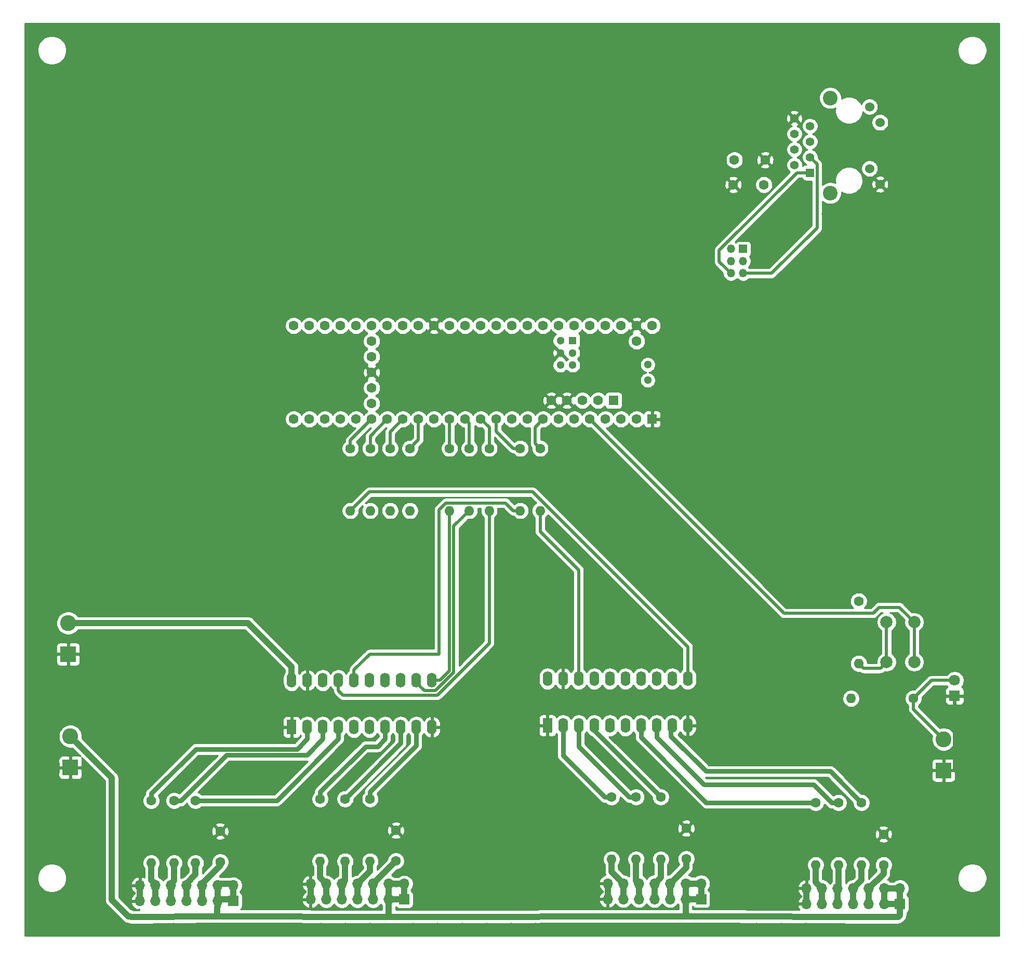
<source format=gbr>
G04 #@! TF.GenerationSoftware,KiCad,Pcbnew,(5.1.5)-3*
G04 #@! TF.CreationDate,2022-01-18T15:26:46+01:00*
G04 #@! TF.ProjectId,drop pcb proto 12 external controller,64726f70-2070-4636-9220-70726f746f20,rev?*
G04 #@! TF.SameCoordinates,Original*
G04 #@! TF.FileFunction,Copper,L2,Bot*
G04 #@! TF.FilePolarity,Positive*
%FSLAX46Y46*%
G04 Gerber Fmt 4.6, Leading zero omitted, Abs format (unit mm)*
G04 Created by KiCad (PCBNEW (5.1.5)-3) date 2022-01-18 15:26:46*
%MOMM*%
%LPD*%
G04 APERTURE LIST*
%ADD10C,2.400000*%
%ADD11C,1.530000*%
%ADD12C,1.408000*%
%ADD13R,1.408000X1.408000*%
%ADD14C,1.300000*%
%ADD15C,1.600000*%
%ADD16R,1.300000X1.300000*%
%ADD17R,1.600000X1.600000*%
%ADD18O,1.350000X1.350000*%
%ADD19R,1.350000X1.350000*%
%ADD20O,1.700000X1.700000*%
%ADD21R,1.700000X1.700000*%
%ADD22C,2.600000*%
%ADD23R,2.600000X2.600000*%
%ADD24O,1.600000X1.600000*%
%ADD25O,1.600000X2.400000*%
%ADD26R,1.600000X2.400000*%
%ADD27C,1.800000*%
%ADD28R,1.800000X1.800000*%
%ADD29C,2.000000*%
%ADD30C,0.800000*%
%ADD31C,0.500000*%
%ADD32C,1.000000*%
%ADD33C,0.750000*%
%ADD34C,0.254000*%
G04 APERTURE END LIST*
D10*
X171844200Y-22788280D03*
X171844200Y-38288280D03*
D11*
X178274200Y-24213280D03*
X179974200Y-26780280D03*
X178274200Y-34296280D03*
X179974200Y-36863280D03*
D12*
X166004200Y-26093280D03*
X168544200Y-27363280D03*
X166004200Y-28633280D03*
X168544200Y-29903280D03*
X166004200Y-31173280D03*
X168544200Y-32443280D03*
X166004200Y-33713280D03*
D13*
X168544200Y-34983280D03*
D14*
X142116520Y-66271000D03*
X142116520Y-68811000D03*
D15*
X97126520Y-62461000D03*
X97126520Y-65001000D03*
X97126520Y-67541000D03*
X97126520Y-70081000D03*
X97126520Y-72621000D03*
D14*
X129876520Y-66359400D03*
X127876520Y-66359400D03*
X127876520Y-64359400D03*
X129876520Y-64359400D03*
X127876520Y-62359400D03*
D16*
X129876520Y-62359400D03*
D15*
X102206520Y-75161000D03*
X99666520Y-75161000D03*
X97126520Y-75161000D03*
X94586520Y-75161000D03*
X104746520Y-75161000D03*
X107286520Y-75161000D03*
X109826520Y-75161000D03*
X92046520Y-75161000D03*
X89506520Y-75161000D03*
X86966520Y-75161000D03*
X84426520Y-75161000D03*
X84426520Y-59921000D03*
X86966520Y-59921000D03*
X89506520Y-59921000D03*
X92046520Y-59921000D03*
X94586520Y-59921000D03*
X97126520Y-59921000D03*
X99666520Y-59921000D03*
X102206520Y-59921000D03*
X104746520Y-59921000D03*
X107286520Y-59921000D03*
X112366520Y-75161000D03*
X114906520Y-75161000D03*
X117446520Y-75161000D03*
X119986520Y-75161000D03*
X122526520Y-75161000D03*
X125066520Y-75161000D03*
X127606520Y-75161000D03*
X130146520Y-75161000D03*
X132686520Y-75161000D03*
X135226520Y-75161000D03*
X137766520Y-75161000D03*
X140306520Y-75161000D03*
D17*
X142846520Y-75161000D03*
D15*
X109826520Y-59921000D03*
X112366520Y-59921000D03*
X114906520Y-59921000D03*
X117446520Y-59921000D03*
X119986520Y-59921000D03*
X122526520Y-59921000D03*
X125066520Y-59921000D03*
X127606520Y-59921000D03*
X130146520Y-59921000D03*
X132686520Y-59921000D03*
X135226520Y-59921000D03*
X137766520Y-59921000D03*
X140306520Y-59921000D03*
X142846520Y-59921000D03*
D17*
X136547320Y-72110200D03*
D15*
X134007320Y-72110200D03*
X131467320Y-72110200D03*
X128927320Y-72110200D03*
X126387320Y-72110200D03*
X140306520Y-62461000D03*
D18*
X155671360Y-51386000D03*
X157671360Y-51386000D03*
X155671360Y-49386000D03*
X157671360Y-49386000D03*
X155671360Y-47386000D03*
D19*
X157671360Y-47386000D03*
D20*
X59334400Y-151180800D03*
X59334400Y-153720800D03*
X61874400Y-151180800D03*
X61874400Y-153720800D03*
X64414400Y-151180800D03*
X64414400Y-153720800D03*
X66954400Y-151180800D03*
X66954400Y-153720800D03*
X69494400Y-151180800D03*
X69494400Y-153720800D03*
X72034400Y-151180800D03*
X72034400Y-153720800D03*
X74574400Y-151180800D03*
D21*
X74574400Y-153720800D03*
D20*
X135590280Y-150886160D03*
X135590280Y-153426160D03*
X138130280Y-150886160D03*
X138130280Y-153426160D03*
X140670280Y-150886160D03*
X140670280Y-153426160D03*
X143210280Y-150886160D03*
X143210280Y-153426160D03*
X145750280Y-150886160D03*
X145750280Y-153426160D03*
X148290280Y-150886160D03*
X148290280Y-153426160D03*
X150830280Y-150886160D03*
D21*
X150830280Y-153426160D03*
D20*
X167985440Y-151673560D03*
X167985440Y-154213560D03*
X170525440Y-151673560D03*
X170525440Y-154213560D03*
X173065440Y-151673560D03*
X173065440Y-154213560D03*
X175605440Y-151673560D03*
X175605440Y-154213560D03*
X178145440Y-151673560D03*
X178145440Y-154213560D03*
X180685440Y-151673560D03*
X180685440Y-154213560D03*
X183225440Y-151673560D03*
D21*
X183225440Y-154213560D03*
D20*
X87188040Y-150926800D03*
X87188040Y-153466800D03*
X89728040Y-150926800D03*
X89728040Y-153466800D03*
X92268040Y-150926800D03*
X92268040Y-153466800D03*
X94808040Y-150926800D03*
X94808040Y-153466800D03*
X97348040Y-150926800D03*
X97348040Y-153466800D03*
X99888040Y-150926800D03*
X99888040Y-153466800D03*
X102428040Y-150926800D03*
D21*
X102428040Y-153466800D03*
D15*
X72440800Y-142345400D03*
X72440800Y-147345400D03*
D22*
X48021240Y-126888240D03*
D23*
X48021240Y-131968240D03*
D24*
X61211160Y-147515360D03*
D15*
X61211160Y-137355360D03*
D25*
X84084160Y-117744240D03*
X106944160Y-125364240D03*
X86624160Y-117744240D03*
X104404160Y-125364240D03*
X89164160Y-117744240D03*
X101864160Y-125364240D03*
X91704160Y-117744240D03*
X99324160Y-125364240D03*
X94244160Y-117744240D03*
X96784160Y-125364240D03*
X96784160Y-117744240D03*
X94244160Y-125364240D03*
X99324160Y-117744240D03*
X91704160Y-125364240D03*
X101864160Y-117744240D03*
X89164160Y-125364240D03*
X104404160Y-117744240D03*
X86624160Y-125364240D03*
X106944160Y-117744240D03*
D26*
X84084160Y-125364240D03*
D24*
X68411160Y-147515360D03*
D15*
X68411160Y-137355360D03*
D24*
X64911160Y-147515360D03*
D15*
X64911160Y-137355360D03*
D22*
X47665640Y-108407200D03*
D23*
X47665640Y-113487200D03*
D25*
X125780800Y-117480080D03*
X148640800Y-125100080D03*
X128320800Y-117480080D03*
X146100800Y-125100080D03*
X130860800Y-117480080D03*
X143560800Y-125100080D03*
X133400800Y-117480080D03*
X141020800Y-125100080D03*
X135940800Y-117480080D03*
X138480800Y-125100080D03*
X138480800Y-117480080D03*
X135940800Y-125100080D03*
X141020800Y-117480080D03*
X133400800Y-125100080D03*
X143560800Y-117480080D03*
X130860800Y-125100080D03*
X146100800Y-117480080D03*
X128320800Y-125100080D03*
X148640800Y-117480080D03*
D26*
X125780800Y-125100080D03*
D24*
X93654880Y-90083640D03*
D15*
X93654880Y-79923640D03*
D24*
X96886570Y-90083640D03*
D15*
X96886570Y-79923640D03*
D24*
X100118258Y-90083640D03*
D15*
X100118258Y-79923640D03*
D24*
X103349946Y-90083640D03*
D15*
X103349946Y-79923640D03*
D24*
X109813322Y-90083640D03*
D15*
X109813322Y-79923640D03*
D24*
X113045010Y-90083640D03*
D15*
X113045010Y-79923640D03*
D24*
X116276698Y-90083640D03*
D15*
X116276698Y-79923640D03*
D24*
X121340072Y-90083640D03*
D15*
X121340072Y-79923640D03*
D24*
X124571760Y-90083640D03*
D15*
X124571760Y-79923640D03*
D24*
X144226280Y-146918680D03*
D15*
X144226280Y-136758680D03*
D24*
X140220700Y-146918680D03*
D15*
X140220700Y-136758680D03*
D24*
X136215120Y-146918680D03*
D15*
X136215120Y-136758680D03*
D24*
X176951640Y-147848320D03*
D15*
X176951640Y-137688320D03*
D24*
X173220380Y-147848320D03*
D15*
X173220380Y-137688320D03*
D24*
X169489120Y-147848320D03*
D15*
X169489120Y-137688320D03*
D24*
X96880680Y-147238720D03*
D15*
X96880680Y-137078720D03*
D24*
X92796360Y-147238720D03*
D15*
X92796360Y-137078720D03*
D24*
X88712040Y-147238720D03*
D15*
X88712040Y-137078720D03*
D22*
X190322200Y-127355600D03*
D23*
X190322200Y-132435600D03*
D15*
X180543200Y-147834360D03*
X180543200Y-142834360D03*
X101071680Y-147204440D03*
X101071680Y-142204440D03*
X148376640Y-146869160D03*
X148376640Y-141869160D03*
D27*
X192130680Y-117744240D03*
D28*
X192130680Y-120284240D03*
D29*
X181035960Y-114749720D03*
X185535960Y-114749720D03*
X181035960Y-108249720D03*
X185535960Y-108249720D03*
D24*
X176484280Y-114985800D03*
D15*
X176484280Y-104825800D03*
X156234120Y-32893000D03*
X161234120Y-32893000D03*
X156056320Y-36926520D03*
X161056320Y-36926520D03*
D24*
X175239680Y-120705880D03*
D15*
X185399680Y-120705880D03*
D30*
X41876000Y-11711200D03*
X41876000Y-17711200D03*
X41876000Y-21711200D03*
X41876000Y-25711200D03*
X41876000Y-29711200D03*
X41876000Y-33711200D03*
X41876000Y-37711200D03*
X41876000Y-41711200D03*
X41876000Y-45711200D03*
X41876000Y-49711200D03*
X41876000Y-53711200D03*
X41876000Y-57711200D03*
X41876000Y-61711200D03*
X41876000Y-65711200D03*
X41876000Y-69711200D03*
X41876000Y-73711200D03*
X41876000Y-77711200D03*
X41876000Y-81711200D03*
X41876000Y-85711200D03*
X41876000Y-89711200D03*
X41876000Y-93711200D03*
X41876000Y-97711200D03*
X41876000Y-101711200D03*
X41876000Y-105711200D03*
X41876000Y-109711200D03*
X41876000Y-113711200D03*
X41876000Y-117711200D03*
X41876000Y-121711200D03*
X41876000Y-125711200D03*
X41876000Y-129711200D03*
X41876000Y-133711200D03*
X41876000Y-137711200D03*
X41876000Y-141711200D03*
X41876000Y-145711200D03*
X41876000Y-152711200D03*
X41876000Y-156711200D03*
X43876000Y-19711200D03*
X43876000Y-23711200D03*
X43876000Y-27711200D03*
X43876000Y-31711200D03*
X43876000Y-35711200D03*
X43876000Y-39711200D03*
X43876000Y-43711200D03*
X43876000Y-47711200D03*
X43876000Y-51711200D03*
X43876000Y-55711200D03*
X43876000Y-59711200D03*
X43876000Y-63711200D03*
X43876000Y-67711200D03*
X43876000Y-71711200D03*
X43876000Y-75711200D03*
X43876000Y-79711200D03*
X43876000Y-83711200D03*
X43876000Y-87711200D03*
X43876000Y-91711200D03*
X43876000Y-95711200D03*
X43876000Y-99711200D03*
X43876000Y-103711200D03*
X43876000Y-107711200D03*
X43876000Y-111711200D03*
X43876000Y-115711200D03*
X43876000Y-119711200D03*
X43876000Y-123711200D03*
X43876000Y-127711200D03*
X43876000Y-131711200D03*
X43876000Y-135711200D03*
X43876000Y-139711200D03*
X43876000Y-143711200D03*
X43876000Y-154711200D03*
X44876000Y-146711200D03*
X44876000Y-157711200D03*
X45876000Y-21711200D03*
X45876000Y-25711200D03*
X45876000Y-29711200D03*
X45876000Y-33711200D03*
X45876000Y-37711200D03*
X45876000Y-41711200D03*
X45876000Y-45711200D03*
X45876000Y-49711200D03*
X45876000Y-53711200D03*
X45876000Y-57711200D03*
X45876000Y-61711200D03*
X45876000Y-65711200D03*
X45876000Y-69711200D03*
X45876000Y-73711200D03*
X45876000Y-77711200D03*
X45876000Y-81711200D03*
X45876000Y-85711200D03*
X45876000Y-89711200D03*
X45876000Y-93711200D03*
X45876000Y-97711200D03*
X45876000Y-101711200D03*
X45876000Y-105711200D03*
X45876000Y-117711200D03*
X45876000Y-121711200D03*
X45876000Y-137711200D03*
X45876000Y-141711200D03*
X46876000Y-11711200D03*
X46876000Y-18711200D03*
X46876000Y-144711200D03*
X46876000Y-153711200D03*
X47876000Y-23711200D03*
X47876000Y-27711200D03*
X47876000Y-31711200D03*
X47876000Y-35711200D03*
X47876000Y-39711200D03*
X47876000Y-43711200D03*
X47876000Y-47711200D03*
X47876000Y-51711200D03*
X47876000Y-55711200D03*
X47876000Y-59711200D03*
X47876000Y-63711200D03*
X47876000Y-67711200D03*
X47876000Y-71711200D03*
X47876000Y-75711200D03*
X47876000Y-79711200D03*
X47876000Y-83711200D03*
X47876000Y-87711200D03*
X47876000Y-91711200D03*
X47876000Y-95711200D03*
X47876000Y-99711200D03*
X47876000Y-103711200D03*
X47876000Y-119711200D03*
X47876000Y-123711200D03*
X47876000Y-135711200D03*
X47876000Y-139711200D03*
X47876000Y-147711200D03*
X47876000Y-156711200D03*
X48876000Y-13711200D03*
X48876000Y-20711200D03*
X48876000Y-116711200D03*
X48876000Y-142711200D03*
X48876000Y-150711200D03*
X49876000Y-16711200D03*
X49876000Y-25711200D03*
X49876000Y-29711200D03*
X49876000Y-33711200D03*
X49876000Y-37711200D03*
X49876000Y-41711200D03*
X49876000Y-45711200D03*
X49876000Y-49711200D03*
X49876000Y-53711200D03*
X49876000Y-57711200D03*
X49876000Y-61711200D03*
X49876000Y-65711200D03*
X49876000Y-69711200D03*
X49876000Y-73711200D03*
X49876000Y-77711200D03*
X49876000Y-81711200D03*
X49876000Y-85711200D03*
X49876000Y-89711200D03*
X49876000Y-93711200D03*
X49876000Y-97711200D03*
X49876000Y-101711200D03*
X49876000Y-105711200D03*
X49876000Y-121711200D03*
X49876000Y-137711200D03*
X49876000Y-145711200D03*
X49876000Y-154711200D03*
X50876000Y-11711200D03*
X50876000Y-22711200D03*
X50876000Y-110711200D03*
X50876000Y-114711200D03*
X50876000Y-118711200D03*
X50876000Y-124711200D03*
X50876000Y-132711200D03*
X50876000Y-140711200D03*
X50876000Y-148711200D03*
X50876000Y-157711200D03*
X51876000Y-14711200D03*
X51876000Y-18711200D03*
X51876000Y-27711200D03*
X51876000Y-31711200D03*
X51876000Y-35711200D03*
X51876000Y-39711200D03*
X51876000Y-43711200D03*
X51876000Y-47711200D03*
X51876000Y-51711200D03*
X51876000Y-55711200D03*
X51876000Y-59711200D03*
X51876000Y-63711200D03*
X51876000Y-67711200D03*
X51876000Y-71711200D03*
X51876000Y-75711200D03*
X51876000Y-79711200D03*
X51876000Y-83711200D03*
X51876000Y-87711200D03*
X51876000Y-91711200D03*
X51876000Y-95711200D03*
X51876000Y-99711200D03*
X51876000Y-103711200D03*
X51876000Y-127711200D03*
X51876000Y-135711200D03*
X51876000Y-143711200D03*
X51876000Y-151711200D03*
X52876000Y-24711200D03*
X52876000Y-106711200D03*
X52876000Y-112711200D03*
X52876000Y-116711200D03*
X52876000Y-120711200D03*
X52876000Y-138711200D03*
X52876000Y-146711200D03*
X52876000Y-155711200D03*
X53876000Y-12711200D03*
X53876000Y-16711200D03*
X53876000Y-20711200D03*
X53876000Y-29711200D03*
X53876000Y-33711200D03*
X53876000Y-37711200D03*
X53876000Y-41711200D03*
X53876000Y-45711200D03*
X53876000Y-49711200D03*
X53876000Y-53711200D03*
X53876000Y-57711200D03*
X53876000Y-61711200D03*
X53876000Y-65711200D03*
X53876000Y-69711200D03*
X53876000Y-73711200D03*
X53876000Y-77711200D03*
X53876000Y-81711200D03*
X53876000Y-85711200D03*
X53876000Y-89711200D03*
X53876000Y-93711200D03*
X53876000Y-97711200D03*
X53876000Y-101711200D03*
X53876000Y-123711200D03*
X53876000Y-129711200D03*
X54876000Y-26711200D03*
X54876000Y-104711200D03*
X54876000Y-110711200D03*
X54876000Y-114711200D03*
X54876000Y-118711200D03*
X54876000Y-126711200D03*
X54876000Y-157711200D03*
X55876000Y-14711200D03*
X55876000Y-18711200D03*
X55876000Y-22711200D03*
X55876000Y-31711200D03*
X55876000Y-35711200D03*
X55876000Y-39711200D03*
X55876000Y-43711200D03*
X55876000Y-47711200D03*
X55876000Y-51711200D03*
X55876000Y-55711200D03*
X55876000Y-59711200D03*
X55876000Y-63711200D03*
X55876000Y-67711200D03*
X55876000Y-71711200D03*
X55876000Y-75711200D03*
X55876000Y-79711200D03*
X55876000Y-83711200D03*
X55876000Y-87711200D03*
X55876000Y-91711200D03*
X55876000Y-95711200D03*
X55876000Y-99711200D03*
X55876000Y-121711200D03*
X55876000Y-131711200D03*
X56876000Y-11711200D03*
X56876000Y-28711200D03*
X56876000Y-102711200D03*
X56876000Y-106711200D03*
X56876000Y-112711200D03*
X56876000Y-116711200D03*
X56876000Y-124711200D03*
X56876000Y-128711200D03*
X56876000Y-134711200D03*
X56876000Y-138711200D03*
X56876000Y-142711200D03*
X56876000Y-146711200D03*
X56876000Y-150711200D03*
X57876000Y-16711200D03*
X57876000Y-20711200D03*
X57876000Y-24711200D03*
X57876000Y-33711200D03*
X57876000Y-37711200D03*
X57876000Y-41711200D03*
X57876000Y-45711200D03*
X57876000Y-49711200D03*
X57876000Y-53711200D03*
X57876000Y-57711200D03*
X57876000Y-61711200D03*
X57876000Y-65711200D03*
X57876000Y-69711200D03*
X57876000Y-73711200D03*
X57876000Y-77711200D03*
X57876000Y-81711200D03*
X57876000Y-85711200D03*
X57876000Y-89711200D03*
X57876000Y-93711200D03*
X57876000Y-97711200D03*
X57876000Y-119711200D03*
X58876000Y-13711200D03*
X58876000Y-30711200D03*
X58876000Y-100711200D03*
X58876000Y-104711200D03*
X58876000Y-110711200D03*
X58876000Y-114711200D03*
X58876000Y-122711200D03*
X58876000Y-126711200D03*
X58876000Y-130711200D03*
X58876000Y-136711200D03*
X58876000Y-140711200D03*
X58876000Y-144711200D03*
X58876000Y-148711200D03*
X59876000Y-18711200D03*
X59876000Y-22711200D03*
X59876000Y-26711200D03*
X59876000Y-35711200D03*
X59876000Y-39711200D03*
X59876000Y-43711200D03*
X59876000Y-47711200D03*
X59876000Y-51711200D03*
X59876000Y-55711200D03*
X59876000Y-59711200D03*
X59876000Y-63711200D03*
X59876000Y-67711200D03*
X59876000Y-71711200D03*
X59876000Y-75711200D03*
X59876000Y-79711200D03*
X59876000Y-83711200D03*
X59876000Y-87711200D03*
X59876000Y-91711200D03*
X59876000Y-95711200D03*
X59876000Y-117711200D03*
X59876000Y-133711200D03*
X60876000Y-11711200D03*
X60876000Y-15711200D03*
X60876000Y-32711200D03*
X60876000Y-98711200D03*
X60876000Y-102711200D03*
X60876000Y-106711200D03*
X60876000Y-112711200D03*
X60876000Y-120711200D03*
X60876000Y-124711200D03*
X60876000Y-128711200D03*
X60876000Y-142711200D03*
X61876000Y-20711200D03*
X61876000Y-24711200D03*
X61876000Y-28711200D03*
X61876000Y-37711200D03*
X61876000Y-41711200D03*
X61876000Y-45711200D03*
X61876000Y-49711200D03*
X61876000Y-53711200D03*
X61876000Y-57711200D03*
X61876000Y-61711200D03*
X61876000Y-65711200D03*
X61876000Y-69711200D03*
X61876000Y-73711200D03*
X61876000Y-77711200D03*
X61876000Y-81711200D03*
X61876000Y-85711200D03*
X61876000Y-89711200D03*
X61876000Y-93711200D03*
X61876000Y-115711200D03*
X61876000Y-131711200D03*
X61876000Y-139711200D03*
X62876000Y-13711200D03*
X62876000Y-17711200D03*
X62876000Y-34711200D03*
X62876000Y-96711200D03*
X62876000Y-100711200D03*
X62876000Y-104711200D03*
X62876000Y-110711200D03*
X62876000Y-118711200D03*
X62876000Y-122711200D03*
X62876000Y-126711200D03*
X62876000Y-144711200D03*
X63876000Y-22711200D03*
X63876000Y-26711200D03*
X63876000Y-30711200D03*
X63876000Y-39711200D03*
X63876000Y-43711200D03*
X63876000Y-47711200D03*
X63876000Y-51711200D03*
X63876000Y-55711200D03*
X63876000Y-59711200D03*
X63876000Y-63711200D03*
X63876000Y-67711200D03*
X63876000Y-71711200D03*
X63876000Y-75711200D03*
X63876000Y-79711200D03*
X63876000Y-83711200D03*
X63876000Y-87711200D03*
X63876000Y-91711200D03*
X63876000Y-113711200D03*
X63876000Y-129711200D03*
X63876000Y-141711200D03*
X64876000Y-11711200D03*
X64876000Y-15711200D03*
X64876000Y-19711200D03*
X64876000Y-36711200D03*
X64876000Y-94711200D03*
X64876000Y-98711200D03*
X64876000Y-102711200D03*
X64876000Y-106711200D03*
X64876000Y-116711200D03*
X64876000Y-120711200D03*
X64876000Y-124711200D03*
X64876000Y-157711200D03*
X65876000Y-24711200D03*
X65876000Y-28711200D03*
X65876000Y-32711200D03*
X65876000Y-41711200D03*
X65876000Y-45711200D03*
X65876000Y-49711200D03*
X65876000Y-53711200D03*
X65876000Y-57711200D03*
X65876000Y-61711200D03*
X65876000Y-65711200D03*
X65876000Y-69711200D03*
X65876000Y-73711200D03*
X65876000Y-77711200D03*
X65876000Y-81711200D03*
X65876000Y-85711200D03*
X65876000Y-89711200D03*
X65876000Y-111711200D03*
X65876000Y-127711200D03*
X65876000Y-134711200D03*
X65876000Y-139711200D03*
X65876000Y-143711200D03*
X66876000Y-13711200D03*
X66876000Y-17711200D03*
X66876000Y-21711200D03*
X66876000Y-38711200D03*
X66876000Y-92711200D03*
X66876000Y-96711200D03*
X66876000Y-100711200D03*
X66876000Y-104711200D03*
X66876000Y-114711200D03*
X66876000Y-118711200D03*
X66876000Y-122711200D03*
X67876000Y-26711200D03*
X67876000Y-30711200D03*
X67876000Y-34711200D03*
X67876000Y-43711200D03*
X67876000Y-47711200D03*
X67876000Y-51711200D03*
X67876000Y-55711200D03*
X67876000Y-59711200D03*
X67876000Y-63711200D03*
X67876000Y-67711200D03*
X67876000Y-71711200D03*
X67876000Y-75711200D03*
X67876000Y-79711200D03*
X67876000Y-83711200D03*
X67876000Y-87711200D03*
X67876000Y-125711200D03*
X67876000Y-132711200D03*
X67876000Y-141711200D03*
X68876000Y-11711200D03*
X68876000Y-15711200D03*
X68876000Y-19711200D03*
X68876000Y-23711200D03*
X68876000Y-40711200D03*
X68876000Y-90711200D03*
X68876000Y-94711200D03*
X68876000Y-98711200D03*
X68876000Y-102711200D03*
X68876000Y-106711200D03*
X68876000Y-110711200D03*
X68876000Y-116711200D03*
X68876000Y-120711200D03*
X68876000Y-144711200D03*
X68876000Y-157711200D03*
X69876000Y-28711200D03*
X69876000Y-32711200D03*
X69876000Y-36711200D03*
X69876000Y-45711200D03*
X69876000Y-49711200D03*
X69876000Y-53711200D03*
X69876000Y-57711200D03*
X69876000Y-61711200D03*
X69876000Y-65711200D03*
X69876000Y-69711200D03*
X69876000Y-73711200D03*
X69876000Y-77711200D03*
X69876000Y-81711200D03*
X69876000Y-85711200D03*
X69876000Y-113711200D03*
X69876000Y-123711200D03*
X69876000Y-130711200D03*
X69876000Y-139711200D03*
X70876000Y-13711200D03*
X70876000Y-17711200D03*
X70876000Y-21711200D03*
X70876000Y-25711200D03*
X70876000Y-42711200D03*
X70876000Y-88711200D03*
X70876000Y-92711200D03*
X70876000Y-96711200D03*
X70876000Y-100711200D03*
X70876000Y-104711200D03*
X70876000Y-118711200D03*
X70876000Y-126711200D03*
X70876000Y-135711200D03*
X71876000Y-30711200D03*
X71876000Y-34711200D03*
X71876000Y-38711200D03*
X71876000Y-47711200D03*
X71876000Y-51711200D03*
X71876000Y-55711200D03*
X71876000Y-59711200D03*
X71876000Y-63711200D03*
X71876000Y-67711200D03*
X71876000Y-71711200D03*
X71876000Y-75711200D03*
X71876000Y-79711200D03*
X71876000Y-83711200D03*
X71876000Y-111711200D03*
X71876000Y-115711200D03*
X71876000Y-121711200D03*
X72876000Y-11711200D03*
X72876000Y-15711200D03*
X72876000Y-19711200D03*
X72876000Y-23711200D03*
X72876000Y-27711200D03*
X72876000Y-44711200D03*
X72876000Y-86711200D03*
X72876000Y-90711200D03*
X72876000Y-94711200D03*
X72876000Y-98711200D03*
X72876000Y-102711200D03*
X72876000Y-106711200D03*
X72876000Y-124711200D03*
X72876000Y-133711200D03*
X72876000Y-138711200D03*
X72876000Y-157711200D03*
X73876000Y-32711200D03*
X73876000Y-36711200D03*
X73876000Y-40711200D03*
X73876000Y-49711200D03*
X73876000Y-53711200D03*
X73876000Y-57711200D03*
X73876000Y-61711200D03*
X73876000Y-65711200D03*
X73876000Y-69711200D03*
X73876000Y-73711200D03*
X73876000Y-77711200D03*
X73876000Y-81711200D03*
X73876000Y-113711200D03*
X73876000Y-117711200D03*
X74876000Y-13711200D03*
X74876000Y-17711200D03*
X74876000Y-21711200D03*
X74876000Y-25711200D03*
X74876000Y-29711200D03*
X74876000Y-46711200D03*
X74876000Y-84711200D03*
X74876000Y-88711200D03*
X74876000Y-92711200D03*
X74876000Y-96711200D03*
X74876000Y-100711200D03*
X74876000Y-104711200D03*
X74876000Y-110711200D03*
X74876000Y-120711200D03*
X74876000Y-126711200D03*
X74876000Y-131711200D03*
X74876000Y-135711200D03*
X74876000Y-140711200D03*
X74876000Y-147711200D03*
X75876000Y-34711200D03*
X75876000Y-38711200D03*
X75876000Y-42711200D03*
X75876000Y-51711200D03*
X75876000Y-55711200D03*
X75876000Y-115711200D03*
X75876000Y-123711200D03*
X76876000Y-11711200D03*
X76876000Y-15711200D03*
X76876000Y-19711200D03*
X76876000Y-23711200D03*
X76876000Y-27711200D03*
X76876000Y-31711200D03*
X76876000Y-48711200D03*
X76876000Y-118711200D03*
X76876000Y-133711200D03*
X76876000Y-138711200D03*
X76876000Y-145711200D03*
X76876000Y-149711200D03*
X76876000Y-157711200D03*
X77876000Y-36711200D03*
X77876000Y-40711200D03*
X77876000Y-44711200D03*
X77876000Y-53711200D03*
X77876000Y-121711200D03*
X77876000Y-125711200D03*
X77876000Y-152711200D03*
X78876000Y-13711200D03*
X78876000Y-17711200D03*
X78876000Y-21711200D03*
X78876000Y-25711200D03*
X78876000Y-29711200D03*
X78876000Y-33711200D03*
X78876000Y-50711200D03*
X78876000Y-61711200D03*
X78876000Y-65711200D03*
X78876000Y-69711200D03*
X78876000Y-73711200D03*
X78876000Y-77711200D03*
X78876000Y-81711200D03*
X78876000Y-85711200D03*
X78876000Y-89711200D03*
X78876000Y-93711200D03*
X78876000Y-97711200D03*
X78876000Y-101711200D03*
X78876000Y-105711200D03*
X78876000Y-116711200D03*
X78876000Y-143711200D03*
X78876000Y-147711200D03*
X79876000Y-38711200D03*
X79876000Y-42711200D03*
X79876000Y-46711200D03*
X79876000Y-150711200D03*
X79876000Y-154711200D03*
X80876000Y-11711200D03*
X80876000Y-15711200D03*
X80876000Y-19711200D03*
X80876000Y-23711200D03*
X80876000Y-27711200D03*
X80876000Y-31711200D03*
X80876000Y-35711200D03*
X80876000Y-52711200D03*
X80876000Y-59711200D03*
X80876000Y-63711200D03*
X80876000Y-67711200D03*
X80876000Y-71711200D03*
X80876000Y-75711200D03*
X80876000Y-79711200D03*
X80876000Y-83711200D03*
X80876000Y-87711200D03*
X80876000Y-91711200D03*
X80876000Y-95711200D03*
X80876000Y-99711200D03*
X80876000Y-103711200D03*
X80876000Y-107711200D03*
X80876000Y-145711200D03*
X80876000Y-157711200D03*
X81876000Y-40711200D03*
X81876000Y-44711200D03*
X81876000Y-48711200D03*
X81876000Y-121711200D03*
X81876000Y-148711200D03*
X81876000Y-152711200D03*
X82876000Y-13711200D03*
X82876000Y-17711200D03*
X82876000Y-21711200D03*
X82876000Y-25711200D03*
X82876000Y-29711200D03*
X82876000Y-33711200D03*
X82876000Y-37711200D03*
X82876000Y-57711200D03*
X82876000Y-65711200D03*
X82876000Y-69711200D03*
X82876000Y-77711200D03*
X82876000Y-81711200D03*
X82876000Y-85711200D03*
X82876000Y-89711200D03*
X82876000Y-93711200D03*
X82876000Y-97711200D03*
X82876000Y-101711200D03*
X82876000Y-105711200D03*
X82876000Y-109711200D03*
X82876000Y-131711200D03*
X82876000Y-138711200D03*
X83876000Y-42711200D03*
X83876000Y-46711200D03*
X83876000Y-50711200D03*
X83876000Y-62711200D03*
X83876000Y-72711200D03*
X83876000Y-146711200D03*
X83876000Y-150711200D03*
X83876000Y-154711200D03*
X84876000Y-11711200D03*
X84876000Y-15711200D03*
X84876000Y-19711200D03*
X84876000Y-23711200D03*
X84876000Y-27711200D03*
X84876000Y-31711200D03*
X84876000Y-35711200D03*
X84876000Y-39711200D03*
X84876000Y-67711200D03*
X84876000Y-79711200D03*
X84876000Y-83711200D03*
X84876000Y-87711200D03*
X84876000Y-91711200D03*
X84876000Y-95711200D03*
X84876000Y-99711200D03*
X84876000Y-103711200D03*
X84876000Y-107711200D03*
X84876000Y-111711200D03*
X84876000Y-120711200D03*
X84876000Y-136711200D03*
X84876000Y-140711200D03*
X84876000Y-157711200D03*
X85876000Y-44711200D03*
X85876000Y-48711200D03*
X85876000Y-52711200D03*
X85876000Y-56711200D03*
X85876000Y-64711200D03*
X85876000Y-70711200D03*
X85876000Y-114711200D03*
X86876000Y-13711200D03*
X86876000Y-17711200D03*
X86876000Y-21711200D03*
X86876000Y-25711200D03*
X86876000Y-29711200D03*
X86876000Y-33711200D03*
X86876000Y-37711200D03*
X86876000Y-41711200D03*
X86876000Y-77711200D03*
X86876000Y-81711200D03*
X86876000Y-85711200D03*
X86876000Y-89711200D03*
X86876000Y-93711200D03*
X86876000Y-97711200D03*
X86876000Y-101711200D03*
X86876000Y-105711200D03*
X86876000Y-109711200D03*
X86876000Y-122711200D03*
X86876000Y-134711200D03*
X86876000Y-142711200D03*
X87876000Y-46711200D03*
X87876000Y-50711200D03*
X87876000Y-62711200D03*
X87876000Y-66711200D03*
X87876000Y-72711200D03*
X87876000Y-112711200D03*
X87876000Y-139711200D03*
X88876000Y-11711200D03*
X88876000Y-15711200D03*
X88876000Y-19711200D03*
X88876000Y-23711200D03*
X88876000Y-27711200D03*
X88876000Y-31711200D03*
X88876000Y-35711200D03*
X88876000Y-39711200D03*
X88876000Y-43711200D03*
X88876000Y-69711200D03*
X88876000Y-79711200D03*
X88876000Y-83711200D03*
X88876000Y-87711200D03*
X88876000Y-91711200D03*
X88876000Y-95711200D03*
X88876000Y-99711200D03*
X88876000Y-103711200D03*
X88876000Y-107711200D03*
X88876000Y-120711200D03*
X88876000Y-132711200D03*
X88876000Y-157711200D03*
X89876000Y-48711200D03*
X89876000Y-52711200D03*
X89876000Y-56711200D03*
X89876000Y-64711200D03*
X89876000Y-110711200D03*
X89876000Y-141711200D03*
X90876000Y-13711200D03*
X90876000Y-17711200D03*
X90876000Y-21711200D03*
X90876000Y-25711200D03*
X90876000Y-29711200D03*
X90876000Y-33711200D03*
X90876000Y-37711200D03*
X90876000Y-41711200D03*
X90876000Y-45711200D03*
X90876000Y-67711200D03*
X90876000Y-71711200D03*
X90876000Y-77711200D03*
X90876000Y-81711200D03*
X90876000Y-85711200D03*
X90876000Y-89711200D03*
X90876000Y-93711200D03*
X90876000Y-97711200D03*
X90876000Y-101711200D03*
X90876000Y-105711200D03*
X90876000Y-113711200D03*
X90876000Y-130711200D03*
X91876000Y-50711200D03*
X91876000Y-62711200D03*
X91876000Y-108711200D03*
X91876000Y-121711200D03*
X91876000Y-139711200D03*
X91876000Y-143711200D03*
X92876000Y-11711200D03*
X92876000Y-15711200D03*
X92876000Y-19711200D03*
X92876000Y-23711200D03*
X92876000Y-27711200D03*
X92876000Y-31711200D03*
X92876000Y-35711200D03*
X92876000Y-39711200D03*
X92876000Y-43711200D03*
X92876000Y-47711200D03*
X92876000Y-65711200D03*
X92876000Y-69711200D03*
X92876000Y-83711200D03*
X92876000Y-87711200D03*
X92876000Y-95711200D03*
X92876000Y-99711200D03*
X92876000Y-103711200D03*
X92876000Y-111711200D03*
X92876000Y-128711200D03*
X92876000Y-157711200D03*
X93876000Y-52711200D03*
X93876000Y-56711200D03*
X93876000Y-72711200D03*
X93876000Y-92711200D03*
X93876000Y-106711200D03*
X93876000Y-141711200D03*
X94876000Y-13711200D03*
X94876000Y-17711200D03*
X94876000Y-21711200D03*
X94876000Y-25711200D03*
X94876000Y-29711200D03*
X94876000Y-33711200D03*
X94876000Y-37711200D03*
X94876000Y-41711200D03*
X94876000Y-45711200D03*
X94876000Y-49711200D03*
X94876000Y-67711200D03*
X94876000Y-85711200D03*
X94876000Y-97711200D03*
X94876000Y-101711200D03*
X94876000Y-109711200D03*
X95876000Y-82711200D03*
X95876000Y-94711200D03*
X95876000Y-104711200D03*
X95876000Y-121711200D03*
X95876000Y-139711200D03*
X95876000Y-143711200D03*
X96876000Y-11711200D03*
X96876000Y-15711200D03*
X96876000Y-19711200D03*
X96876000Y-23711200D03*
X96876000Y-27711200D03*
X96876000Y-31711200D03*
X96876000Y-35711200D03*
X96876000Y-39711200D03*
X96876000Y-43711200D03*
X96876000Y-47711200D03*
X96876000Y-51711200D03*
X96876000Y-57711200D03*
X96876000Y-99711200D03*
X96876000Y-107711200D03*
X96876000Y-111711200D03*
X96876000Y-157711200D03*
X97876000Y-84711200D03*
X97876000Y-92711200D03*
X97876000Y-96711200D03*
X97876000Y-102711200D03*
X97876000Y-141711200D03*
X98876000Y-13711200D03*
X98876000Y-17711200D03*
X98876000Y-21711200D03*
X98876000Y-25711200D03*
X98876000Y-29711200D03*
X98876000Y-33711200D03*
X98876000Y-37711200D03*
X98876000Y-41711200D03*
X98876000Y-45711200D03*
X98876000Y-49711200D03*
X98876000Y-67711200D03*
X98876000Y-105711200D03*
X98876000Y-109711200D03*
X99876000Y-52711200D03*
X99876000Y-56711200D03*
X99876000Y-62711200D03*
X99876000Y-70711200D03*
X99876000Y-82711200D03*
X99876000Y-94711200D03*
X99876000Y-98711200D03*
X99876000Y-121711200D03*
X99876000Y-135711200D03*
X99876000Y-139711200D03*
X100876000Y-11711200D03*
X100876000Y-15711200D03*
X100876000Y-19711200D03*
X100876000Y-23711200D03*
X100876000Y-27711200D03*
X100876000Y-31711200D03*
X100876000Y-35711200D03*
X100876000Y-39711200D03*
X100876000Y-43711200D03*
X100876000Y-47711200D03*
X100876000Y-65711200D03*
X100876000Y-101711200D03*
X100876000Y-107711200D03*
X100876000Y-111711200D03*
X101876000Y-50711200D03*
X101876000Y-68711200D03*
X101876000Y-72711200D03*
X101876000Y-84711200D03*
X101876000Y-92711200D03*
X101876000Y-96711200D03*
X101876000Y-104711200D03*
X101876000Y-133711200D03*
X101876000Y-137711200D03*
X102876000Y-13711200D03*
X102876000Y-17711200D03*
X102876000Y-21711200D03*
X102876000Y-25711200D03*
X102876000Y-29711200D03*
X102876000Y-33711200D03*
X102876000Y-37711200D03*
X102876000Y-41711200D03*
X102876000Y-45711200D03*
X102876000Y-63711200D03*
X102876000Y-99711200D03*
X102876000Y-109711200D03*
X103876000Y-48711200D03*
X103876000Y-52711200D03*
X103876000Y-56711200D03*
X103876000Y-66711200D03*
X103876000Y-70711200D03*
X103876000Y-82711200D03*
X103876000Y-94711200D03*
X103876000Y-102711200D03*
X103876000Y-106711200D03*
X103876000Y-121711200D03*
X103876000Y-131711200D03*
X103876000Y-135711200D03*
X103876000Y-139711200D03*
X103876000Y-147711200D03*
X103876000Y-157711200D03*
X104876000Y-11711200D03*
X104876000Y-15711200D03*
X104876000Y-19711200D03*
X104876000Y-23711200D03*
X104876000Y-27711200D03*
X104876000Y-31711200D03*
X104876000Y-35711200D03*
X104876000Y-39711200D03*
X104876000Y-43711200D03*
X104876000Y-97711200D03*
X104876000Y-111711200D03*
X104876000Y-150711200D03*
X104876000Y-154711200D03*
X105876000Y-46711200D03*
X105876000Y-50711200D03*
X105876000Y-62711200D03*
X105876000Y-68711200D03*
X105876000Y-72711200D03*
X105876000Y-80711200D03*
X105876000Y-84711200D03*
X105876000Y-92711200D03*
X105876000Y-100711200D03*
X105876000Y-104711200D03*
X105876000Y-108711200D03*
X105876000Y-128711200D03*
X105876000Y-133711200D03*
X105876000Y-137711200D03*
X105876000Y-145711200D03*
X106876000Y-13711200D03*
X106876000Y-17711200D03*
X106876000Y-21711200D03*
X106876000Y-25711200D03*
X106876000Y-29711200D03*
X106876000Y-33711200D03*
X106876000Y-37711200D03*
X106876000Y-41711200D03*
X106876000Y-65711200D03*
X106876000Y-77711200D03*
X106876000Y-95711200D03*
X106876000Y-122711200D03*
X106876000Y-148711200D03*
X106876000Y-152711200D03*
X107876000Y-44711200D03*
X107876000Y-48711200D03*
X107876000Y-52711200D03*
X107876000Y-56711200D03*
X107876000Y-70711200D03*
X107876000Y-82711200D03*
X107876000Y-130711200D03*
X107876000Y-135711200D03*
X107876000Y-143711200D03*
X107876000Y-157711200D03*
X108876000Y-11711200D03*
X108876000Y-15711200D03*
X108876000Y-19711200D03*
X108876000Y-23711200D03*
X108876000Y-27711200D03*
X108876000Y-31711200D03*
X108876000Y-35711200D03*
X108876000Y-39711200D03*
X108876000Y-63711200D03*
X108876000Y-67711200D03*
X108876000Y-127711200D03*
X108876000Y-146711200D03*
X108876000Y-150711200D03*
X108876000Y-154711200D03*
X109876000Y-42711200D03*
X109876000Y-46711200D03*
X109876000Y-50711200D03*
X109876000Y-84711200D03*
X109876000Y-120711200D03*
X109876000Y-124711200D03*
X109876000Y-132711200D03*
X109876000Y-141711200D03*
X110876000Y-13711200D03*
X110876000Y-17711200D03*
X110876000Y-21711200D03*
X110876000Y-25711200D03*
X110876000Y-29711200D03*
X110876000Y-33711200D03*
X110876000Y-37711200D03*
X110876000Y-65711200D03*
X110876000Y-129711200D03*
X110876000Y-144711200D03*
X110876000Y-148711200D03*
X110876000Y-152711200D03*
X111876000Y-40711200D03*
X111876000Y-44711200D03*
X111876000Y-48711200D03*
X111876000Y-52711200D03*
X111876000Y-56711200D03*
X111876000Y-62711200D03*
X111876000Y-82711200D03*
X111876000Y-98711200D03*
X111876000Y-102711200D03*
X111876000Y-106711200D03*
X111876000Y-110711200D03*
X111876000Y-118711200D03*
X111876000Y-122711200D03*
X111876000Y-126711200D03*
X111876000Y-139711200D03*
X111876000Y-157711200D03*
X112876000Y-11711200D03*
X112876000Y-15711200D03*
X112876000Y-19711200D03*
X112876000Y-23711200D03*
X112876000Y-27711200D03*
X112876000Y-31711200D03*
X112876000Y-35711200D03*
X112876000Y-67711200D03*
X112876000Y-72711200D03*
X112876000Y-131711200D03*
X112876000Y-142711200D03*
X112876000Y-146711200D03*
X112876000Y-150711200D03*
X112876000Y-154711200D03*
X113876000Y-38711200D03*
X113876000Y-42711200D03*
X113876000Y-46711200D03*
X113876000Y-50711200D03*
X113876000Y-64711200D03*
X113876000Y-84711200D03*
X113876000Y-100711200D03*
X113876000Y-104711200D03*
X113876000Y-108711200D03*
X113876000Y-120711200D03*
X113876000Y-124711200D03*
X113876000Y-128711200D03*
X113876000Y-137711200D03*
X114876000Y-13711200D03*
X114876000Y-17711200D03*
X114876000Y-21711200D03*
X114876000Y-25711200D03*
X114876000Y-29711200D03*
X114876000Y-33711200D03*
X114876000Y-57711200D03*
X114876000Y-116711200D03*
X114876000Y-140711200D03*
X114876000Y-144711200D03*
X114876000Y-148711200D03*
X114876000Y-152711200D03*
X115876000Y-36711200D03*
X115876000Y-40711200D03*
X115876000Y-44711200D03*
X115876000Y-48711200D03*
X115876000Y-52711200D03*
X115876000Y-62711200D03*
X115876000Y-66711200D03*
X115876000Y-71711200D03*
X115876000Y-82711200D03*
X115876000Y-122711200D03*
X115876000Y-126711200D03*
X115876000Y-135711200D03*
X115876000Y-157711200D03*
X116876000Y-11711200D03*
X116876000Y-15711200D03*
X116876000Y-19711200D03*
X116876000Y-23711200D03*
X116876000Y-27711200D03*
X116876000Y-31711200D03*
X116876000Y-118711200D03*
X116876000Y-138711200D03*
X116876000Y-142711200D03*
X116876000Y-146711200D03*
X116876000Y-150711200D03*
X116876000Y-154711200D03*
X117876000Y-34711200D03*
X117876000Y-38711200D03*
X117876000Y-42711200D03*
X117876000Y-46711200D03*
X117876000Y-50711200D03*
X117876000Y-56711200D03*
X117876000Y-64711200D03*
X117876000Y-84711200D03*
X117876000Y-104711200D03*
X117876000Y-108711200D03*
X117876000Y-112711200D03*
X117876000Y-124711200D03*
X117876000Y-133711200D03*
X118876000Y-13711200D03*
X118876000Y-17711200D03*
X118876000Y-21711200D03*
X118876000Y-25711200D03*
X118876000Y-29711200D03*
X118876000Y-67711200D03*
X118876000Y-72711200D03*
X118876000Y-81711200D03*
X118876000Y-92711200D03*
X118876000Y-96711200D03*
X118876000Y-116711200D03*
X118876000Y-120711200D03*
X118876000Y-136711200D03*
X118876000Y-140711200D03*
X118876000Y-144711200D03*
X118876000Y-148711200D03*
X118876000Y-152711200D03*
X119876000Y-32711200D03*
X119876000Y-36711200D03*
X119876000Y-40711200D03*
X119876000Y-44711200D03*
X119876000Y-48711200D03*
X119876000Y-52711200D03*
X119876000Y-62711200D03*
X119876000Y-106711200D03*
X119876000Y-110711200D03*
X119876000Y-131711200D03*
X119876000Y-157711200D03*
X120876000Y-11711200D03*
X120876000Y-15711200D03*
X120876000Y-19711200D03*
X120876000Y-23711200D03*
X120876000Y-27711200D03*
X120876000Y-65711200D03*
X120876000Y-83711200D03*
X120876000Y-94711200D03*
X120876000Y-98711200D03*
X120876000Y-113711200D03*
X120876000Y-118711200D03*
X120876000Y-122711200D03*
X120876000Y-134711200D03*
X120876000Y-138711200D03*
X120876000Y-142711200D03*
X120876000Y-146711200D03*
X120876000Y-150711200D03*
X120876000Y-154711200D03*
X121876000Y-30711200D03*
X121876000Y-34711200D03*
X121876000Y-38711200D03*
X121876000Y-42711200D03*
X121876000Y-46711200D03*
X121876000Y-50711200D03*
X121876000Y-56711200D03*
X121876000Y-71711200D03*
X121876000Y-108711200D03*
X121876000Y-129711200D03*
X122876000Y-13711200D03*
X122876000Y-17711200D03*
X122876000Y-21711200D03*
X122876000Y-25711200D03*
X122876000Y-63711200D03*
X122876000Y-67711200D03*
X122876000Y-85711200D03*
X122876000Y-96711200D03*
X122876000Y-100711200D03*
X122876000Y-111711200D03*
X122876000Y-132711200D03*
X122876000Y-136711200D03*
X122876000Y-140711200D03*
X122876000Y-144711200D03*
X122876000Y-148711200D03*
X122876000Y-152711200D03*
X123876000Y-28711200D03*
X123876000Y-32711200D03*
X123876000Y-36711200D03*
X123876000Y-40711200D03*
X123876000Y-44711200D03*
X123876000Y-48711200D03*
X123876000Y-52711200D03*
X123876000Y-82711200D03*
X123876000Y-120711200D03*
X123876000Y-157711200D03*
X124876000Y-11711200D03*
X124876000Y-15711200D03*
X124876000Y-19711200D03*
X124876000Y-23711200D03*
X124876000Y-57711200D03*
X124876000Y-65711200D03*
X124876000Y-98711200D03*
X124876000Y-102711200D03*
X124876000Y-113711200D03*
X124876000Y-130711200D03*
X124876000Y-134711200D03*
X124876000Y-138711200D03*
X124876000Y-142711200D03*
X124876000Y-146711200D03*
X124876000Y-150711200D03*
X124876000Y-154711200D03*
X125876000Y-26711200D03*
X125876000Y-30711200D03*
X125876000Y-34711200D03*
X125876000Y-38711200D03*
X125876000Y-42711200D03*
X125876000Y-46711200D03*
X125876000Y-50711200D03*
X125876000Y-84711200D03*
X126876000Y-13711200D03*
X126876000Y-17711200D03*
X126876000Y-21711200D03*
X126876000Y-79711200D03*
X126876000Y-87711200D03*
X126876000Y-100711200D03*
X126876000Y-104711200D03*
X126876000Y-121711200D03*
X126876000Y-132711200D03*
X126876000Y-136711200D03*
X126876000Y-140711200D03*
X126876000Y-144711200D03*
X126876000Y-148711200D03*
X126876000Y-152711200D03*
X127876000Y-24711200D03*
X127876000Y-28711200D03*
X127876000Y-32711200D03*
X127876000Y-36711200D03*
X127876000Y-40711200D03*
X127876000Y-44711200D03*
X127876000Y-48711200D03*
X127876000Y-52711200D03*
X127876000Y-56711200D03*
X127876000Y-82711200D03*
X127876000Y-157711200D03*
X128876000Y-11711200D03*
X128876000Y-15711200D03*
X128876000Y-19711200D03*
X128876000Y-85711200D03*
X128876000Y-89711200D03*
X128876000Y-102711200D03*
X128876000Y-106711200D03*
X128876000Y-134711200D03*
X128876000Y-138711200D03*
X128876000Y-142711200D03*
X128876000Y-146711200D03*
X128876000Y-150711200D03*
X128876000Y-154711200D03*
X129876000Y-22711200D03*
X129876000Y-26711200D03*
X129876000Y-30711200D03*
X129876000Y-34711200D03*
X129876000Y-38711200D03*
X129876000Y-42711200D03*
X129876000Y-46711200D03*
X129876000Y-50711200D03*
X129876000Y-78711200D03*
X130876000Y-13711200D03*
X130876000Y-17711200D03*
X130876000Y-81711200D03*
X130876000Y-87711200D03*
X130876000Y-91711200D03*
X130876000Y-121711200D03*
X130876000Y-136711200D03*
X130876000Y-140711200D03*
X130876000Y-144711200D03*
X130876000Y-148711200D03*
X130876000Y-152711200D03*
X131876000Y-20711200D03*
X131876000Y-24711200D03*
X131876000Y-28711200D03*
X131876000Y-32711200D03*
X131876000Y-36711200D03*
X131876000Y-40711200D03*
X131876000Y-44711200D03*
X131876000Y-48711200D03*
X131876000Y-52711200D03*
X131876000Y-56711200D03*
X131876000Y-84711200D03*
X131876000Y-157711200D03*
X132876000Y-11711200D03*
X132876000Y-15711200D03*
X132876000Y-62711200D03*
X132876000Y-66711200D03*
X132876000Y-89711200D03*
X132876000Y-93711200D03*
X132876000Y-99711200D03*
X132876000Y-138711200D03*
X132876000Y-142711200D03*
X132876000Y-146711200D03*
X132876000Y-150711200D03*
X132876000Y-154711200D03*
X133876000Y-18711200D03*
X133876000Y-22711200D03*
X133876000Y-26711200D03*
X133876000Y-30711200D03*
X133876000Y-34711200D03*
X133876000Y-38711200D03*
X133876000Y-42711200D03*
X133876000Y-46711200D03*
X133876000Y-50711200D03*
X133876000Y-82711200D03*
X133876000Y-86711200D03*
X134876000Y-13711200D03*
X134876000Y-64711200D03*
X134876000Y-91711200D03*
X134876000Y-95711200D03*
X134876000Y-101711200D03*
X134876000Y-121711200D03*
X134876000Y-140711200D03*
X135876000Y-16711200D03*
X135876000Y-20711200D03*
X135876000Y-24711200D03*
X135876000Y-28711200D03*
X135876000Y-32711200D03*
X135876000Y-36711200D03*
X135876000Y-40711200D03*
X135876000Y-44711200D03*
X135876000Y-48711200D03*
X135876000Y-52711200D03*
X135876000Y-56711200D03*
X135876000Y-67711200D03*
X135876000Y-84711200D03*
X135876000Y-88711200D03*
X135876000Y-143711200D03*
X135876000Y-157711200D03*
X136876000Y-11711200D03*
X136876000Y-62711200D03*
X136876000Y-93711200D03*
X136876000Y-97711200D03*
X136876000Y-103711200D03*
X137876000Y-14711200D03*
X137876000Y-18711200D03*
X137876000Y-22711200D03*
X137876000Y-26711200D03*
X137876000Y-30711200D03*
X137876000Y-34711200D03*
X137876000Y-38711200D03*
X137876000Y-42711200D03*
X137876000Y-46711200D03*
X137876000Y-50711200D03*
X137876000Y-65711200D03*
X137876000Y-77711200D03*
X137876000Y-86711200D03*
X137876000Y-90711200D03*
X137876000Y-139711200D03*
X138876000Y-95711200D03*
X138876000Y-99711200D03*
X138876000Y-105711200D03*
X138876000Y-121711200D03*
X138876000Y-142711200D03*
X139876000Y-12711200D03*
X139876000Y-16711200D03*
X139876000Y-20711200D03*
X139876000Y-24711200D03*
X139876000Y-28711200D03*
X139876000Y-32711200D03*
X139876000Y-36711200D03*
X139876000Y-40711200D03*
X139876000Y-44711200D03*
X139876000Y-48711200D03*
X139876000Y-52711200D03*
X139876000Y-67711200D03*
X139876000Y-71711200D03*
X139876000Y-79711200D03*
X139876000Y-88711200D03*
X139876000Y-92711200D03*
X139876000Y-157711200D03*
X140876000Y-97711200D03*
X140876000Y-101711200D03*
X140876000Y-107711200D03*
X140876000Y-140711200D03*
X141876000Y-14711200D03*
X141876000Y-18711200D03*
X141876000Y-22711200D03*
X141876000Y-26711200D03*
X141876000Y-30711200D03*
X141876000Y-34711200D03*
X141876000Y-38711200D03*
X141876000Y-42711200D03*
X141876000Y-77711200D03*
X141876000Y-81711200D03*
X141876000Y-90711200D03*
X141876000Y-94711200D03*
X141876000Y-143711200D03*
X142876000Y-11711200D03*
X142876000Y-62711200D03*
X142876000Y-99711200D03*
X142876000Y-103711200D03*
X142876000Y-109711200D03*
X142876000Y-121711200D03*
X143876000Y-16711200D03*
X143876000Y-20711200D03*
X143876000Y-24711200D03*
X143876000Y-28711200D03*
X143876000Y-32711200D03*
X143876000Y-36711200D03*
X143876000Y-40711200D03*
X143876000Y-70711200D03*
X143876000Y-79711200D03*
X143876000Y-83711200D03*
X143876000Y-92711200D03*
X143876000Y-96711200D03*
X143876000Y-139711200D03*
X143876000Y-157711200D03*
X144876000Y-13711200D03*
X144876000Y-47711200D03*
X144876000Y-51711200D03*
X144876000Y-55711200D03*
X144876000Y-64711200D03*
X144876000Y-101711200D03*
X144876000Y-105711200D03*
X144876000Y-111711200D03*
X144876000Y-142711200D03*
X145876000Y-18711200D03*
X145876000Y-22711200D03*
X145876000Y-26711200D03*
X145876000Y-30711200D03*
X145876000Y-34711200D03*
X145876000Y-38711200D03*
X145876000Y-58711200D03*
X145876000Y-67711200D03*
X145876000Y-72711200D03*
X145876000Y-77711200D03*
X145876000Y-81711200D03*
X145876000Y-85711200D03*
X145876000Y-94711200D03*
X145876000Y-98711200D03*
X145876000Y-120711200D03*
X146876000Y-11711200D03*
X146876000Y-15711200D03*
X146876000Y-45711200D03*
X146876000Y-49711200D03*
X146876000Y-53711200D03*
X146876000Y-61711200D03*
X146876000Y-103711200D03*
X146876000Y-107711200D03*
X146876000Y-113711200D03*
X147876000Y-20711200D03*
X147876000Y-24711200D03*
X147876000Y-28711200D03*
X147876000Y-32711200D03*
X147876000Y-36711200D03*
X147876000Y-56711200D03*
X147876000Y-65711200D03*
X147876000Y-69711200D03*
X147876000Y-74711200D03*
X147876000Y-79711200D03*
X147876000Y-83711200D03*
X147876000Y-87711200D03*
X147876000Y-96711200D03*
X147876000Y-100711200D03*
X147876000Y-157711200D03*
X148876000Y-13711200D03*
X148876000Y-17711200D03*
X148876000Y-43711200D03*
X148876000Y-47711200D03*
X148876000Y-51711200D03*
X148876000Y-59711200D03*
X148876000Y-105711200D03*
X148876000Y-109711200D03*
X148876000Y-121711200D03*
X148876000Y-137711200D03*
X149876000Y-22711200D03*
X149876000Y-26711200D03*
X149876000Y-30711200D03*
X149876000Y-34711200D03*
X149876000Y-54711200D03*
X149876000Y-62711200D03*
X149876000Y-67711200D03*
X149876000Y-71711200D03*
X149876000Y-76711200D03*
X149876000Y-81711200D03*
X149876000Y-85711200D03*
X149876000Y-89711200D03*
X149876000Y-98711200D03*
X149876000Y-102711200D03*
X149876000Y-112711200D03*
X150876000Y-11711200D03*
X150876000Y-15711200D03*
X150876000Y-19711200D03*
X150876000Y-41711200D03*
X150876000Y-45711200D03*
X150876000Y-49711200D03*
X150876000Y-57711200D03*
X150876000Y-107711200D03*
X150876000Y-119711200D03*
X150876000Y-127711200D03*
X150876000Y-139711200D03*
X150876000Y-143711200D03*
X150876000Y-147711200D03*
X151876000Y-24711200D03*
X151876000Y-28711200D03*
X151876000Y-32711200D03*
X151876000Y-52711200D03*
X151876000Y-60711200D03*
X151876000Y-64711200D03*
X151876000Y-69711200D03*
X151876000Y-73711200D03*
X151876000Y-78711200D03*
X151876000Y-83711200D03*
X151876000Y-87711200D03*
X151876000Y-91711200D03*
X151876000Y-100711200D03*
X151876000Y-104711200D03*
X151876000Y-110711200D03*
X151876000Y-114711200D03*
X151876000Y-122711200D03*
X151876000Y-157711200D03*
X152876000Y-13711200D03*
X152876000Y-17711200D03*
X152876000Y-21711200D03*
X152876000Y-39711200D03*
X152876000Y-43711200D03*
X152876000Y-55711200D03*
X152876000Y-117711200D03*
X152876000Y-125711200D03*
X152876000Y-129711200D03*
X152876000Y-141711200D03*
X153876000Y-26711200D03*
X153876000Y-30711200D03*
X153876000Y-58711200D03*
X153876000Y-62711200D03*
X153876000Y-66711200D03*
X153876000Y-71711200D03*
X153876000Y-75711200D03*
X153876000Y-80711200D03*
X153876000Y-85711200D03*
X153876000Y-89711200D03*
X153876000Y-93711200D03*
X153876000Y-102711200D03*
X153876000Y-106711200D03*
X153876000Y-112711200D03*
X153876000Y-120711200D03*
X153876000Y-146711200D03*
X153876000Y-150711200D03*
X153876000Y-154711200D03*
X154876000Y-11711200D03*
X154876000Y-15711200D03*
X154876000Y-19711200D03*
X154876000Y-23711200D03*
X154876000Y-53711200D03*
X154876000Y-109711200D03*
X154876000Y-115711200D03*
X154876000Y-123711200D03*
X154876000Y-127711200D03*
X154876000Y-139711200D03*
X154876000Y-143711200D03*
X155876000Y-28711200D03*
X155876000Y-56711200D03*
X155876000Y-60711200D03*
X155876000Y-64711200D03*
X155876000Y-68711200D03*
X155876000Y-73711200D03*
X155876000Y-77711200D03*
X155876000Y-82711200D03*
X155876000Y-87711200D03*
X155876000Y-91711200D03*
X155876000Y-95711200D03*
X155876000Y-104711200D03*
X155876000Y-118711200D03*
X155876000Y-130711200D03*
X155876000Y-148711200D03*
X155876000Y-152711200D03*
X155876000Y-157711200D03*
X156876000Y-13711200D03*
X156876000Y-17711200D03*
X156876000Y-21711200D03*
X156876000Y-25711200D03*
X156876000Y-107711200D03*
X156876000Y-111711200D03*
X156876000Y-121711200D03*
X156876000Y-125711200D03*
X156876000Y-141711200D03*
X157876000Y-30711200D03*
X157876000Y-54711200D03*
X157876000Y-58711200D03*
X157876000Y-62711200D03*
X157876000Y-66711200D03*
X157876000Y-70711200D03*
X157876000Y-75711200D03*
X157876000Y-79711200D03*
X157876000Y-84711200D03*
X157876000Y-89711200D03*
X157876000Y-93711200D03*
X157876000Y-97711200D03*
X157876000Y-114711200D03*
X157876000Y-128711200D03*
X157876000Y-146711200D03*
X157876000Y-150711200D03*
X157876000Y-154711200D03*
X158876000Y-11711200D03*
X158876000Y-15711200D03*
X158876000Y-19711200D03*
X158876000Y-23711200D03*
X158876000Y-27711200D03*
X158876000Y-33711200D03*
X158876000Y-109711200D03*
X158876000Y-117711200D03*
X158876000Y-123711200D03*
X158876000Y-139711200D03*
X158876000Y-143711200D03*
X159876000Y-44711200D03*
X159876000Y-52711200D03*
X159876000Y-56711200D03*
X159876000Y-60711200D03*
X159876000Y-64711200D03*
X159876000Y-68711200D03*
X159876000Y-72711200D03*
X159876000Y-77711200D03*
X159876000Y-81711200D03*
X159876000Y-86711200D03*
X159876000Y-91711200D03*
X159876000Y-95711200D03*
X159876000Y-99711200D03*
X159876000Y-112711200D03*
X159876000Y-120711200D03*
X159876000Y-126711200D03*
X159876000Y-130711200D03*
X159876000Y-148711200D03*
X159876000Y-152711200D03*
X159876000Y-157711200D03*
X160876000Y-13711200D03*
X160876000Y-17711200D03*
X160876000Y-21711200D03*
X160876000Y-25711200D03*
X160876000Y-29711200D03*
X160876000Y-115711200D03*
X160876000Y-141711200D03*
X161876000Y-42711200D03*
X161876000Y-46711200D03*
X161876000Y-54711200D03*
X161876000Y-58711200D03*
X161876000Y-62711200D03*
X161876000Y-66711200D03*
X161876000Y-70711200D03*
X161876000Y-74711200D03*
X161876000Y-79711200D03*
X161876000Y-83711200D03*
X161876000Y-88711200D03*
X161876000Y-93711200D03*
X161876000Y-97711200D03*
X161876000Y-101711200D03*
X161876000Y-110711200D03*
X161876000Y-118711200D03*
X161876000Y-122711200D03*
X161876000Y-128711200D03*
X161876000Y-146711200D03*
X161876000Y-150711200D03*
X161876000Y-154711200D03*
X162876000Y-11711200D03*
X162876000Y-15711200D03*
X162876000Y-19711200D03*
X162876000Y-23711200D03*
X162876000Y-27711200D03*
X162876000Y-113711200D03*
X162876000Y-125711200D03*
X162876000Y-139711200D03*
X162876000Y-143711200D03*
X163876000Y-40711200D03*
X163876000Y-44711200D03*
X163876000Y-52711200D03*
X163876000Y-56711200D03*
X163876000Y-60711200D03*
X163876000Y-64711200D03*
X163876000Y-68711200D03*
X163876000Y-72711200D03*
X163876000Y-76711200D03*
X163876000Y-81711200D03*
X163876000Y-85711200D03*
X163876000Y-90711200D03*
X163876000Y-95711200D03*
X163876000Y-99711200D03*
X163876000Y-103711200D03*
X163876000Y-116711200D03*
X163876000Y-120711200D03*
X163876000Y-130711200D03*
X163876000Y-148711200D03*
X163876000Y-152711200D03*
X163876000Y-157711200D03*
X164876000Y-13711200D03*
X164876000Y-17711200D03*
X164876000Y-21711200D03*
X164876000Y-123711200D03*
X164876000Y-127711200D03*
X164876000Y-141711200D03*
X165876000Y-38711200D03*
X165876000Y-42711200D03*
X165876000Y-54711200D03*
X165876000Y-58711200D03*
X165876000Y-62711200D03*
X165876000Y-66711200D03*
X165876000Y-70711200D03*
X165876000Y-74711200D03*
X165876000Y-78711200D03*
X165876000Y-83711200D03*
X165876000Y-87711200D03*
X165876000Y-92711200D03*
X165876000Y-97711200D03*
X165876000Y-101711200D03*
X165876000Y-108711200D03*
X165876000Y-114711200D03*
X165876000Y-118711200D03*
X165876000Y-146711200D03*
X165876000Y-150711200D03*
X166876000Y-11711200D03*
X166876000Y-15711200D03*
X166876000Y-19711200D03*
X166876000Y-23711200D03*
X166876000Y-50711200D03*
X166876000Y-104711200D03*
X166876000Y-121711200D03*
X166876000Y-125711200D03*
X166876000Y-129711200D03*
X166876000Y-139711200D03*
X166876000Y-143711200D03*
X167876000Y-40711200D03*
X167876000Y-56711200D03*
X167876000Y-60711200D03*
X167876000Y-64711200D03*
X167876000Y-68711200D03*
X167876000Y-72711200D03*
X167876000Y-76711200D03*
X167876000Y-80711200D03*
X167876000Y-85711200D03*
X167876000Y-89711200D03*
X167876000Y-94711200D03*
X167876000Y-99711200D03*
X167876000Y-110711200D03*
X167876000Y-116711200D03*
X167876000Y-157711200D03*
X168876000Y-13711200D03*
X168876000Y-17711200D03*
X168876000Y-21711200D03*
X168876000Y-52711200D03*
X168876000Y-102711200D03*
X168876000Y-119711200D03*
X168876000Y-123711200D03*
X168876000Y-127711200D03*
X168876000Y-141711200D03*
X169876000Y-46711200D03*
X169876000Y-58711200D03*
X169876000Y-62711200D03*
X169876000Y-66711200D03*
X169876000Y-70711200D03*
X169876000Y-74711200D03*
X169876000Y-78711200D03*
X169876000Y-82711200D03*
X169876000Y-87711200D03*
X169876000Y-91711200D03*
X169876000Y-96711200D03*
X169876000Y-108711200D03*
X169876000Y-112711200D03*
X169876000Y-130711200D03*
X170876000Y-11711200D03*
X170876000Y-15711200D03*
X170876000Y-19711200D03*
X170876000Y-25711200D03*
X170876000Y-29711200D03*
X170876000Y-41711200D03*
X170876000Y-50711200D03*
X170876000Y-54711200D03*
X170876000Y-104711200D03*
X170876000Y-121711200D03*
X170876000Y-125711200D03*
X170876000Y-143711200D03*
X171876000Y-32711200D03*
X171876000Y-44711200D03*
X171876000Y-60711200D03*
X171876000Y-64711200D03*
X171876000Y-68711200D03*
X171876000Y-72711200D03*
X171876000Y-76711200D03*
X171876000Y-80711200D03*
X171876000Y-84711200D03*
X171876000Y-89711200D03*
X171876000Y-93711200D03*
X171876000Y-98711200D03*
X171876000Y-110711200D03*
X171876000Y-114711200D03*
X171876000Y-128711200D03*
X171876000Y-140711200D03*
X172876000Y-13711200D03*
X172876000Y-17711200D03*
X172876000Y-27711200D03*
X172876000Y-52711200D03*
X172876000Y-56711200D03*
X172876000Y-123711200D03*
X173876000Y-30711200D03*
X173876000Y-40711200D03*
X173876000Y-62711200D03*
X173876000Y-66711200D03*
X173876000Y-70711200D03*
X173876000Y-74711200D03*
X173876000Y-78711200D03*
X173876000Y-82711200D03*
X173876000Y-86711200D03*
X173876000Y-91711200D03*
X173876000Y-95711200D03*
X173876000Y-100711200D03*
X173876000Y-108711200D03*
X173876000Y-112711200D03*
X173876000Y-116711200D03*
X173876000Y-126711200D03*
X173876000Y-130711200D03*
X173876000Y-142711200D03*
X174876000Y-11711200D03*
X174876000Y-15711200D03*
X174876000Y-19711200D03*
X174876000Y-43711200D03*
X174876000Y-49711200D03*
X174876000Y-54711200D03*
X174876000Y-58711200D03*
X175876000Y-28711200D03*
X175876000Y-32711200D03*
X175876000Y-64711200D03*
X175876000Y-68711200D03*
X175876000Y-72711200D03*
X175876000Y-76711200D03*
X175876000Y-80711200D03*
X175876000Y-84711200D03*
X175876000Y-88711200D03*
X175876000Y-93711200D03*
X175876000Y-97711200D03*
X175876000Y-110711200D03*
X175876000Y-124711200D03*
X175876000Y-128711200D03*
X175876000Y-132711200D03*
X175876000Y-140711200D03*
X176876000Y-13711200D03*
X176876000Y-17711200D03*
X176876000Y-21711200D03*
X176876000Y-39711200D03*
X176876000Y-47711200D03*
X176876000Y-51711200D03*
X176876000Y-56711200D03*
X176876000Y-60711200D03*
X176876000Y-101711200D03*
X176876000Y-117711200D03*
X176876000Y-143711200D03*
X177876000Y-26711200D03*
X177876000Y-30711200D03*
X177876000Y-66711200D03*
X177876000Y-70711200D03*
X177876000Y-74711200D03*
X177876000Y-78711200D03*
X177876000Y-82711200D03*
X177876000Y-86711200D03*
X177876000Y-90711200D03*
X177876000Y-95711200D03*
X177876000Y-108711200D03*
X177876000Y-112711200D03*
X177876000Y-120711200D03*
X177876000Y-126711200D03*
X177876000Y-130711200D03*
X177876000Y-134711200D03*
X178876000Y-11711200D03*
X178876000Y-15711200D03*
X178876000Y-19711200D03*
X178876000Y-45711200D03*
X178876000Y-49711200D03*
X178876000Y-53711200D03*
X178876000Y-58711200D03*
X178876000Y-62711200D03*
X178876000Y-98711200D03*
X178876000Y-103711200D03*
X178876000Y-123711200D03*
X178876000Y-139711200D03*
X179876000Y-38711200D03*
X179876000Y-42711200D03*
X179876000Y-68711200D03*
X179876000Y-72711200D03*
X179876000Y-76711200D03*
X179876000Y-80711200D03*
X179876000Y-84711200D03*
X179876000Y-88711200D03*
X179876000Y-92711200D03*
X179876000Y-118711200D03*
X179876000Y-128711200D03*
X179876000Y-132711200D03*
X179876000Y-136711200D03*
X180876000Y-13711200D03*
X180876000Y-17711200D03*
X180876000Y-21711200D03*
X180876000Y-29711200D03*
X180876000Y-33711200D03*
X180876000Y-47711200D03*
X180876000Y-51711200D03*
X180876000Y-55711200D03*
X180876000Y-60711200D03*
X180876000Y-64711200D03*
X180876000Y-96711200D03*
X180876000Y-100711200D03*
X180876000Y-121711200D03*
X180876000Y-125711200D03*
X181876000Y-24711200D03*
X181876000Y-40711200D03*
X181876000Y-44711200D03*
X181876000Y-70711200D03*
X181876000Y-74711200D03*
X181876000Y-78711200D03*
X181876000Y-82711200D03*
X181876000Y-86711200D03*
X181876000Y-90711200D03*
X181876000Y-130711200D03*
X181876000Y-134711200D03*
X181876000Y-138711200D03*
X182876000Y-11711200D03*
X182876000Y-15711200D03*
X182876000Y-19711200D03*
X182876000Y-27711200D03*
X182876000Y-31711200D03*
X182876000Y-35711200D03*
X182876000Y-49711200D03*
X182876000Y-53711200D03*
X182876000Y-57711200D03*
X182876000Y-62711200D03*
X182876000Y-66711200D03*
X182876000Y-93711200D03*
X182876000Y-98711200D03*
X182876000Y-102711200D03*
X182876000Y-110711200D03*
X182876000Y-117711200D03*
X182876000Y-123711200D03*
X182876000Y-127711200D03*
X182876000Y-141711200D03*
X182876000Y-145711200D03*
X183876000Y-22711200D03*
X183876000Y-38711200D03*
X183876000Y-42711200D03*
X183876000Y-46711200D03*
X183876000Y-72711200D03*
X183876000Y-76711200D03*
X183876000Y-80711200D03*
X183876000Y-84711200D03*
X183876000Y-88711200D03*
X183876000Y-132711200D03*
X183876000Y-136711200D03*
X183876000Y-148711200D03*
X184876000Y-13711200D03*
X184876000Y-17711200D03*
X184876000Y-25711200D03*
X184876000Y-29711200D03*
X184876000Y-33711200D03*
X184876000Y-51711200D03*
X184876000Y-55711200D03*
X184876000Y-59711200D03*
X184876000Y-64711200D03*
X184876000Y-68711200D03*
X184876000Y-91711200D03*
X184876000Y-95711200D03*
X184876000Y-100711200D03*
X184876000Y-104711200D03*
X184876000Y-125711200D03*
X184876000Y-129711200D03*
X184876000Y-139711200D03*
X184876000Y-143711200D03*
X184876000Y-156711200D03*
X185876000Y-20711200D03*
X185876000Y-36711200D03*
X185876000Y-40711200D03*
X185876000Y-44711200D03*
X185876000Y-48711200D03*
X185876000Y-74711200D03*
X185876000Y-78711200D03*
X185876000Y-82711200D03*
X185876000Y-86711200D03*
X185876000Y-134711200D03*
X185876000Y-146711200D03*
X185876000Y-150711200D03*
X186876000Y-11711200D03*
X186876000Y-15711200D03*
X186876000Y-23711200D03*
X186876000Y-27711200D03*
X186876000Y-31711200D03*
X186876000Y-53711200D03*
X186876000Y-57711200D03*
X186876000Y-61711200D03*
X186876000Y-66711200D03*
X186876000Y-70711200D03*
X186876000Y-89711200D03*
X186876000Y-93711200D03*
X186876000Y-97711200D03*
X186876000Y-102711200D03*
X186876000Y-111711200D03*
X186876000Y-127711200D03*
X186876000Y-131711200D03*
X186876000Y-137711200D03*
X186876000Y-141711200D03*
X186876000Y-153711200D03*
X187876000Y-18711200D03*
X187876000Y-34711200D03*
X187876000Y-38711200D03*
X187876000Y-42711200D03*
X187876000Y-46711200D03*
X187876000Y-50711200D03*
X187876000Y-76711200D03*
X187876000Y-80711200D03*
X187876000Y-84711200D03*
X187876000Y-105711200D03*
X187876000Y-114711200D03*
X187876000Y-120711200D03*
X187876000Y-144711200D03*
X187876000Y-148711200D03*
X187876000Y-157711200D03*
X188876000Y-13711200D03*
X188876000Y-21711200D03*
X188876000Y-25711200D03*
X188876000Y-29711200D03*
X188876000Y-55711200D03*
X188876000Y-59711200D03*
X188876000Y-63711200D03*
X188876000Y-68711200D03*
X188876000Y-72711200D03*
X188876000Y-87711200D03*
X188876000Y-91711200D03*
X188876000Y-95711200D03*
X188876000Y-99711200D03*
X188876000Y-108711200D03*
X188876000Y-135711200D03*
X188876000Y-139711200D03*
X188876000Y-151711200D03*
X189876000Y-16711200D03*
X189876000Y-32711200D03*
X189876000Y-36711200D03*
X189876000Y-40711200D03*
X189876000Y-44711200D03*
X189876000Y-48711200D03*
X189876000Y-52711200D03*
X189876000Y-78711200D03*
X189876000Y-82711200D03*
X189876000Y-103711200D03*
X189876000Y-112711200D03*
X189876000Y-122711200D03*
X189876000Y-142711200D03*
X189876000Y-146711200D03*
X189876000Y-154711200D03*
X190876000Y-11711200D03*
X190876000Y-19711200D03*
X190876000Y-23711200D03*
X190876000Y-27711200D03*
X190876000Y-57711200D03*
X190876000Y-61711200D03*
X190876000Y-65711200D03*
X190876000Y-70711200D03*
X190876000Y-74711200D03*
X190876000Y-85711200D03*
X190876000Y-89711200D03*
X190876000Y-93711200D03*
X190876000Y-97711200D03*
X190876000Y-106711200D03*
X190876000Y-137711200D03*
X190876000Y-149711200D03*
X191876000Y-30711200D03*
X191876000Y-34711200D03*
X191876000Y-38711200D03*
X191876000Y-42711200D03*
X191876000Y-46711200D03*
X191876000Y-50711200D03*
X191876000Y-54711200D03*
X191876000Y-80711200D03*
X191876000Y-100711200D03*
X191876000Y-109711200D03*
X191876000Y-114711200D03*
X191876000Y-140711200D03*
X191876000Y-144711200D03*
X191876000Y-152711200D03*
X191876000Y-156711200D03*
X192876000Y-21711200D03*
X192876000Y-25711200D03*
X192876000Y-59711200D03*
X192876000Y-63711200D03*
X192876000Y-67711200D03*
X192876000Y-72711200D03*
X192876000Y-76711200D03*
X192876000Y-83711200D03*
X192876000Y-87711200D03*
X192876000Y-91711200D03*
X192876000Y-95711200D03*
X192876000Y-104711200D03*
X192876000Y-135711200D03*
X193876000Y-18711200D03*
X193876000Y-28711200D03*
X193876000Y-32711200D03*
X193876000Y-36711200D03*
X193876000Y-40711200D03*
X193876000Y-44711200D03*
X193876000Y-48711200D03*
X193876000Y-52711200D03*
X193876000Y-56711200D03*
X193876000Y-98711200D03*
X193876000Y-107711200D03*
X193876000Y-111711200D03*
X193876000Y-123711200D03*
X193876000Y-127711200D03*
X193876000Y-131711200D03*
X193876000Y-138711200D03*
X193876000Y-142711200D03*
X193876000Y-154711200D03*
X194876000Y-11711200D03*
X194876000Y-23711200D03*
X194876000Y-61711200D03*
X194876000Y-65711200D03*
X194876000Y-69711200D03*
X194876000Y-74711200D03*
X194876000Y-78711200D03*
X194876000Y-85711200D03*
X194876000Y-89711200D03*
X194876000Y-93711200D03*
X194876000Y-101711200D03*
X194876000Y-115711200D03*
X194876000Y-119711200D03*
X194876000Y-145711200D03*
X194876000Y-157711200D03*
X195876000Y-20711200D03*
X195876000Y-26711200D03*
X195876000Y-30711200D03*
X195876000Y-34711200D03*
X195876000Y-38711200D03*
X195876000Y-42711200D03*
X195876000Y-46711200D03*
X195876000Y-50711200D03*
X195876000Y-54711200D03*
X195876000Y-58711200D03*
X195876000Y-81711200D03*
X195876000Y-96711200D03*
X195876000Y-105711200D03*
X195876000Y-109711200D03*
X195876000Y-125711200D03*
X195876000Y-129711200D03*
X195876000Y-133711200D03*
X195876000Y-140711200D03*
X196876000Y-63711200D03*
X196876000Y-67711200D03*
X196876000Y-71711200D03*
X196876000Y-76711200D03*
X196876000Y-87711200D03*
X196876000Y-91711200D03*
X196876000Y-99711200D03*
X196876000Y-112711200D03*
X196876000Y-117711200D03*
X196876000Y-121711200D03*
X196876000Y-136711200D03*
X196876000Y-143711200D03*
X196876000Y-153711200D03*
X197876000Y-12711200D03*
X197876000Y-17711200D03*
X197876000Y-22711200D03*
X197876000Y-28711200D03*
X197876000Y-32711200D03*
X197876000Y-36711200D03*
X197876000Y-40711200D03*
X197876000Y-44711200D03*
X197876000Y-48711200D03*
X197876000Y-52711200D03*
X197876000Y-56711200D03*
X197876000Y-60711200D03*
X197876000Y-79711200D03*
X197876000Y-83711200D03*
X197876000Y-94711200D03*
X197876000Y-102711200D03*
X197876000Y-107711200D03*
X197876000Y-127711200D03*
X197876000Y-131711200D03*
X197876000Y-146711200D03*
X197876000Y-156711200D03*
D31*
X192130680Y-121684240D02*
X192130680Y-120284240D01*
X192130680Y-132427120D02*
X192130680Y-121684240D01*
X192122200Y-132435600D02*
X192130680Y-132427120D01*
X190322200Y-132435600D02*
X192122200Y-132435600D01*
D32*
X167985440Y-151673560D02*
X167985440Y-154213560D01*
X135590280Y-150886160D02*
X135590280Y-153426160D01*
X87188040Y-150926800D02*
X87188040Y-153466800D01*
X59298840Y-150916640D02*
X59298840Y-153456640D01*
X180543200Y-149275800D02*
X178145440Y-151673560D01*
X180543200Y-147834360D02*
X180543200Y-149275800D01*
X178145440Y-151673560D02*
X178145440Y-154213560D01*
X148376640Y-148259800D02*
X145750280Y-150886160D01*
X148376640Y-146869160D02*
X148376640Y-148259800D01*
X145750280Y-150886160D02*
X145750280Y-153426160D01*
X97348040Y-150926800D02*
X97348040Y-153466800D01*
X101070400Y-147204440D02*
X97348040Y-150926800D01*
X101071680Y-147204440D02*
X101070400Y-147204440D01*
X72440800Y-147934680D02*
X69458840Y-150916640D01*
X72440800Y-147345400D02*
X72440800Y-147934680D01*
X69458840Y-150916640D02*
X69458840Y-153456640D01*
X84084160Y-115544240D02*
X84084160Y-117744240D01*
X76947120Y-108407200D02*
X84084160Y-115544240D01*
X47665640Y-108407200D02*
X76947120Y-108407200D01*
X68411160Y-149424320D02*
X66918840Y-150916640D01*
X68411160Y-147515360D02*
X68411160Y-149424320D01*
X66918840Y-150916640D02*
X66918840Y-153456640D01*
X180685440Y-151673560D02*
X180685440Y-154213560D01*
X183225440Y-154213560D02*
X180685440Y-154213560D01*
X183225440Y-151673560D02*
X183225440Y-154213560D01*
X183225440Y-151673560D02*
X180685440Y-151673560D01*
X148290280Y-150886160D02*
X148290280Y-153426160D01*
X148290280Y-153426160D02*
X150830280Y-153426160D01*
X150830280Y-153426160D02*
X150830280Y-150886160D01*
X150830280Y-150886160D02*
X148290280Y-150886160D01*
X102428040Y-150926800D02*
X102428040Y-153466800D01*
X101498400Y-153466800D02*
X99888040Y-153466800D01*
X101090121Y-150926800D02*
X101156161Y-150992840D01*
X99888040Y-150926800D02*
X101090121Y-150926800D01*
X101222201Y-150926800D02*
X102428040Y-150926800D01*
X101156161Y-150992840D02*
X101222201Y-150926800D01*
X102428040Y-153466800D02*
X101498400Y-153466800D01*
X99888040Y-153466800D02*
X99888040Y-150926800D01*
X74538840Y-150916640D02*
X74538840Y-153456640D01*
X74538840Y-153456640D02*
X71998840Y-153456640D01*
X71998840Y-153456640D02*
X71998840Y-150916640D01*
X74538840Y-150916640D02*
X71998840Y-150916640D01*
X54777640Y-133644640D02*
X48021240Y-126888240D01*
X183225440Y-156063560D02*
X182936760Y-156352240D01*
X183225440Y-154213560D02*
X183225440Y-156063560D01*
X54777640Y-153553160D02*
X54777640Y-133644640D01*
X57438959Y-156214479D02*
X54777640Y-153553160D01*
X57886600Y-156352240D02*
X57748839Y-156214479D01*
X57748839Y-156214479D02*
X57438959Y-156214479D01*
X71998840Y-154658721D02*
X71953120Y-154704441D01*
X71998840Y-153456640D02*
X71998840Y-154658721D01*
X71953120Y-154704441D02*
X71953120Y-156220160D01*
X71953120Y-156220160D02*
X57886600Y-156352240D01*
X99898200Y-154679041D02*
X99898200Y-156306520D01*
X99888040Y-154668881D02*
X99898200Y-154679041D01*
X99888040Y-153466800D02*
X99888040Y-154668881D01*
X99898200Y-156306520D02*
X71953120Y-156220160D01*
X148290280Y-155808680D02*
X148701760Y-156220160D01*
X148290280Y-153426160D02*
X148290280Y-155808680D01*
X182936760Y-156352240D02*
X148701760Y-156220160D01*
X148701760Y-156220160D02*
X99898200Y-156306520D01*
X61211160Y-150288960D02*
X61838840Y-150916640D01*
X61211160Y-147515360D02*
X61211160Y-150288960D01*
X61838840Y-150916640D02*
X61838840Y-153456640D01*
X64911160Y-150384320D02*
X64378840Y-150916640D01*
X64911160Y-147515360D02*
X64911160Y-150384320D01*
X64378840Y-150916640D02*
X64378840Y-153456640D01*
D31*
X155671360Y-51386000D02*
X153771600Y-49486240D01*
X167340200Y-34983280D02*
X168544200Y-34983280D01*
X166409078Y-34983280D02*
X167340200Y-34983280D01*
X153771600Y-47620758D02*
X166409078Y-34983280D01*
X153771600Y-49486240D02*
X153771600Y-47620758D01*
X169698201Y-33597281D02*
X169698201Y-43961519D01*
X168544200Y-32443280D02*
X169698201Y-33597281D01*
X162273720Y-51386000D02*
X157671360Y-51386000D01*
X169698201Y-43961519D02*
X162273720Y-51386000D01*
D33*
X61211160Y-136223990D02*
X68484430Y-128950720D01*
X61211160Y-137355360D02*
X61211160Y-136223990D01*
X84987680Y-128950720D02*
X86624160Y-127314240D01*
X86624160Y-127314240D02*
X86624160Y-125364240D01*
X68484430Y-128950720D02*
X84987680Y-128950720D01*
X86577670Y-129900730D02*
X89164160Y-127314240D01*
X89164160Y-127314240D02*
X89164160Y-125364240D01*
X73497160Y-129900730D02*
X86577670Y-129900730D01*
X66042530Y-137355360D02*
X73497160Y-129900730D01*
X64911160Y-137355360D02*
X66042530Y-137355360D01*
X91704160Y-127314240D02*
X91704160Y-125364240D01*
X81663040Y-137355360D02*
X91704160Y-127314240D01*
X68411160Y-137355360D02*
X81663040Y-137355360D01*
D31*
X181035960Y-113335507D02*
X181035960Y-108249720D01*
X181035960Y-114749720D02*
X181035960Y-113335507D01*
X180035961Y-115749719D02*
X181035960Y-114749720D01*
X179999881Y-115785799D02*
X180035961Y-115749719D01*
X177284279Y-115785799D02*
X179999881Y-115785799D01*
X176484280Y-114985800D02*
X177284279Y-115785799D01*
X185535960Y-113335507D02*
X185535960Y-108249720D01*
X185535960Y-114749720D02*
X185535960Y-113335507D01*
X164325239Y-106799719D02*
X178848681Y-106799719D01*
X132686520Y-75161000D02*
X164325239Y-106799719D01*
X178848681Y-106799719D02*
X179806600Y-105841800D01*
X183128040Y-105841800D02*
X185535960Y-108249720D01*
X179806600Y-105841800D02*
X183128040Y-105841800D01*
X188361320Y-117744240D02*
X192130680Y-117744240D01*
X185399680Y-120705880D02*
X188361320Y-117744240D01*
X185399680Y-121837250D02*
X185399680Y-120705880D01*
X185399680Y-122433080D02*
X185399680Y-121837250D01*
X190322200Y-127355600D02*
X185399680Y-122433080D01*
D33*
X88712040Y-135947350D02*
X96125230Y-128534160D01*
X88712040Y-137078720D02*
X88712040Y-135947350D01*
X99324160Y-127314240D02*
X99324160Y-125364240D01*
X98104240Y-128534160D02*
X99324160Y-127314240D01*
X96125230Y-128534160D02*
X98104240Y-128534160D01*
X101864160Y-127314240D02*
X101864160Y-125364240D01*
X101864160Y-128010920D02*
X101864160Y-127314240D01*
X92796360Y-137078720D02*
X101864160Y-128010920D01*
X104404160Y-127314240D02*
X104404160Y-125364240D01*
X96880680Y-135947350D02*
X104404160Y-128423870D01*
X104404160Y-128423870D02*
X104404160Y-127314240D01*
X96880680Y-137078720D02*
X96880680Y-135947350D01*
D32*
X89728040Y-150926800D02*
X89728040Y-153466800D01*
X88712040Y-149910800D02*
X89728040Y-150926800D01*
X88712040Y-147238720D02*
X88712040Y-149910800D01*
X92268040Y-150926800D02*
X92268040Y-153466800D01*
X92796360Y-150398480D02*
X92268040Y-150926800D01*
X92796360Y-147238720D02*
X92796360Y-150398480D01*
X94808040Y-150926800D02*
X94808040Y-153466800D01*
X96880680Y-148854160D02*
X94808040Y-150926800D01*
X96880680Y-147238720D02*
X96880680Y-148854160D01*
X169489120Y-150637240D02*
X170525440Y-151673560D01*
X169489120Y-147848320D02*
X169489120Y-150637240D01*
X170525440Y-151673560D02*
X170525440Y-154213560D01*
X173220380Y-151518620D02*
X173065440Y-151673560D01*
X173220380Y-147848320D02*
X173220380Y-151518620D01*
X173065440Y-151673560D02*
X173065440Y-154213560D01*
X176951640Y-150327360D02*
X175605440Y-151673560D01*
X176951640Y-147848320D02*
X176951640Y-150327360D01*
X175605440Y-151673560D02*
X175605440Y-154213560D01*
X136215120Y-148971000D02*
X138130280Y-150886160D01*
X136215120Y-146918680D02*
X136215120Y-148971000D01*
X138130280Y-150886160D02*
X138130280Y-153426160D01*
X140220700Y-150436580D02*
X140670280Y-150886160D01*
X140220700Y-146918680D02*
X140220700Y-150436580D01*
X140670280Y-150886160D02*
X140670280Y-153426160D01*
X144226280Y-149870160D02*
X143210280Y-150886160D01*
X144226280Y-146918680D02*
X144226280Y-149870160D01*
X143210280Y-150886160D02*
X143210280Y-153426160D01*
D33*
X141020800Y-127050080D02*
X141020800Y-125100080D01*
X151659040Y-137688320D02*
X141020800Y-127050080D01*
X169489120Y-137688320D02*
X151659040Y-137688320D01*
X172089010Y-137688320D02*
X169162930Y-134762240D01*
X173220380Y-137688320D02*
X172089010Y-137688320D01*
X143560800Y-127050080D02*
X143560800Y-125100080D01*
X151272960Y-134762240D02*
X143560800Y-127050080D01*
X169162930Y-134762240D02*
X151272960Y-134762240D01*
X176951640Y-137688320D02*
X171846240Y-132582920D01*
X151633640Y-132582920D02*
X145897600Y-126846880D01*
X171846240Y-132582920D02*
X151633640Y-132582920D01*
X145897600Y-125303280D02*
X146100800Y-125100080D01*
X145897600Y-126846880D02*
X145897600Y-125303280D01*
X128320800Y-127050080D02*
X128320800Y-125100080D01*
X128320800Y-129995730D02*
X128320800Y-127050080D01*
X135083750Y-136758680D02*
X128320800Y-129995730D01*
X136215120Y-136758680D02*
X135083750Y-136758680D01*
X130860800Y-127050080D02*
X130860800Y-125100080D01*
X130860800Y-128530150D02*
X130860800Y-127050080D01*
X139089330Y-136758680D02*
X130860800Y-128530150D01*
X140220700Y-136758680D02*
X139089330Y-136758680D01*
X133400800Y-125933200D02*
X133400800Y-125100080D01*
X144226280Y-136758680D02*
X133400800Y-125933200D01*
D31*
X124571760Y-90083640D02*
X124571760Y-93472000D01*
X130860800Y-99761040D02*
X130860800Y-117480080D01*
X124571760Y-93472000D02*
X130860800Y-99761040D01*
X124266521Y-75960999D02*
X125066520Y-75161000D01*
X123771761Y-76455759D02*
X124266521Y-75960999D01*
X123771761Y-79123641D02*
X123771761Y-76455759D01*
X124571760Y-79923640D02*
X123771761Y-79123641D01*
X109213321Y-88833639D02*
X108117640Y-89929320D01*
X118958701Y-88833639D02*
X109213321Y-88833639D01*
X121340072Y-90083640D02*
X120208702Y-90083640D01*
X120208702Y-90083640D02*
X118958701Y-88833639D01*
X108117640Y-89929320D02*
X108117640Y-113487200D01*
X94244160Y-116044240D02*
X94244160Y-117744240D01*
X96801200Y-113487200D02*
X94244160Y-116044240D01*
X108117640Y-113487200D02*
X96801200Y-113487200D01*
X117446520Y-76292370D02*
X117446520Y-75161000D01*
X117446520Y-77161458D02*
X117446520Y-76292370D01*
X120208702Y-79923640D02*
X117446520Y-77161458D01*
X121340072Y-79923640D02*
X120208702Y-79923640D01*
X92404170Y-120144250D02*
X91704160Y-119444240D01*
X116276698Y-111691628D02*
X107824076Y-120144250D01*
X91704160Y-119444240D02*
X91704160Y-117744240D01*
X107824076Y-120144250D02*
X92404170Y-120144250D01*
X116276698Y-90083640D02*
X116276698Y-111691628D01*
X116276698Y-76531178D02*
X114906520Y-75161000D01*
X116276698Y-79923640D02*
X116276698Y-76531178D01*
X104404160Y-118144240D02*
X104404160Y-117744240D01*
X105704160Y-119444240D02*
X104404160Y-118144240D01*
X107534123Y-119444240D02*
X105704160Y-119444240D01*
X110513332Y-116465031D02*
X107534123Y-119444240D01*
X110513332Y-92615318D02*
X110513332Y-116465031D01*
X113045010Y-90083640D02*
X110513332Y-92615318D01*
X113045010Y-75839490D02*
X112366520Y-75161000D01*
X113045010Y-79923640D02*
X113045010Y-75839490D01*
X108244160Y-117744240D02*
X106944160Y-117744240D01*
X109813322Y-116175078D02*
X108244160Y-117744240D01*
X109813322Y-90083640D02*
X109813322Y-116175078D01*
X109813322Y-75174198D02*
X109826520Y-75161000D01*
X109813322Y-79923640D02*
X109813322Y-75174198D01*
X104149945Y-79123641D02*
X103349946Y-79923640D01*
X104746520Y-78527066D02*
X104149945Y-79123641D01*
X104746520Y-75161000D02*
X104746520Y-78527066D01*
X100118258Y-77249262D02*
X102206520Y-75161000D01*
X100118258Y-79923640D02*
X100118258Y-77249262D01*
X96886570Y-77940950D02*
X99666520Y-75161000D01*
X96886570Y-79923640D02*
X96886570Y-77940950D01*
X148640800Y-112302678D02*
X123358522Y-87020400D01*
X148640800Y-117480080D02*
X148640800Y-112302678D01*
X96718120Y-87020400D02*
X93654880Y-90083640D01*
X123358522Y-87020400D02*
X96718120Y-87020400D01*
X93654880Y-78632640D02*
X97126520Y-75161000D01*
X93654880Y-79923640D02*
X93654880Y-78632640D01*
D34*
G36*
X199340000Y-159340000D02*
G01*
X40660000Y-159340000D01*
X40660000Y-149765098D01*
X42615000Y-149765098D01*
X42615000Y-150234902D01*
X42706654Y-150695679D01*
X42886440Y-151129721D01*
X43147450Y-151520349D01*
X43479651Y-151852550D01*
X43870279Y-152113560D01*
X44304321Y-152293346D01*
X44765098Y-152385000D01*
X45234902Y-152385000D01*
X45695679Y-152293346D01*
X46129721Y-152113560D01*
X46520349Y-151852550D01*
X46852550Y-151520349D01*
X47113560Y-151129721D01*
X47293346Y-150695679D01*
X47385000Y-150234902D01*
X47385000Y-149765098D01*
X47293346Y-149304321D01*
X47113560Y-148870279D01*
X46852550Y-148479651D01*
X46520349Y-148147450D01*
X46129721Y-147886440D01*
X45695679Y-147706654D01*
X45234902Y-147615000D01*
X44765098Y-147615000D01*
X44304321Y-147706654D01*
X43870279Y-147886440D01*
X43479651Y-148147450D01*
X43147450Y-148479651D01*
X42886440Y-148870279D01*
X42706654Y-149304321D01*
X42615000Y-149765098D01*
X40660000Y-149765098D01*
X40660000Y-133268240D01*
X46083168Y-133268240D01*
X46095428Y-133392722D01*
X46131738Y-133512420D01*
X46190703Y-133622734D01*
X46270055Y-133719425D01*
X46366746Y-133798777D01*
X46477060Y-133857742D01*
X46596758Y-133894052D01*
X46721240Y-133906312D01*
X47735490Y-133903240D01*
X47894240Y-133744490D01*
X47894240Y-132095240D01*
X48148240Y-132095240D01*
X48148240Y-133744490D01*
X48306990Y-133903240D01*
X49321240Y-133906312D01*
X49445722Y-133894052D01*
X49565420Y-133857742D01*
X49675734Y-133798777D01*
X49772425Y-133719425D01*
X49851777Y-133622734D01*
X49910742Y-133512420D01*
X49947052Y-133392722D01*
X49959312Y-133268240D01*
X49956240Y-132253990D01*
X49797490Y-132095240D01*
X48148240Y-132095240D01*
X47894240Y-132095240D01*
X46244990Y-132095240D01*
X46086240Y-132253990D01*
X46083168Y-133268240D01*
X40660000Y-133268240D01*
X40660000Y-130668240D01*
X46083168Y-130668240D01*
X46086240Y-131682490D01*
X46244990Y-131841240D01*
X47894240Y-131841240D01*
X47894240Y-130191990D01*
X47735490Y-130033240D01*
X46721240Y-130030168D01*
X46596758Y-130042428D01*
X46477060Y-130078738D01*
X46366746Y-130137703D01*
X46270055Y-130217055D01*
X46190703Y-130313746D01*
X46131738Y-130424060D01*
X46095428Y-130543758D01*
X46083168Y-130668240D01*
X40660000Y-130668240D01*
X40660000Y-126697659D01*
X46086240Y-126697659D01*
X46086240Y-127078821D01*
X46160601Y-127452659D01*
X46306465Y-127804806D01*
X46518227Y-128121731D01*
X46787749Y-128391253D01*
X47104674Y-128603015D01*
X47456821Y-128748879D01*
X47830659Y-128823240D01*
X48211821Y-128823240D01*
X48327999Y-128800131D01*
X49653901Y-130126033D01*
X49565420Y-130078738D01*
X49445722Y-130042428D01*
X49321240Y-130030168D01*
X48306990Y-130033240D01*
X48148240Y-130191990D01*
X48148240Y-131841240D01*
X49797490Y-131841240D01*
X49956240Y-131682490D01*
X49959312Y-130668240D01*
X49947052Y-130543758D01*
X49910742Y-130424060D01*
X49863447Y-130335579D01*
X53642641Y-134114774D01*
X53642640Y-153497409D01*
X53637149Y-153553160D01*
X53642640Y-153608911D01*
X53659063Y-153775658D01*
X53723964Y-153989606D01*
X53829356Y-154186783D01*
X53971191Y-154359609D01*
X54014505Y-154395156D01*
X56596968Y-156977620D01*
X56632510Y-157020928D01*
X56805336Y-157162763D01*
X57002512Y-157268155D01*
X57216460Y-157333056D01*
X57335260Y-157344757D01*
X57356293Y-157355746D01*
X57450153Y-157405915D01*
X57455298Y-157407476D01*
X57460066Y-157409967D01*
X57562245Y-157439918D01*
X57664101Y-157470816D01*
X57669453Y-157471343D01*
X57674614Y-157472856D01*
X57780691Y-157482299D01*
X57886599Y-157492730D01*
X57947658Y-157486716D01*
X71902680Y-157355683D01*
X71953120Y-157360651D01*
X72007125Y-157355332D01*
X99840690Y-157441347D01*
X99898200Y-157447011D01*
X99954962Y-157441420D01*
X148647004Y-157355258D01*
X148701760Y-157360651D01*
X148755332Y-157355375D01*
X182878818Y-157487024D01*
X182936760Y-157492731D01*
X183045937Y-157481978D01*
X183154942Y-157471667D01*
X183157060Y-157471034D01*
X183159258Y-157470817D01*
X183264215Y-157438978D01*
X183369138Y-157407591D01*
X183371087Y-157406559D01*
X183373206Y-157405916D01*
X183469822Y-157354273D01*
X183566720Y-157302961D01*
X183568438Y-157301562D01*
X183570382Y-157300523D01*
X183654955Y-157231116D01*
X183740091Y-157161794D01*
X183777199Y-157116932D01*
X183988575Y-156905556D01*
X184031889Y-156870009D01*
X184173724Y-156697183D01*
X184279116Y-156500007D01*
X184344017Y-156286059D01*
X184360440Y-156119312D01*
X184360440Y-156119305D01*
X184365930Y-156063561D01*
X184360440Y-156007817D01*
X184360440Y-155631243D01*
X184429934Y-155594097D01*
X184526625Y-155514745D01*
X184605977Y-155418054D01*
X184664942Y-155307740D01*
X184701252Y-155188042D01*
X184713512Y-155063560D01*
X184713512Y-153363560D01*
X184701252Y-153239078D01*
X184664942Y-153119380D01*
X184605977Y-153009066D01*
X184526625Y-152912375D01*
X184429934Y-152833023D01*
X184360440Y-152795877D01*
X184360440Y-152638667D01*
X184378915Y-152620192D01*
X184541430Y-152376971D01*
X184653372Y-152106718D01*
X184710440Y-151819820D01*
X184710440Y-151527300D01*
X184653372Y-151240402D01*
X184541430Y-150970149D01*
X184378915Y-150726928D01*
X184172072Y-150520085D01*
X183928851Y-150357570D01*
X183658598Y-150245628D01*
X183371700Y-150188560D01*
X183079180Y-150188560D01*
X182792282Y-150245628D01*
X182522029Y-150357570D01*
X182278808Y-150520085D01*
X182260333Y-150538560D01*
X181650547Y-150538560D01*
X181632072Y-150520085D01*
X181388851Y-150357570D01*
X181160959Y-150263174D01*
X181306346Y-150117787D01*
X181349649Y-150082249D01*
X181417040Y-150000134D01*
X181491484Y-149909423D01*
X181568626Y-149765098D01*
X192615000Y-149765098D01*
X192615000Y-150234902D01*
X192706654Y-150695679D01*
X192886440Y-151129721D01*
X193147450Y-151520349D01*
X193479651Y-151852550D01*
X193870279Y-152113560D01*
X194304321Y-152293346D01*
X194765098Y-152385000D01*
X195234902Y-152385000D01*
X195695679Y-152293346D01*
X196129721Y-152113560D01*
X196520349Y-151852550D01*
X196852550Y-151520349D01*
X197113560Y-151129721D01*
X197293346Y-150695679D01*
X197385000Y-150234902D01*
X197385000Y-149765098D01*
X197293346Y-149304321D01*
X197113560Y-148870279D01*
X196852550Y-148479651D01*
X196520349Y-148147450D01*
X196129721Y-147886440D01*
X195695679Y-147706654D01*
X195234902Y-147615000D01*
X194765098Y-147615000D01*
X194304321Y-147706654D01*
X193870279Y-147886440D01*
X193479651Y-148147450D01*
X193147450Y-148479651D01*
X192886440Y-148870279D01*
X192706654Y-149304321D01*
X192615000Y-149765098D01*
X181568626Y-149765098D01*
X181596876Y-149712247D01*
X181661777Y-149498299D01*
X181683691Y-149275800D01*
X181678200Y-149220048D01*
X181678200Y-148718644D01*
X181814880Y-148514087D01*
X181923053Y-148252934D01*
X181978200Y-147975695D01*
X181978200Y-147693025D01*
X181923053Y-147415786D01*
X181814880Y-147154633D01*
X181657837Y-146919601D01*
X181457959Y-146719723D01*
X181222927Y-146562680D01*
X180961774Y-146454507D01*
X180684535Y-146399360D01*
X180401865Y-146399360D01*
X180124626Y-146454507D01*
X179863473Y-146562680D01*
X179628441Y-146719723D01*
X179428563Y-146919601D01*
X179271520Y-147154633D01*
X179163347Y-147415786D01*
X179108200Y-147693025D01*
X179108200Y-147975695D01*
X179163347Y-148252934D01*
X179271520Y-148514087D01*
X179408200Y-148718644D01*
X179408200Y-148805667D01*
X178086640Y-150127228D01*
X178086640Y-148732604D01*
X178223320Y-148528047D01*
X178331493Y-148266894D01*
X178386640Y-147989655D01*
X178386640Y-147706985D01*
X178331493Y-147429746D01*
X178223320Y-147168593D01*
X178066277Y-146933561D01*
X177866399Y-146733683D01*
X177631367Y-146576640D01*
X177370214Y-146468467D01*
X177092975Y-146413320D01*
X176810305Y-146413320D01*
X176533066Y-146468467D01*
X176271913Y-146576640D01*
X176036881Y-146733683D01*
X175837003Y-146933561D01*
X175679960Y-147168593D01*
X175571787Y-147429746D01*
X175516640Y-147706985D01*
X175516640Y-147989655D01*
X175571787Y-148266894D01*
X175679960Y-148528047D01*
X175816640Y-148732604D01*
X175816641Y-149857227D01*
X175485308Y-150188560D01*
X175459180Y-150188560D01*
X175172282Y-150245628D01*
X174902029Y-150357570D01*
X174658808Y-150520085D01*
X174451965Y-150726928D01*
X174355380Y-150871478D01*
X174355380Y-148732604D01*
X174492060Y-148528047D01*
X174600233Y-148266894D01*
X174655380Y-147989655D01*
X174655380Y-147706985D01*
X174600233Y-147429746D01*
X174492060Y-147168593D01*
X174335017Y-146933561D01*
X174135139Y-146733683D01*
X173900107Y-146576640D01*
X173638954Y-146468467D01*
X173361715Y-146413320D01*
X173079045Y-146413320D01*
X172801806Y-146468467D01*
X172540653Y-146576640D01*
X172305621Y-146733683D01*
X172105743Y-146933561D01*
X171948700Y-147168593D01*
X171840527Y-147429746D01*
X171785380Y-147706985D01*
X171785380Y-147989655D01*
X171840527Y-148266894D01*
X171948700Y-148528047D01*
X172085380Y-148732604D01*
X172085381Y-150553512D01*
X171911965Y-150726928D01*
X171795440Y-150901320D01*
X171678915Y-150726928D01*
X171472072Y-150520085D01*
X171228851Y-150357570D01*
X170958598Y-150245628D01*
X170671700Y-150188560D01*
X170645571Y-150188560D01*
X170624120Y-150167109D01*
X170624120Y-148732604D01*
X170760800Y-148528047D01*
X170868973Y-148266894D01*
X170924120Y-147989655D01*
X170924120Y-147706985D01*
X170868973Y-147429746D01*
X170760800Y-147168593D01*
X170603757Y-146933561D01*
X170403879Y-146733683D01*
X170168847Y-146576640D01*
X169907694Y-146468467D01*
X169630455Y-146413320D01*
X169347785Y-146413320D01*
X169070546Y-146468467D01*
X168809393Y-146576640D01*
X168574361Y-146733683D01*
X168374483Y-146933561D01*
X168217440Y-147168593D01*
X168109267Y-147429746D01*
X168054120Y-147706985D01*
X168054120Y-147989655D01*
X168109267Y-148266894D01*
X168217440Y-148528047D01*
X168354120Y-148732604D01*
X168354121Y-150235660D01*
X168342330Y-150232084D01*
X168112440Y-150353405D01*
X168112440Y-151546560D01*
X168132440Y-151546560D01*
X168132440Y-151800560D01*
X168112440Y-151800560D01*
X168112440Y-154086560D01*
X168132440Y-154086560D01*
X168132440Y-154340560D01*
X168112440Y-154340560D01*
X168112440Y-154360560D01*
X167858440Y-154360560D01*
X167858440Y-154340560D01*
X166664626Y-154340560D01*
X166543959Y-154570451D01*
X166641283Y-154844812D01*
X166790262Y-155094915D01*
X166844555Y-155155148D01*
X149425280Y-155087944D01*
X149425280Y-154584888D01*
X149449743Y-154630654D01*
X149529095Y-154727345D01*
X149625786Y-154806697D01*
X149736100Y-154865662D01*
X149855798Y-154901972D01*
X149980280Y-154914232D01*
X151680280Y-154914232D01*
X151804762Y-154901972D01*
X151924460Y-154865662D01*
X152034774Y-154806697D01*
X152131465Y-154727345D01*
X152210817Y-154630654D01*
X152269782Y-154520340D01*
X152306092Y-154400642D01*
X152318352Y-154276160D01*
X152318352Y-152576160D01*
X152306092Y-152451678D01*
X152269782Y-152331980D01*
X152210817Y-152221666D01*
X152131465Y-152124975D01*
X152034774Y-152045623D01*
X152006390Y-152030451D01*
X166543959Y-152030451D01*
X166641283Y-152304812D01*
X166790262Y-152554915D01*
X166985171Y-152771148D01*
X167216320Y-152943560D01*
X166985171Y-153115972D01*
X166790262Y-153332205D01*
X166641283Y-153582308D01*
X166543959Y-153856669D01*
X166664626Y-154086560D01*
X167858440Y-154086560D01*
X167858440Y-151800560D01*
X166664626Y-151800560D01*
X166543959Y-152030451D01*
X152006390Y-152030451D01*
X151965280Y-152008477D01*
X151965280Y-151851267D01*
X151983755Y-151832792D01*
X152146270Y-151589571D01*
X152258212Y-151319318D01*
X152258738Y-151316669D01*
X166543959Y-151316669D01*
X166664626Y-151546560D01*
X167858440Y-151546560D01*
X167858440Y-150353405D01*
X167628550Y-150232084D01*
X167481341Y-150276735D01*
X167218520Y-150401919D01*
X166985171Y-150575972D01*
X166790262Y-150792205D01*
X166641283Y-151042308D01*
X166543959Y-151316669D01*
X152258738Y-151316669D01*
X152315280Y-151032420D01*
X152315280Y-150739900D01*
X152258212Y-150453002D01*
X152146270Y-150182749D01*
X151983755Y-149939528D01*
X151776912Y-149732685D01*
X151533691Y-149570170D01*
X151263438Y-149458228D01*
X150976540Y-149401160D01*
X150684020Y-149401160D01*
X150397122Y-149458228D01*
X150126869Y-149570170D01*
X149883648Y-149732685D01*
X149865173Y-149751160D01*
X149255387Y-149751160D01*
X149236912Y-149732685D01*
X148993691Y-149570170D01*
X148765798Y-149475774D01*
X149139781Y-149101791D01*
X149183089Y-149066249D01*
X149324924Y-148893423D01*
X149430316Y-148696247D01*
X149495217Y-148482299D01*
X149511640Y-148315552D01*
X149517131Y-148259800D01*
X149511640Y-148204049D01*
X149511640Y-147753444D01*
X149648320Y-147548887D01*
X149756493Y-147287734D01*
X149811640Y-147010495D01*
X149811640Y-146727825D01*
X149756493Y-146450586D01*
X149648320Y-146189433D01*
X149491277Y-145954401D01*
X149291399Y-145754523D01*
X149056367Y-145597480D01*
X148795214Y-145489307D01*
X148517975Y-145434160D01*
X148235305Y-145434160D01*
X147958066Y-145489307D01*
X147696913Y-145597480D01*
X147461881Y-145754523D01*
X147262003Y-145954401D01*
X147104960Y-146189433D01*
X146996787Y-146450586D01*
X146941640Y-146727825D01*
X146941640Y-147010495D01*
X146996787Y-147287734D01*
X147104960Y-147548887D01*
X147241640Y-147753444D01*
X147241640Y-147789668D01*
X145630149Y-149401160D01*
X145604020Y-149401160D01*
X145361280Y-149449444D01*
X145361280Y-147802964D01*
X145497960Y-147598407D01*
X145606133Y-147337254D01*
X145661280Y-147060015D01*
X145661280Y-146777345D01*
X145606133Y-146500106D01*
X145497960Y-146238953D01*
X145340917Y-146003921D01*
X145141039Y-145804043D01*
X144906007Y-145647000D01*
X144644854Y-145538827D01*
X144367615Y-145483680D01*
X144084945Y-145483680D01*
X143807706Y-145538827D01*
X143546553Y-145647000D01*
X143311521Y-145804043D01*
X143111643Y-146003921D01*
X142954600Y-146238953D01*
X142846427Y-146500106D01*
X142791280Y-146777345D01*
X142791280Y-147060015D01*
X142846427Y-147337254D01*
X142954600Y-147598407D01*
X143091280Y-147802964D01*
X143091281Y-149400028D01*
X143090148Y-149401160D01*
X143064020Y-149401160D01*
X142777122Y-149458228D01*
X142506869Y-149570170D01*
X142263648Y-149732685D01*
X142056805Y-149939528D01*
X141940280Y-150113920D01*
X141823755Y-149939528D01*
X141616912Y-149732685D01*
X141373691Y-149570170D01*
X141355700Y-149562718D01*
X141355700Y-147802964D01*
X141492380Y-147598407D01*
X141600553Y-147337254D01*
X141655700Y-147060015D01*
X141655700Y-146777345D01*
X141600553Y-146500106D01*
X141492380Y-146238953D01*
X141335337Y-146003921D01*
X141135459Y-145804043D01*
X140900427Y-145647000D01*
X140639274Y-145538827D01*
X140362035Y-145483680D01*
X140079365Y-145483680D01*
X139802126Y-145538827D01*
X139540973Y-145647000D01*
X139305941Y-145804043D01*
X139106063Y-146003921D01*
X138949020Y-146238953D01*
X138840847Y-146500106D01*
X138785700Y-146777345D01*
X138785700Y-147060015D01*
X138840847Y-147337254D01*
X138949020Y-147598407D01*
X139085700Y-147802964D01*
X139085701Y-149741474D01*
X139076912Y-149732685D01*
X138833691Y-149570170D01*
X138563438Y-149458228D01*
X138276540Y-149401160D01*
X138250412Y-149401160D01*
X137350120Y-148500869D01*
X137350120Y-147802964D01*
X137486800Y-147598407D01*
X137594973Y-147337254D01*
X137650120Y-147060015D01*
X137650120Y-146777345D01*
X137594973Y-146500106D01*
X137486800Y-146238953D01*
X137329757Y-146003921D01*
X137129879Y-145804043D01*
X136894847Y-145647000D01*
X136633694Y-145538827D01*
X136356455Y-145483680D01*
X136073785Y-145483680D01*
X135796546Y-145538827D01*
X135535393Y-145647000D01*
X135300361Y-145804043D01*
X135100483Y-146003921D01*
X134943440Y-146238953D01*
X134835267Y-146500106D01*
X134780120Y-146777345D01*
X134780120Y-147060015D01*
X134835267Y-147337254D01*
X134943440Y-147598407D01*
X135080120Y-147802964D01*
X135080121Y-148915239D01*
X135074629Y-148971000D01*
X135096543Y-149193498D01*
X135161444Y-149407446D01*
X135188608Y-149458267D01*
X135086181Y-149489335D01*
X134823360Y-149614519D01*
X134590011Y-149788572D01*
X134395102Y-150004805D01*
X134246123Y-150254908D01*
X134148799Y-150529269D01*
X134269466Y-150759160D01*
X135463280Y-150759160D01*
X135463280Y-150739160D01*
X135717280Y-150739160D01*
X135717280Y-150759160D01*
X135737280Y-150759160D01*
X135737280Y-151013160D01*
X135717280Y-151013160D01*
X135717280Y-153299160D01*
X135737280Y-153299160D01*
X135737280Y-153553160D01*
X135717280Y-153553160D01*
X135717280Y-154746315D01*
X135947170Y-154867636D01*
X136094379Y-154822985D01*
X136357200Y-154697801D01*
X136590549Y-154523748D01*
X136785458Y-154307515D01*
X136855085Y-154190626D01*
X136976805Y-154372792D01*
X137183648Y-154579635D01*
X137426869Y-154742150D01*
X137697122Y-154854092D01*
X137984020Y-154911160D01*
X138276540Y-154911160D01*
X138563438Y-154854092D01*
X138833691Y-154742150D01*
X139076912Y-154579635D01*
X139283755Y-154372792D01*
X139400280Y-154198400D01*
X139516805Y-154372792D01*
X139723648Y-154579635D01*
X139966869Y-154742150D01*
X140237122Y-154854092D01*
X140524020Y-154911160D01*
X140816540Y-154911160D01*
X141103438Y-154854092D01*
X141373691Y-154742150D01*
X141616912Y-154579635D01*
X141823755Y-154372792D01*
X141940280Y-154198400D01*
X142056805Y-154372792D01*
X142263648Y-154579635D01*
X142506869Y-154742150D01*
X142777122Y-154854092D01*
X143064020Y-154911160D01*
X143356540Y-154911160D01*
X143643438Y-154854092D01*
X143913691Y-154742150D01*
X144156912Y-154579635D01*
X144363755Y-154372792D01*
X144480280Y-154198400D01*
X144596805Y-154372792D01*
X144803648Y-154579635D01*
X145046869Y-154742150D01*
X145317122Y-154854092D01*
X145604020Y-154911160D01*
X145896540Y-154911160D01*
X146183438Y-154854092D01*
X146453691Y-154742150D01*
X146696912Y-154579635D01*
X146903755Y-154372792D01*
X147020280Y-154198400D01*
X147136805Y-154372792D01*
X147155280Y-154391267D01*
X147155281Y-155087896D01*
X101033200Y-155169510D01*
X101033200Y-154734782D01*
X101038690Y-154679040D01*
X101035764Y-154649332D01*
X101047503Y-154671294D01*
X101126855Y-154767985D01*
X101223546Y-154847337D01*
X101333860Y-154906302D01*
X101453558Y-154942612D01*
X101578040Y-154954872D01*
X103278040Y-154954872D01*
X103402522Y-154942612D01*
X103522220Y-154906302D01*
X103632534Y-154847337D01*
X103729225Y-154767985D01*
X103808577Y-154671294D01*
X103867542Y-154560980D01*
X103903852Y-154441282D01*
X103916112Y-154316800D01*
X103916112Y-153783051D01*
X134148799Y-153783051D01*
X134246123Y-154057412D01*
X134395102Y-154307515D01*
X134590011Y-154523748D01*
X134823360Y-154697801D01*
X135086181Y-154822985D01*
X135233390Y-154867636D01*
X135463280Y-154746315D01*
X135463280Y-153553160D01*
X134269466Y-153553160D01*
X134148799Y-153783051D01*
X103916112Y-153783051D01*
X103916112Y-152616800D01*
X103903852Y-152492318D01*
X103867542Y-152372620D01*
X103808577Y-152262306D01*
X103729225Y-152165615D01*
X103632534Y-152086263D01*
X103563040Y-152049117D01*
X103563040Y-151891907D01*
X103581515Y-151873432D01*
X103744030Y-151630211D01*
X103855972Y-151359958D01*
X103879226Y-151243051D01*
X134148799Y-151243051D01*
X134246123Y-151517412D01*
X134395102Y-151767515D01*
X134590011Y-151983748D01*
X134821160Y-152156160D01*
X134590011Y-152328572D01*
X134395102Y-152544805D01*
X134246123Y-152794908D01*
X134148799Y-153069269D01*
X134269466Y-153299160D01*
X135463280Y-153299160D01*
X135463280Y-151013160D01*
X134269466Y-151013160D01*
X134148799Y-151243051D01*
X103879226Y-151243051D01*
X103913040Y-151073060D01*
X103913040Y-150780540D01*
X103855972Y-150493642D01*
X103744030Y-150223389D01*
X103581515Y-149980168D01*
X103374672Y-149773325D01*
X103131451Y-149610810D01*
X102861198Y-149498868D01*
X102574300Y-149441800D01*
X102281780Y-149441800D01*
X101994882Y-149498868D01*
X101724629Y-149610810D01*
X101481408Y-149773325D01*
X101462933Y-149791800D01*
X101277953Y-149791800D01*
X101222201Y-149786309D01*
X101166450Y-149791800D01*
X101166449Y-149791800D01*
X101156161Y-149792813D01*
X101145873Y-149791800D01*
X101145872Y-149791800D01*
X101090121Y-149786309D01*
X101034370Y-149791800D01*
X100853147Y-149791800D01*
X100834672Y-149773325D01*
X100591451Y-149610810D01*
X100363558Y-149516414D01*
X101247364Y-148632607D01*
X101490254Y-148584293D01*
X101751407Y-148476120D01*
X101986439Y-148319077D01*
X102186317Y-148119199D01*
X102343360Y-147884167D01*
X102451533Y-147623014D01*
X102506680Y-147345775D01*
X102506680Y-147063105D01*
X102451533Y-146785866D01*
X102343360Y-146524713D01*
X102186317Y-146289681D01*
X101986439Y-146089803D01*
X101751407Y-145932760D01*
X101490254Y-145824587D01*
X101213015Y-145769440D01*
X100930345Y-145769440D01*
X100653106Y-145824587D01*
X100391953Y-145932760D01*
X100156921Y-146089803D01*
X99957043Y-146289681D01*
X99800000Y-146524713D01*
X99691827Y-146785866D01*
X99644148Y-147025560D01*
X98015680Y-148654029D01*
X98015680Y-148123004D01*
X98152360Y-147918447D01*
X98260533Y-147657294D01*
X98315680Y-147380055D01*
X98315680Y-147097385D01*
X98260533Y-146820146D01*
X98152360Y-146558993D01*
X97995317Y-146323961D01*
X97795439Y-146124083D01*
X97560407Y-145967040D01*
X97299254Y-145858867D01*
X97022015Y-145803720D01*
X96739345Y-145803720D01*
X96462106Y-145858867D01*
X96200953Y-145967040D01*
X95965921Y-146124083D01*
X95766043Y-146323961D01*
X95609000Y-146558993D01*
X95500827Y-146820146D01*
X95445680Y-147097385D01*
X95445680Y-147380055D01*
X95500827Y-147657294D01*
X95609000Y-147918447D01*
X95745680Y-148123004D01*
X95745680Y-148384027D01*
X94687908Y-149441800D01*
X94661780Y-149441800D01*
X94374882Y-149498868D01*
X94104629Y-149610810D01*
X93931360Y-149726585D01*
X93931360Y-148123004D01*
X94068040Y-147918447D01*
X94176213Y-147657294D01*
X94231360Y-147380055D01*
X94231360Y-147097385D01*
X94176213Y-146820146D01*
X94068040Y-146558993D01*
X93910997Y-146323961D01*
X93711119Y-146124083D01*
X93476087Y-145967040D01*
X93214934Y-145858867D01*
X92937695Y-145803720D01*
X92655025Y-145803720D01*
X92377786Y-145858867D01*
X92116633Y-145967040D01*
X91881601Y-146124083D01*
X91681723Y-146323961D01*
X91524680Y-146558993D01*
X91416507Y-146820146D01*
X91361360Y-147097385D01*
X91361360Y-147380055D01*
X91416507Y-147657294D01*
X91524680Y-147918447D01*
X91661360Y-148123004D01*
X91661361Y-149570743D01*
X91564629Y-149610810D01*
X91321408Y-149773325D01*
X91114565Y-149980168D01*
X90998040Y-150154560D01*
X90881515Y-149980168D01*
X90674672Y-149773325D01*
X90431451Y-149610810D01*
X90161198Y-149498868D01*
X89874300Y-149441800D01*
X89848171Y-149441800D01*
X89847040Y-149440669D01*
X89847040Y-148123004D01*
X89983720Y-147918447D01*
X90091893Y-147657294D01*
X90147040Y-147380055D01*
X90147040Y-147097385D01*
X90091893Y-146820146D01*
X89983720Y-146558993D01*
X89826677Y-146323961D01*
X89626799Y-146124083D01*
X89391767Y-145967040D01*
X89130614Y-145858867D01*
X88853375Y-145803720D01*
X88570705Y-145803720D01*
X88293466Y-145858867D01*
X88032313Y-145967040D01*
X87797281Y-146124083D01*
X87597403Y-146323961D01*
X87440360Y-146558993D01*
X87332187Y-146820146D01*
X87277040Y-147097385D01*
X87277040Y-147380055D01*
X87332187Y-147657294D01*
X87440360Y-147918447D01*
X87577040Y-148123004D01*
X87577041Y-149495064D01*
X87544930Y-149485324D01*
X87315040Y-149606645D01*
X87315040Y-150799800D01*
X87335040Y-150799800D01*
X87335040Y-151053800D01*
X87315040Y-151053800D01*
X87315040Y-153339800D01*
X87335040Y-153339800D01*
X87335040Y-153593800D01*
X87315040Y-153593800D01*
X87315040Y-154786955D01*
X87544930Y-154908276D01*
X87692139Y-154863625D01*
X87954960Y-154738441D01*
X88188309Y-154564388D01*
X88383218Y-154348155D01*
X88452845Y-154231266D01*
X88574565Y-154413432D01*
X88781408Y-154620275D01*
X89024629Y-154782790D01*
X89294882Y-154894732D01*
X89581780Y-154951800D01*
X89874300Y-154951800D01*
X90161198Y-154894732D01*
X90431451Y-154782790D01*
X90674672Y-154620275D01*
X90881515Y-154413432D01*
X90998040Y-154239040D01*
X91114565Y-154413432D01*
X91321408Y-154620275D01*
X91564629Y-154782790D01*
X91834882Y-154894732D01*
X92121780Y-154951800D01*
X92414300Y-154951800D01*
X92701198Y-154894732D01*
X92971451Y-154782790D01*
X93214672Y-154620275D01*
X93421515Y-154413432D01*
X93538040Y-154239040D01*
X93654565Y-154413432D01*
X93861408Y-154620275D01*
X94104629Y-154782790D01*
X94374882Y-154894732D01*
X94661780Y-154951800D01*
X94954300Y-154951800D01*
X95241198Y-154894732D01*
X95511451Y-154782790D01*
X95754672Y-154620275D01*
X95961515Y-154413432D01*
X96078040Y-154239040D01*
X96194565Y-154413432D01*
X96401408Y-154620275D01*
X96644629Y-154782790D01*
X96914882Y-154894732D01*
X97201780Y-154951800D01*
X97494300Y-154951800D01*
X97781198Y-154894732D01*
X98051451Y-154782790D01*
X98294672Y-154620275D01*
X98501515Y-154413432D01*
X98618040Y-154239040D01*
X98734565Y-154413432D01*
X98753040Y-154431907D01*
X98753040Y-154613130D01*
X98747549Y-154668881D01*
X98753040Y-154724632D01*
X98753040Y-154724633D01*
X98763200Y-154827790D01*
X98763200Y-155168007D01*
X75784185Y-155096995D01*
X75875585Y-155021985D01*
X75954937Y-154925294D01*
X76013902Y-154814980D01*
X76050212Y-154695282D01*
X76062472Y-154570800D01*
X76062472Y-153823691D01*
X85746559Y-153823691D01*
X85843883Y-154098052D01*
X85992862Y-154348155D01*
X86187771Y-154564388D01*
X86421120Y-154738441D01*
X86683941Y-154863625D01*
X86831150Y-154908276D01*
X87061040Y-154786955D01*
X87061040Y-153593800D01*
X85867226Y-153593800D01*
X85746559Y-153823691D01*
X76062472Y-153823691D01*
X76062472Y-152870800D01*
X76050212Y-152746318D01*
X76013902Y-152626620D01*
X75954937Y-152516306D01*
X75875585Y-152419615D01*
X75778894Y-152340263D01*
X75673840Y-152284110D01*
X75673840Y-152181467D01*
X75727875Y-152127432D01*
X75890390Y-151884211D01*
X76002332Y-151613958D01*
X76059400Y-151327060D01*
X76059400Y-151283691D01*
X85746559Y-151283691D01*
X85843883Y-151558052D01*
X85992862Y-151808155D01*
X86187771Y-152024388D01*
X86418920Y-152196800D01*
X86187771Y-152369212D01*
X85992862Y-152585445D01*
X85843883Y-152835548D01*
X85746559Y-153109909D01*
X85867226Y-153339800D01*
X87061040Y-153339800D01*
X87061040Y-151053800D01*
X85867226Y-151053800D01*
X85746559Y-151283691D01*
X76059400Y-151283691D01*
X76059400Y-151034540D01*
X76002332Y-150747642D01*
X75928713Y-150569909D01*
X85746559Y-150569909D01*
X85867226Y-150799800D01*
X87061040Y-150799800D01*
X87061040Y-149606645D01*
X86831150Y-149485324D01*
X86683941Y-149529975D01*
X86421120Y-149655159D01*
X86187771Y-149829212D01*
X85992862Y-150045445D01*
X85843883Y-150295548D01*
X85746559Y-150569909D01*
X75928713Y-150569909D01*
X75890390Y-150477389D01*
X75727875Y-150234168D01*
X75521032Y-150027325D01*
X75277811Y-149864810D01*
X75007558Y-149752868D01*
X74720660Y-149695800D01*
X74428140Y-149695800D01*
X74141242Y-149752868D01*
X74071780Y-149781640D01*
X72537020Y-149781640D01*
X72467558Y-149752868D01*
X72267532Y-149713080D01*
X73203941Y-148776671D01*
X73247249Y-148741129D01*
X73389084Y-148568303D01*
X73494476Y-148371126D01*
X73516251Y-148299345D01*
X73555437Y-148260159D01*
X73712480Y-148025127D01*
X73820653Y-147763974D01*
X73875800Y-147486735D01*
X73875800Y-147204065D01*
X73820653Y-146926826D01*
X73712480Y-146665673D01*
X73555437Y-146430641D01*
X73355559Y-146230763D01*
X73120527Y-146073720D01*
X72859374Y-145965547D01*
X72582135Y-145910400D01*
X72299465Y-145910400D01*
X72022226Y-145965547D01*
X71761073Y-146073720D01*
X71526041Y-146230763D01*
X71326163Y-146430641D01*
X71169120Y-146665673D01*
X71060947Y-146926826D01*
X71005800Y-147204065D01*
X71005800Y-147486735D01*
X71051893Y-147718456D01*
X69546160Y-149224189D01*
X69546160Y-148399644D01*
X69682840Y-148195087D01*
X69791013Y-147933934D01*
X69846160Y-147656695D01*
X69846160Y-147374025D01*
X69791013Y-147096786D01*
X69682840Y-146835633D01*
X69525797Y-146600601D01*
X69325919Y-146400723D01*
X69090887Y-146243680D01*
X68829734Y-146135507D01*
X68552495Y-146080360D01*
X68269825Y-146080360D01*
X67992586Y-146135507D01*
X67731433Y-146243680D01*
X67496401Y-146400723D01*
X67296523Y-146600601D01*
X67139480Y-146835633D01*
X67031307Y-147096786D01*
X66976160Y-147374025D01*
X66976160Y-147656695D01*
X67031307Y-147933934D01*
X67139480Y-148195087D01*
X67276160Y-148399644D01*
X67276161Y-148954187D01*
X66446537Y-149783812D01*
X66250989Y-149864810D01*
X66046160Y-150001672D01*
X66046160Y-148399644D01*
X66182840Y-148195087D01*
X66291013Y-147933934D01*
X66346160Y-147656695D01*
X66346160Y-147374025D01*
X66291013Y-147096786D01*
X66182840Y-146835633D01*
X66025797Y-146600601D01*
X65825919Y-146400723D01*
X65590887Y-146243680D01*
X65329734Y-146135507D01*
X65052495Y-146080360D01*
X64769825Y-146080360D01*
X64492586Y-146135507D01*
X64231433Y-146243680D01*
X63996401Y-146400723D01*
X63796523Y-146600601D01*
X63639480Y-146835633D01*
X63531307Y-147096786D01*
X63476160Y-147374025D01*
X63476160Y-147656695D01*
X63531307Y-147933934D01*
X63639480Y-148195087D01*
X63776160Y-148399644D01*
X63776161Y-149837815D01*
X63710989Y-149864810D01*
X63467768Y-150027325D01*
X63260925Y-150234168D01*
X63144400Y-150408560D01*
X63027875Y-150234168D01*
X62821032Y-150027325D01*
X62577811Y-149864810D01*
X62346160Y-149768857D01*
X62346160Y-148399644D01*
X62482840Y-148195087D01*
X62591013Y-147933934D01*
X62646160Y-147656695D01*
X62646160Y-147374025D01*
X62591013Y-147096786D01*
X62482840Y-146835633D01*
X62325797Y-146600601D01*
X62125919Y-146400723D01*
X61890887Y-146243680D01*
X61629734Y-146135507D01*
X61352495Y-146080360D01*
X61069825Y-146080360D01*
X60792586Y-146135507D01*
X60531433Y-146243680D01*
X60296401Y-146400723D01*
X60096523Y-146600601D01*
X59939480Y-146835633D01*
X59831307Y-147096786D01*
X59776160Y-147374025D01*
X59776160Y-147656695D01*
X59831307Y-147933934D01*
X59939480Y-148195087D01*
X60076160Y-148399644D01*
X60076161Y-149897175D01*
X59838499Y-149783975D01*
X59691290Y-149739324D01*
X59461400Y-149860645D01*
X59461400Y-151053800D01*
X59481400Y-151053800D01*
X59481400Y-151307800D01*
X59461400Y-151307800D01*
X59461400Y-153593800D01*
X59481400Y-153593800D01*
X59481400Y-153847800D01*
X59461400Y-153847800D01*
X59461400Y-153867800D01*
X59207400Y-153867800D01*
X59207400Y-153847800D01*
X58013586Y-153847800D01*
X57892919Y-154077691D01*
X57990243Y-154352052D01*
X58139222Y-154602155D01*
X58334131Y-154818388D01*
X58567480Y-154992441D01*
X58830301Y-155117625D01*
X58977510Y-155162276D01*
X59207398Y-155040956D01*
X59207398Y-155204789D01*
X58283803Y-155213461D01*
X58185286Y-155160803D01*
X57971338Y-155095902D01*
X57920508Y-155090896D01*
X55912640Y-153083029D01*
X55912640Y-151537691D01*
X57892919Y-151537691D01*
X57990243Y-151812052D01*
X58139222Y-152062155D01*
X58334131Y-152278388D01*
X58565280Y-152450800D01*
X58334131Y-152623212D01*
X58139222Y-152839445D01*
X57990243Y-153089548D01*
X57892919Y-153363909D01*
X58013586Y-153593800D01*
X59207400Y-153593800D01*
X59207400Y-151307800D01*
X58013586Y-151307800D01*
X57892919Y-151537691D01*
X55912640Y-151537691D01*
X55912640Y-150823909D01*
X57892919Y-150823909D01*
X58013586Y-151053800D01*
X59207400Y-151053800D01*
X59207400Y-149860645D01*
X58977510Y-149739324D01*
X58830301Y-149783975D01*
X58567480Y-149909159D01*
X58334131Y-150083212D01*
X58139222Y-150299445D01*
X57990243Y-150549548D01*
X57892919Y-150823909D01*
X55912640Y-150823909D01*
X55912640Y-143827062D01*
X179730103Y-143827062D01*
X179801686Y-144071031D01*
X180057196Y-144191931D01*
X180331384Y-144260660D01*
X180613712Y-144274577D01*
X180893330Y-144233147D01*
X181159492Y-144137963D01*
X181284714Y-144071031D01*
X181356297Y-143827062D01*
X180543200Y-143013965D01*
X179730103Y-143827062D01*
X55912640Y-143827062D01*
X55912640Y-143338102D01*
X71627703Y-143338102D01*
X71699286Y-143582071D01*
X71954796Y-143702971D01*
X72228984Y-143771700D01*
X72511312Y-143785617D01*
X72790930Y-143744187D01*
X73057092Y-143649003D01*
X73182314Y-143582071D01*
X73253897Y-143338102D01*
X73112937Y-143197142D01*
X100258583Y-143197142D01*
X100330166Y-143441111D01*
X100585676Y-143562011D01*
X100859864Y-143630740D01*
X101142192Y-143644657D01*
X101421810Y-143603227D01*
X101687972Y-143508043D01*
X101813194Y-143441111D01*
X101884777Y-143197142D01*
X101071680Y-142384045D01*
X100258583Y-143197142D01*
X73112937Y-143197142D01*
X72440800Y-142525005D01*
X71627703Y-143338102D01*
X55912640Y-143338102D01*
X55912640Y-142415912D01*
X71000583Y-142415912D01*
X71042013Y-142695530D01*
X71137197Y-142961692D01*
X71204129Y-143086914D01*
X71448098Y-143158497D01*
X72261195Y-142345400D01*
X72620405Y-142345400D01*
X73433502Y-143158497D01*
X73677471Y-143086914D01*
X73798371Y-142831404D01*
X73867100Y-142557216D01*
X73881013Y-142274952D01*
X99631463Y-142274952D01*
X99672893Y-142554570D01*
X99768077Y-142820732D01*
X99835009Y-142945954D01*
X100078978Y-143017537D01*
X100892075Y-142204440D01*
X101251285Y-142204440D01*
X102064382Y-143017537D01*
X102308351Y-142945954D01*
X102348140Y-142861862D01*
X147563543Y-142861862D01*
X147635126Y-143105831D01*
X147890636Y-143226731D01*
X148164824Y-143295460D01*
X148447152Y-143309377D01*
X148726770Y-143267947D01*
X148992932Y-143172763D01*
X149118154Y-143105831D01*
X149177117Y-142904872D01*
X179102983Y-142904872D01*
X179144413Y-143184490D01*
X179239597Y-143450652D01*
X179306529Y-143575874D01*
X179550498Y-143647457D01*
X180363595Y-142834360D01*
X180722805Y-142834360D01*
X181535902Y-143647457D01*
X181779871Y-143575874D01*
X181900771Y-143320364D01*
X181969500Y-143046176D01*
X181983417Y-142763848D01*
X181941987Y-142484230D01*
X181846803Y-142218068D01*
X181779871Y-142092846D01*
X181535902Y-142021263D01*
X180722805Y-142834360D01*
X180363595Y-142834360D01*
X179550498Y-142021263D01*
X179306529Y-142092846D01*
X179185629Y-142348356D01*
X179116900Y-142622544D01*
X179102983Y-142904872D01*
X149177117Y-142904872D01*
X149189737Y-142861862D01*
X148376640Y-142048765D01*
X147563543Y-142861862D01*
X102348140Y-142861862D01*
X102429251Y-142690444D01*
X102497980Y-142416256D01*
X102511897Y-142133928D01*
X102483115Y-141939672D01*
X146936423Y-141939672D01*
X146977853Y-142219290D01*
X147073037Y-142485452D01*
X147139969Y-142610674D01*
X147383938Y-142682257D01*
X148197035Y-141869160D01*
X148556245Y-141869160D01*
X149369342Y-142682257D01*
X149613311Y-142610674D01*
X149734211Y-142355164D01*
X149802940Y-142080976D01*
X149814736Y-141841658D01*
X179730103Y-141841658D01*
X180543200Y-142654755D01*
X181356297Y-141841658D01*
X181284714Y-141597689D01*
X181029204Y-141476789D01*
X180755016Y-141408060D01*
X180472688Y-141394143D01*
X180193070Y-141435573D01*
X179926908Y-141530757D01*
X179801686Y-141597689D01*
X179730103Y-141841658D01*
X149814736Y-141841658D01*
X149816857Y-141798648D01*
X149775427Y-141519030D01*
X149680243Y-141252868D01*
X149613311Y-141127646D01*
X149369342Y-141056063D01*
X148556245Y-141869160D01*
X148197035Y-141869160D01*
X147383938Y-141056063D01*
X147139969Y-141127646D01*
X147019069Y-141383156D01*
X146950340Y-141657344D01*
X146936423Y-141939672D01*
X102483115Y-141939672D01*
X102470467Y-141854310D01*
X102375283Y-141588148D01*
X102308351Y-141462926D01*
X102064382Y-141391343D01*
X101251285Y-142204440D01*
X100892075Y-142204440D01*
X100078978Y-141391343D01*
X99835009Y-141462926D01*
X99714109Y-141718436D01*
X99645380Y-141992624D01*
X99631463Y-142274952D01*
X73881013Y-142274952D01*
X73881017Y-142274888D01*
X73839587Y-141995270D01*
X73744403Y-141729108D01*
X73677471Y-141603886D01*
X73433502Y-141532303D01*
X72620405Y-142345400D01*
X72261195Y-142345400D01*
X71448098Y-141532303D01*
X71204129Y-141603886D01*
X71083229Y-141859396D01*
X71014500Y-142133584D01*
X71000583Y-142415912D01*
X55912640Y-142415912D01*
X55912640Y-141352698D01*
X71627703Y-141352698D01*
X72440800Y-142165795D01*
X73253897Y-141352698D01*
X73212538Y-141211738D01*
X100258583Y-141211738D01*
X101071680Y-142024835D01*
X101884777Y-141211738D01*
X101813194Y-140967769D01*
X101620218Y-140876458D01*
X147563543Y-140876458D01*
X148376640Y-141689555D01*
X149189737Y-140876458D01*
X149118154Y-140632489D01*
X148862644Y-140511589D01*
X148588456Y-140442860D01*
X148306128Y-140428943D01*
X148026510Y-140470373D01*
X147760348Y-140565557D01*
X147635126Y-140632489D01*
X147563543Y-140876458D01*
X101620218Y-140876458D01*
X101557684Y-140846869D01*
X101283496Y-140778140D01*
X101001168Y-140764223D01*
X100721550Y-140805653D01*
X100455388Y-140900837D01*
X100330166Y-140967769D01*
X100258583Y-141211738D01*
X73212538Y-141211738D01*
X73182314Y-141108729D01*
X72926804Y-140987829D01*
X72652616Y-140919100D01*
X72370288Y-140905183D01*
X72090670Y-140946613D01*
X71824508Y-141041797D01*
X71699286Y-141108729D01*
X71627703Y-141352698D01*
X55912640Y-141352698D01*
X55912640Y-137214025D01*
X59776160Y-137214025D01*
X59776160Y-137496695D01*
X59831307Y-137773934D01*
X59939480Y-138035087D01*
X60096523Y-138270119D01*
X60296401Y-138469997D01*
X60531433Y-138627040D01*
X60792586Y-138735213D01*
X61069825Y-138790360D01*
X61352495Y-138790360D01*
X61629734Y-138735213D01*
X61890887Y-138627040D01*
X62125919Y-138469997D01*
X62325797Y-138270119D01*
X62482840Y-138035087D01*
X62591013Y-137773934D01*
X62646160Y-137496695D01*
X62646160Y-137214025D01*
X62591013Y-136936786D01*
X62482840Y-136675633D01*
X62364693Y-136498812D01*
X68902785Y-129960720D01*
X72008814Y-129960720D01*
X65767708Y-136201827D01*
X65590887Y-136083680D01*
X65329734Y-135975507D01*
X65052495Y-135920360D01*
X64769825Y-135920360D01*
X64492586Y-135975507D01*
X64231433Y-136083680D01*
X63996401Y-136240723D01*
X63796523Y-136440601D01*
X63639480Y-136675633D01*
X63531307Y-136936786D01*
X63476160Y-137214025D01*
X63476160Y-137496695D01*
X63531307Y-137773934D01*
X63639480Y-138035087D01*
X63796523Y-138270119D01*
X63996401Y-138469997D01*
X64231433Y-138627040D01*
X64492586Y-138735213D01*
X64769825Y-138790360D01*
X65052495Y-138790360D01*
X65329734Y-138735213D01*
X65590887Y-138627040D01*
X65825919Y-138469997D01*
X65930556Y-138365360D01*
X65992922Y-138365360D01*
X66042530Y-138370246D01*
X66240524Y-138350745D01*
X66241661Y-138350400D01*
X66430910Y-138292992D01*
X66606370Y-138199207D01*
X66760163Y-138072993D01*
X66791791Y-138034454D01*
X67037459Y-137788786D01*
X67139480Y-138035087D01*
X67296523Y-138270119D01*
X67496401Y-138469997D01*
X67731433Y-138627040D01*
X67992586Y-138735213D01*
X68269825Y-138790360D01*
X68552495Y-138790360D01*
X68829734Y-138735213D01*
X69090887Y-138627040D01*
X69325919Y-138469997D01*
X69430556Y-138365360D01*
X81613432Y-138365360D01*
X81663040Y-138370246D01*
X81861034Y-138350745D01*
X81862171Y-138350400D01*
X82051420Y-138292992D01*
X82226880Y-138199207D01*
X82380673Y-138072993D01*
X82412301Y-138034454D01*
X92383254Y-128063501D01*
X92421793Y-128031873D01*
X92548007Y-127878080D01*
X92641792Y-127702620D01*
X92699545Y-127512234D01*
X92714160Y-127363848D01*
X92714160Y-127363846D01*
X92719046Y-127314241D01*
X92714160Y-127264632D01*
X92714160Y-126791733D01*
X92723768Y-126783848D01*
X92903092Y-126565341D01*
X92974160Y-126432382D01*
X93045228Y-126565341D01*
X93224553Y-126783848D01*
X93443060Y-126963172D01*
X93692353Y-127096422D01*
X93962852Y-127178476D01*
X94244160Y-127206183D01*
X94525469Y-127178476D01*
X94795968Y-127096422D01*
X95045261Y-126963172D01*
X95263768Y-126783848D01*
X95443092Y-126565341D01*
X95514160Y-126432382D01*
X95585228Y-126565341D01*
X95764553Y-126783848D01*
X95983060Y-126963172D01*
X96232353Y-127096422D01*
X96502852Y-127178476D01*
X96784160Y-127206183D01*
X97065469Y-127178476D01*
X97335968Y-127096422D01*
X97585261Y-126963172D01*
X97803768Y-126783848D01*
X97983092Y-126565341D01*
X98054160Y-126432382D01*
X98125228Y-126565341D01*
X98304553Y-126783848D01*
X98314160Y-126791732D01*
X98314160Y-126895885D01*
X97685885Y-127524160D01*
X96174838Y-127524160D01*
X96125230Y-127519274D01*
X95927235Y-127538775D01*
X95842389Y-127564513D01*
X95736850Y-127596528D01*
X95561390Y-127690313D01*
X95407597Y-127816527D01*
X95375974Y-127855060D01*
X88032941Y-135198094D01*
X87994408Y-135229717D01*
X87962785Y-135268250D01*
X87962784Y-135268251D01*
X87868194Y-135383510D01*
X87774408Y-135558971D01*
X87716655Y-135749356D01*
X87697154Y-135947350D01*
X87702041Y-135996967D01*
X87702041Y-136059323D01*
X87597403Y-136163961D01*
X87440360Y-136398993D01*
X87332187Y-136660146D01*
X87277040Y-136937385D01*
X87277040Y-137220055D01*
X87332187Y-137497294D01*
X87440360Y-137758447D01*
X87597403Y-137993479D01*
X87797281Y-138193357D01*
X88032313Y-138350400D01*
X88293466Y-138458573D01*
X88570705Y-138513720D01*
X88853375Y-138513720D01*
X89130614Y-138458573D01*
X89391767Y-138350400D01*
X89626799Y-138193357D01*
X89826677Y-137993479D01*
X89983720Y-137758447D01*
X90091893Y-137497294D01*
X90147040Y-137220055D01*
X90147040Y-136937385D01*
X90091893Y-136660146D01*
X89983720Y-136398993D01*
X89865573Y-136222172D01*
X96543586Y-129544160D01*
X98054632Y-129544160D01*
X98104240Y-129549046D01*
X98302234Y-129529545D01*
X98315453Y-129525535D01*
X98492620Y-129471792D01*
X98668080Y-129378007D01*
X98821873Y-129251793D01*
X98853501Y-129213254D01*
X100003254Y-128063501D01*
X100041793Y-128031873D01*
X100168007Y-127878080D01*
X100261792Y-127702620D01*
X100319545Y-127512234D01*
X100334160Y-127363848D01*
X100334160Y-127363846D01*
X100339046Y-127314241D01*
X100334160Y-127264632D01*
X100334160Y-126791733D01*
X100343768Y-126783848D01*
X100523092Y-126565341D01*
X100594160Y-126432382D01*
X100665228Y-126565341D01*
X100844553Y-126783848D01*
X100854160Y-126791732D01*
X100854160Y-127592564D01*
X92803005Y-135643720D01*
X92655025Y-135643720D01*
X92377786Y-135698867D01*
X92116633Y-135807040D01*
X91881601Y-135964083D01*
X91681723Y-136163961D01*
X91524680Y-136398993D01*
X91416507Y-136660146D01*
X91361360Y-136937385D01*
X91361360Y-137220055D01*
X91416507Y-137497294D01*
X91524680Y-137758447D01*
X91681723Y-137993479D01*
X91881601Y-138193357D01*
X92116633Y-138350400D01*
X92377786Y-138458573D01*
X92655025Y-138513720D01*
X92937695Y-138513720D01*
X93214934Y-138458573D01*
X93476087Y-138350400D01*
X93711119Y-138193357D01*
X93910997Y-137993479D01*
X94068040Y-137758447D01*
X94176213Y-137497294D01*
X94231360Y-137220055D01*
X94231360Y-137072075D01*
X102543260Y-128760176D01*
X102581793Y-128728553D01*
X102708007Y-128574760D01*
X102801792Y-128399300D01*
X102859545Y-128208914D01*
X102874160Y-128060528D01*
X102874160Y-128060527D01*
X102879046Y-128010920D01*
X102874160Y-127961312D01*
X102874160Y-126791733D01*
X102883768Y-126783848D01*
X103063092Y-126565341D01*
X103134160Y-126432382D01*
X103205228Y-126565341D01*
X103384553Y-126783848D01*
X103394160Y-126791732D01*
X103394160Y-127363847D01*
X103394161Y-127363856D01*
X103394160Y-128005514D01*
X96201581Y-135198094D01*
X96163048Y-135229717D01*
X96131425Y-135268250D01*
X96131424Y-135268251D01*
X96036834Y-135383510D01*
X95943048Y-135558971D01*
X95885295Y-135749356D01*
X95865794Y-135947350D01*
X95870681Y-135996967D01*
X95870681Y-136059323D01*
X95766043Y-136163961D01*
X95609000Y-136398993D01*
X95500827Y-136660146D01*
X95445680Y-136937385D01*
X95445680Y-137220055D01*
X95500827Y-137497294D01*
X95609000Y-137758447D01*
X95766043Y-137993479D01*
X95965921Y-138193357D01*
X96200953Y-138350400D01*
X96462106Y-138458573D01*
X96739345Y-138513720D01*
X97022015Y-138513720D01*
X97299254Y-138458573D01*
X97560407Y-138350400D01*
X97795439Y-138193357D01*
X97995317Y-137993479D01*
X98152360Y-137758447D01*
X98260533Y-137497294D01*
X98315680Y-137220055D01*
X98315680Y-136937385D01*
X98260533Y-136660146D01*
X98152360Y-136398993D01*
X98034213Y-136222172D01*
X105083260Y-129173126D01*
X105121793Y-129141503D01*
X105248007Y-128987710D01*
X105341792Y-128812250D01*
X105399545Y-128621864D01*
X105414160Y-128473478D01*
X105414160Y-128473476D01*
X105419046Y-128423871D01*
X105414160Y-128374266D01*
X105414160Y-126791733D01*
X105423768Y-126783848D01*
X105603092Y-126565341D01*
X105671425Y-126437499D01*
X105821559Y-126667079D01*
X106019265Y-126868740D01*
X106252514Y-127027955D01*
X106512342Y-127138607D01*
X106595121Y-127156144D01*
X106817160Y-127034155D01*
X106817160Y-125491240D01*
X107071160Y-125491240D01*
X107071160Y-127034155D01*
X107293199Y-127156144D01*
X107375978Y-127138607D01*
X107635806Y-127027955D01*
X107869055Y-126868740D01*
X108066761Y-126667079D01*
X108221326Y-126430723D01*
X108273930Y-126300080D01*
X124342728Y-126300080D01*
X124354988Y-126424562D01*
X124391298Y-126544260D01*
X124450263Y-126654574D01*
X124529615Y-126751265D01*
X124626306Y-126830617D01*
X124736620Y-126889582D01*
X124856318Y-126925892D01*
X124980800Y-126938152D01*
X125495050Y-126935080D01*
X125653800Y-126776330D01*
X125653800Y-125227080D01*
X124504550Y-125227080D01*
X124345800Y-125385830D01*
X124342728Y-126300080D01*
X108273930Y-126300080D01*
X108326810Y-126168754D01*
X108379160Y-125891240D01*
X108379160Y-125491240D01*
X107071160Y-125491240D01*
X106817160Y-125491240D01*
X106797160Y-125491240D01*
X106797160Y-125237240D01*
X106817160Y-125237240D01*
X106817160Y-123694325D01*
X107071160Y-123694325D01*
X107071160Y-125237240D01*
X108379160Y-125237240D01*
X108379160Y-124837240D01*
X108326810Y-124559726D01*
X108221326Y-124297757D01*
X108066761Y-124061401D01*
X107908604Y-123900080D01*
X124342728Y-123900080D01*
X124345800Y-124814330D01*
X124504550Y-124973080D01*
X125653800Y-124973080D01*
X125653800Y-123423830D01*
X125907800Y-123423830D01*
X125907800Y-124973080D01*
X125927800Y-124973080D01*
X125927800Y-125227080D01*
X125907800Y-125227080D01*
X125907800Y-126776330D01*
X126066550Y-126935080D01*
X126580800Y-126938152D01*
X126705282Y-126925892D01*
X126824980Y-126889582D01*
X126935294Y-126830617D01*
X127031985Y-126751265D01*
X127111337Y-126654574D01*
X127170302Y-126544260D01*
X127206612Y-126424562D01*
X127208381Y-126406597D01*
X127301193Y-126519688D01*
X127310800Y-126527572D01*
X127310800Y-127099687D01*
X127310801Y-127099697D01*
X127310800Y-129946122D01*
X127305914Y-129995730D01*
X127325415Y-130193724D01*
X127383168Y-130384109D01*
X127476953Y-130559570D01*
X127603167Y-130713363D01*
X127641706Y-130744991D01*
X134334494Y-137437780D01*
X134366117Y-137476313D01*
X134519910Y-137602527D01*
X134680416Y-137688319D01*
X134695370Y-137696312D01*
X134885755Y-137754065D01*
X135083750Y-137773566D01*
X135133358Y-137768680D01*
X135195724Y-137768680D01*
X135300361Y-137873317D01*
X135535393Y-138030360D01*
X135796546Y-138138533D01*
X136073785Y-138193680D01*
X136356455Y-138193680D01*
X136633694Y-138138533D01*
X136894847Y-138030360D01*
X137129879Y-137873317D01*
X137329757Y-137673439D01*
X137486800Y-137438407D01*
X137594973Y-137177254D01*
X137650120Y-136900015D01*
X137650120Y-136747826D01*
X138340074Y-137437780D01*
X138371697Y-137476313D01*
X138525490Y-137602527D01*
X138685996Y-137688319D01*
X138700950Y-137696312D01*
X138891335Y-137754065D01*
X139089330Y-137773566D01*
X139138938Y-137768680D01*
X139201304Y-137768680D01*
X139305941Y-137873317D01*
X139540973Y-138030360D01*
X139802126Y-138138533D01*
X140079365Y-138193680D01*
X140362035Y-138193680D01*
X140639274Y-138138533D01*
X140900427Y-138030360D01*
X141135459Y-137873317D01*
X141335337Y-137673439D01*
X141492380Y-137438407D01*
X141600553Y-137177254D01*
X141655700Y-136900015D01*
X141655700Y-136617345D01*
X141600553Y-136340106D01*
X141492380Y-136078953D01*
X141335337Y-135843921D01*
X141135459Y-135644043D01*
X140900427Y-135487000D01*
X140639274Y-135378827D01*
X140362035Y-135323680D01*
X140079365Y-135323680D01*
X139802126Y-135378827D01*
X139540973Y-135487000D01*
X139364153Y-135605147D01*
X131870800Y-128111795D01*
X131870800Y-126527573D01*
X131880408Y-126519688D01*
X132059732Y-126301181D01*
X132130800Y-126168222D01*
X132201868Y-126301181D01*
X132381193Y-126519688D01*
X132599700Y-126699012D01*
X132848993Y-126832262D01*
X132881310Y-126842065D01*
X142791280Y-136752036D01*
X142791280Y-136900015D01*
X142846427Y-137177254D01*
X142954600Y-137438407D01*
X143111643Y-137673439D01*
X143311521Y-137873317D01*
X143546553Y-138030360D01*
X143807706Y-138138533D01*
X144084945Y-138193680D01*
X144367615Y-138193680D01*
X144644854Y-138138533D01*
X144906007Y-138030360D01*
X145141039Y-137873317D01*
X145340917Y-137673439D01*
X145497960Y-137438407D01*
X145606133Y-137177254D01*
X145661280Y-136900015D01*
X145661280Y-136617345D01*
X145606133Y-136340106D01*
X145497960Y-136078953D01*
X145340917Y-135843921D01*
X145141039Y-135644043D01*
X144906007Y-135487000D01*
X144644854Y-135378827D01*
X144367615Y-135323680D01*
X144219636Y-135323680D01*
X135826744Y-126930789D01*
X135940800Y-126942023D01*
X136222109Y-126914316D01*
X136492608Y-126832262D01*
X136741901Y-126699012D01*
X136960408Y-126519688D01*
X137139732Y-126301181D01*
X137210800Y-126168222D01*
X137281868Y-126301181D01*
X137461193Y-126519688D01*
X137679700Y-126699012D01*
X137928993Y-126832262D01*
X138199492Y-126914316D01*
X138480800Y-126942023D01*
X138762109Y-126914316D01*
X139032608Y-126832262D01*
X139281901Y-126699012D01*
X139500408Y-126519688D01*
X139679732Y-126301181D01*
X139750800Y-126168222D01*
X139821868Y-126301181D01*
X140001193Y-126519688D01*
X140010800Y-126527572D01*
X140010800Y-127000472D01*
X140005914Y-127050080D01*
X140010800Y-127099687D01*
X140025415Y-127248073D01*
X140083168Y-127438459D01*
X140176953Y-127613920D01*
X140303167Y-127767713D01*
X140341706Y-127799341D01*
X150909779Y-138367414D01*
X150941407Y-138405953D01*
X151095200Y-138532167D01*
X151270660Y-138625952D01*
X151461046Y-138683705D01*
X151609432Y-138698320D01*
X151609434Y-138698320D01*
X151659039Y-138703206D01*
X151708644Y-138698320D01*
X168469724Y-138698320D01*
X168574361Y-138802957D01*
X168809393Y-138960000D01*
X169070546Y-139068173D01*
X169347785Y-139123320D01*
X169630455Y-139123320D01*
X169907694Y-139068173D01*
X170168847Y-138960000D01*
X170403879Y-138802957D01*
X170603757Y-138603079D01*
X170760800Y-138368047D01*
X170868973Y-138106894D01*
X170903857Y-137931522D01*
X171339749Y-138367414D01*
X171371377Y-138405953D01*
X171525170Y-138532167D01*
X171700628Y-138625951D01*
X171700630Y-138625952D01*
X171891015Y-138683705D01*
X172089009Y-138703206D01*
X172138617Y-138698320D01*
X172200984Y-138698320D01*
X172305621Y-138802957D01*
X172540653Y-138960000D01*
X172801806Y-139068173D01*
X173079045Y-139123320D01*
X173361715Y-139123320D01*
X173638954Y-139068173D01*
X173900107Y-138960000D01*
X174135139Y-138802957D01*
X174335017Y-138603079D01*
X174492060Y-138368047D01*
X174600233Y-138106894D01*
X174655380Y-137829655D01*
X174655380Y-137546985D01*
X174600233Y-137269746D01*
X174492060Y-137008593D01*
X174335017Y-136773561D01*
X174135139Y-136573683D01*
X173900107Y-136416640D01*
X173638954Y-136308467D01*
X173361715Y-136253320D01*
X173079045Y-136253320D01*
X172801806Y-136308467D01*
X172540653Y-136416640D01*
X172363832Y-136534787D01*
X169912191Y-134083146D01*
X169880563Y-134044607D01*
X169726770Y-133918393D01*
X169551310Y-133824608D01*
X169360924Y-133766855D01*
X169212538Y-133752240D01*
X169162930Y-133747354D01*
X169113322Y-133752240D01*
X151691315Y-133752240D01*
X151526310Y-133587235D01*
X151633640Y-133597806D01*
X151683248Y-133592920D01*
X171427885Y-133592920D01*
X175516640Y-137681676D01*
X175516640Y-137829655D01*
X175571787Y-138106894D01*
X175679960Y-138368047D01*
X175837003Y-138603079D01*
X176036881Y-138802957D01*
X176271913Y-138960000D01*
X176533066Y-139068173D01*
X176810305Y-139123320D01*
X177092975Y-139123320D01*
X177370214Y-139068173D01*
X177631367Y-138960000D01*
X177866399Y-138802957D01*
X178066277Y-138603079D01*
X178223320Y-138368047D01*
X178331493Y-138106894D01*
X178386640Y-137829655D01*
X178386640Y-137546985D01*
X178331493Y-137269746D01*
X178223320Y-137008593D01*
X178066277Y-136773561D01*
X177866399Y-136573683D01*
X177631367Y-136416640D01*
X177370214Y-136308467D01*
X177092975Y-136253320D01*
X176944996Y-136253320D01*
X174427276Y-133735600D01*
X188384128Y-133735600D01*
X188396388Y-133860082D01*
X188432698Y-133979780D01*
X188491663Y-134090094D01*
X188571015Y-134186785D01*
X188667706Y-134266137D01*
X188778020Y-134325102D01*
X188897718Y-134361412D01*
X189022200Y-134373672D01*
X190036450Y-134370600D01*
X190195200Y-134211850D01*
X190195200Y-132562600D01*
X190449200Y-132562600D01*
X190449200Y-134211850D01*
X190607950Y-134370600D01*
X191622200Y-134373672D01*
X191746682Y-134361412D01*
X191866380Y-134325102D01*
X191976694Y-134266137D01*
X192073385Y-134186785D01*
X192152737Y-134090094D01*
X192211702Y-133979780D01*
X192248012Y-133860082D01*
X192260272Y-133735600D01*
X192257200Y-132721350D01*
X192098450Y-132562600D01*
X190449200Y-132562600D01*
X190195200Y-132562600D01*
X188545950Y-132562600D01*
X188387200Y-132721350D01*
X188384128Y-133735600D01*
X174427276Y-133735600D01*
X172595501Y-131903826D01*
X172563873Y-131865287D01*
X172410080Y-131739073D01*
X172234620Y-131645288D01*
X172044234Y-131587535D01*
X171895848Y-131572920D01*
X171846240Y-131568034D01*
X171796632Y-131572920D01*
X152051996Y-131572920D01*
X151614676Y-131135600D01*
X188384128Y-131135600D01*
X188387200Y-132149850D01*
X188545950Y-132308600D01*
X190195200Y-132308600D01*
X190195200Y-130659350D01*
X190449200Y-130659350D01*
X190449200Y-132308600D01*
X192098450Y-132308600D01*
X192257200Y-132149850D01*
X192260272Y-131135600D01*
X192248012Y-131011118D01*
X192211702Y-130891420D01*
X192152737Y-130781106D01*
X192073385Y-130684415D01*
X191976694Y-130605063D01*
X191866380Y-130546098D01*
X191746682Y-130509788D01*
X191622200Y-130497528D01*
X190607950Y-130500600D01*
X190449200Y-130659350D01*
X190195200Y-130659350D01*
X190036450Y-130500600D01*
X189022200Y-130497528D01*
X188897718Y-130509788D01*
X188778020Y-130546098D01*
X188667706Y-130605063D01*
X188571015Y-130684415D01*
X188491663Y-130781106D01*
X188432698Y-130891420D01*
X188396388Y-131011118D01*
X188384128Y-131135600D01*
X151614676Y-131135600D01*
X147053595Y-126574520D01*
X147120408Y-126519688D01*
X147299732Y-126301181D01*
X147368065Y-126173339D01*
X147518199Y-126402919D01*
X147715905Y-126604580D01*
X147949154Y-126763795D01*
X148208982Y-126874447D01*
X148291761Y-126891984D01*
X148513800Y-126769995D01*
X148513800Y-125227080D01*
X148767800Y-125227080D01*
X148767800Y-126769995D01*
X148989839Y-126891984D01*
X149072618Y-126874447D01*
X149332446Y-126763795D01*
X149565695Y-126604580D01*
X149763401Y-126402919D01*
X149917966Y-126166563D01*
X150023450Y-125904594D01*
X150075800Y-125627080D01*
X150075800Y-125227080D01*
X148767800Y-125227080D01*
X148513800Y-125227080D01*
X148493800Y-125227080D01*
X148493800Y-124973080D01*
X148513800Y-124973080D01*
X148513800Y-123430165D01*
X148767800Y-123430165D01*
X148767800Y-124973080D01*
X150075800Y-124973080D01*
X150075800Y-124573080D01*
X150023450Y-124295566D01*
X149917966Y-124033597D01*
X149763401Y-123797241D01*
X149565695Y-123595580D01*
X149332446Y-123436365D01*
X149072618Y-123325713D01*
X148989839Y-123308176D01*
X148767800Y-123430165D01*
X148513800Y-123430165D01*
X148291761Y-123308176D01*
X148208982Y-123325713D01*
X147949154Y-123436365D01*
X147715905Y-123595580D01*
X147518199Y-123797241D01*
X147368065Y-124026821D01*
X147299732Y-123898979D01*
X147120407Y-123680472D01*
X146901900Y-123501148D01*
X146652607Y-123367898D01*
X146382108Y-123285844D01*
X146100800Y-123258137D01*
X145819491Y-123285844D01*
X145548992Y-123367898D01*
X145299699Y-123501148D01*
X145081192Y-123680473D01*
X144901868Y-123898980D01*
X144830800Y-124031938D01*
X144759732Y-123898979D01*
X144580407Y-123680472D01*
X144361900Y-123501148D01*
X144112607Y-123367898D01*
X143842108Y-123285844D01*
X143560800Y-123258137D01*
X143279491Y-123285844D01*
X143008992Y-123367898D01*
X142759699Y-123501148D01*
X142541192Y-123680473D01*
X142361868Y-123898980D01*
X142290800Y-124031938D01*
X142219732Y-123898979D01*
X142040407Y-123680472D01*
X141821900Y-123501148D01*
X141572607Y-123367898D01*
X141302108Y-123285844D01*
X141020800Y-123258137D01*
X140739491Y-123285844D01*
X140468992Y-123367898D01*
X140219699Y-123501148D01*
X140001192Y-123680473D01*
X139821868Y-123898980D01*
X139750800Y-124031938D01*
X139679732Y-123898979D01*
X139500407Y-123680472D01*
X139281900Y-123501148D01*
X139032607Y-123367898D01*
X138762108Y-123285844D01*
X138480800Y-123258137D01*
X138199491Y-123285844D01*
X137928992Y-123367898D01*
X137679699Y-123501148D01*
X137461192Y-123680473D01*
X137281868Y-123898980D01*
X137210800Y-124031938D01*
X137139732Y-123898979D01*
X136960407Y-123680472D01*
X136741900Y-123501148D01*
X136492607Y-123367898D01*
X136222108Y-123285844D01*
X135940800Y-123258137D01*
X135659491Y-123285844D01*
X135388992Y-123367898D01*
X135139699Y-123501148D01*
X134921192Y-123680473D01*
X134741868Y-123898980D01*
X134670800Y-124031938D01*
X134599732Y-123898979D01*
X134420407Y-123680472D01*
X134201900Y-123501148D01*
X133952607Y-123367898D01*
X133682108Y-123285844D01*
X133400800Y-123258137D01*
X133119491Y-123285844D01*
X132848992Y-123367898D01*
X132599699Y-123501148D01*
X132381192Y-123680473D01*
X132201868Y-123898980D01*
X132130800Y-124031938D01*
X132059732Y-123898979D01*
X131880407Y-123680472D01*
X131661900Y-123501148D01*
X131412607Y-123367898D01*
X131142108Y-123285844D01*
X130860800Y-123258137D01*
X130579491Y-123285844D01*
X130308992Y-123367898D01*
X130059699Y-123501148D01*
X129841192Y-123680473D01*
X129661868Y-123898980D01*
X129590800Y-124031938D01*
X129519732Y-123898979D01*
X129340407Y-123680472D01*
X129121900Y-123501148D01*
X128872607Y-123367898D01*
X128602108Y-123285844D01*
X128320800Y-123258137D01*
X128039491Y-123285844D01*
X127768992Y-123367898D01*
X127519699Y-123501148D01*
X127301192Y-123680473D01*
X127208381Y-123793563D01*
X127206612Y-123775598D01*
X127170302Y-123655900D01*
X127111337Y-123545586D01*
X127031985Y-123448895D01*
X126935294Y-123369543D01*
X126824980Y-123310578D01*
X126705282Y-123274268D01*
X126580800Y-123262008D01*
X126066550Y-123265080D01*
X125907800Y-123423830D01*
X125653800Y-123423830D01*
X125495050Y-123265080D01*
X124980800Y-123262008D01*
X124856318Y-123274268D01*
X124736620Y-123310578D01*
X124626306Y-123369543D01*
X124529615Y-123448895D01*
X124450263Y-123545586D01*
X124391298Y-123655900D01*
X124354988Y-123775598D01*
X124342728Y-123900080D01*
X107908604Y-123900080D01*
X107869055Y-123859740D01*
X107635806Y-123700525D01*
X107375978Y-123589873D01*
X107293199Y-123572336D01*
X107071160Y-123694325D01*
X106817160Y-123694325D01*
X106595121Y-123572336D01*
X106512342Y-123589873D01*
X106252514Y-123700525D01*
X106019265Y-123859740D01*
X105821559Y-124061401D01*
X105671425Y-124290981D01*
X105603092Y-124163139D01*
X105423767Y-123944632D01*
X105205260Y-123765308D01*
X104955967Y-123632058D01*
X104685468Y-123550004D01*
X104404160Y-123522297D01*
X104122851Y-123550004D01*
X103852352Y-123632058D01*
X103603059Y-123765308D01*
X103384552Y-123944633D01*
X103205228Y-124163140D01*
X103134160Y-124296098D01*
X103063092Y-124163139D01*
X102883767Y-123944632D01*
X102665260Y-123765308D01*
X102415967Y-123632058D01*
X102145468Y-123550004D01*
X101864160Y-123522297D01*
X101582851Y-123550004D01*
X101312352Y-123632058D01*
X101063059Y-123765308D01*
X100844552Y-123944633D01*
X100665228Y-124163140D01*
X100594160Y-124296098D01*
X100523092Y-124163139D01*
X100343767Y-123944632D01*
X100125260Y-123765308D01*
X99875967Y-123632058D01*
X99605468Y-123550004D01*
X99324160Y-123522297D01*
X99042851Y-123550004D01*
X98772352Y-123632058D01*
X98523059Y-123765308D01*
X98304552Y-123944633D01*
X98125228Y-124163140D01*
X98054160Y-124296098D01*
X97983092Y-124163139D01*
X97803767Y-123944632D01*
X97585260Y-123765308D01*
X97335967Y-123632058D01*
X97065468Y-123550004D01*
X96784160Y-123522297D01*
X96502851Y-123550004D01*
X96232352Y-123632058D01*
X95983059Y-123765308D01*
X95764552Y-123944633D01*
X95585228Y-124163140D01*
X95514160Y-124296098D01*
X95443092Y-124163139D01*
X95263767Y-123944632D01*
X95045260Y-123765308D01*
X94795967Y-123632058D01*
X94525468Y-123550004D01*
X94244160Y-123522297D01*
X93962851Y-123550004D01*
X93692352Y-123632058D01*
X93443059Y-123765308D01*
X93224552Y-123944633D01*
X93045228Y-124163140D01*
X92974160Y-124296098D01*
X92903092Y-124163139D01*
X92723767Y-123944632D01*
X92505260Y-123765308D01*
X92255967Y-123632058D01*
X91985468Y-123550004D01*
X91704160Y-123522297D01*
X91422851Y-123550004D01*
X91152352Y-123632058D01*
X90903059Y-123765308D01*
X90684552Y-123944633D01*
X90505228Y-124163140D01*
X90434160Y-124296098D01*
X90363092Y-124163139D01*
X90183767Y-123944632D01*
X89965260Y-123765308D01*
X89715967Y-123632058D01*
X89445468Y-123550004D01*
X89164160Y-123522297D01*
X88882851Y-123550004D01*
X88612352Y-123632058D01*
X88363059Y-123765308D01*
X88144552Y-123944633D01*
X87965228Y-124163140D01*
X87894160Y-124296098D01*
X87823092Y-124163139D01*
X87643767Y-123944632D01*
X87425260Y-123765308D01*
X87175967Y-123632058D01*
X86905468Y-123550004D01*
X86624160Y-123522297D01*
X86342851Y-123550004D01*
X86072352Y-123632058D01*
X85823059Y-123765308D01*
X85604552Y-123944633D01*
X85511741Y-124057723D01*
X85509972Y-124039758D01*
X85473662Y-123920060D01*
X85414697Y-123809746D01*
X85335345Y-123713055D01*
X85238654Y-123633703D01*
X85128340Y-123574738D01*
X85008642Y-123538428D01*
X84884160Y-123526168D01*
X84369910Y-123529240D01*
X84211160Y-123687990D01*
X84211160Y-125237240D01*
X84231160Y-125237240D01*
X84231160Y-125491240D01*
X84211160Y-125491240D01*
X84211160Y-127040490D01*
X84369910Y-127199240D01*
X84884160Y-127202312D01*
X85008642Y-127190052D01*
X85128340Y-127153742D01*
X85238654Y-127094777D01*
X85335345Y-127015425D01*
X85414697Y-126918734D01*
X85473662Y-126808420D01*
X85509972Y-126688722D01*
X85511741Y-126670757D01*
X85604553Y-126783848D01*
X85614160Y-126791732D01*
X85614160Y-126895885D01*
X84569325Y-127940720D01*
X68534034Y-127940720D01*
X68484429Y-127935834D01*
X68434824Y-127940720D01*
X68434822Y-127940720D01*
X68286436Y-127955335D01*
X68096050Y-128013088D01*
X67920590Y-128106873D01*
X67766797Y-128233087D01*
X67735169Y-128271626D01*
X60532061Y-135474734D01*
X60493528Y-135506357D01*
X60461905Y-135544890D01*
X60461904Y-135544891D01*
X60367314Y-135660150D01*
X60273528Y-135835611D01*
X60215775Y-136025996D01*
X60196274Y-136223990D01*
X60201161Y-136273607D01*
X60201161Y-136335963D01*
X60096523Y-136440601D01*
X59939480Y-136675633D01*
X59831307Y-136936786D01*
X59776160Y-137214025D01*
X55912640Y-137214025D01*
X55912640Y-133700392D01*
X55918131Y-133644640D01*
X55896217Y-133422141D01*
X55831316Y-133208193D01*
X55725924Y-133011017D01*
X55619629Y-132881496D01*
X55619627Y-132881494D01*
X55584089Y-132838191D01*
X55540786Y-132802653D01*
X49933131Y-127194999D01*
X49956240Y-127078821D01*
X49956240Y-126697659D01*
X49929702Y-126564240D01*
X82646088Y-126564240D01*
X82658348Y-126688722D01*
X82694658Y-126808420D01*
X82753623Y-126918734D01*
X82832975Y-127015425D01*
X82929666Y-127094777D01*
X83039980Y-127153742D01*
X83159678Y-127190052D01*
X83284160Y-127202312D01*
X83798410Y-127199240D01*
X83957160Y-127040490D01*
X83957160Y-125491240D01*
X82807910Y-125491240D01*
X82649160Y-125649990D01*
X82646088Y-126564240D01*
X49929702Y-126564240D01*
X49881879Y-126323821D01*
X49736015Y-125971674D01*
X49524253Y-125654749D01*
X49254731Y-125385227D01*
X48937806Y-125173465D01*
X48585659Y-125027601D01*
X48211821Y-124953240D01*
X47830659Y-124953240D01*
X47456821Y-125027601D01*
X47104674Y-125173465D01*
X46787749Y-125385227D01*
X46518227Y-125654749D01*
X46306465Y-125971674D01*
X46160601Y-126323821D01*
X46086240Y-126697659D01*
X40660000Y-126697659D01*
X40660000Y-124164240D01*
X82646088Y-124164240D01*
X82649160Y-125078490D01*
X82807910Y-125237240D01*
X83957160Y-125237240D01*
X83957160Y-123687990D01*
X83798410Y-123529240D01*
X83284160Y-123526168D01*
X83159678Y-123538428D01*
X83039980Y-123574738D01*
X82929666Y-123633703D01*
X82832975Y-123713055D01*
X82753623Y-123809746D01*
X82694658Y-123920060D01*
X82658348Y-124039758D01*
X82646088Y-124164240D01*
X40660000Y-124164240D01*
X40660000Y-114787200D01*
X45727568Y-114787200D01*
X45739828Y-114911682D01*
X45776138Y-115031380D01*
X45835103Y-115141694D01*
X45914455Y-115238385D01*
X46011146Y-115317737D01*
X46121460Y-115376702D01*
X46241158Y-115413012D01*
X46365640Y-115425272D01*
X47379890Y-115422200D01*
X47538640Y-115263450D01*
X47538640Y-113614200D01*
X47792640Y-113614200D01*
X47792640Y-115263450D01*
X47951390Y-115422200D01*
X48965640Y-115425272D01*
X49090122Y-115413012D01*
X49209820Y-115376702D01*
X49320134Y-115317737D01*
X49416825Y-115238385D01*
X49496177Y-115141694D01*
X49555142Y-115031380D01*
X49591452Y-114911682D01*
X49603712Y-114787200D01*
X49600640Y-113772950D01*
X49441890Y-113614200D01*
X47792640Y-113614200D01*
X47538640Y-113614200D01*
X45889390Y-113614200D01*
X45730640Y-113772950D01*
X45727568Y-114787200D01*
X40660000Y-114787200D01*
X40660000Y-112187200D01*
X45727568Y-112187200D01*
X45730640Y-113201450D01*
X45889390Y-113360200D01*
X47538640Y-113360200D01*
X47538640Y-111710950D01*
X47792640Y-111710950D01*
X47792640Y-113360200D01*
X49441890Y-113360200D01*
X49600640Y-113201450D01*
X49603712Y-112187200D01*
X49591452Y-112062718D01*
X49555142Y-111943020D01*
X49496177Y-111832706D01*
X49416825Y-111736015D01*
X49320134Y-111656663D01*
X49209820Y-111597698D01*
X49090122Y-111561388D01*
X48965640Y-111549128D01*
X47951390Y-111552200D01*
X47792640Y-111710950D01*
X47538640Y-111710950D01*
X47379890Y-111552200D01*
X46365640Y-111549128D01*
X46241158Y-111561388D01*
X46121460Y-111597698D01*
X46011146Y-111656663D01*
X45914455Y-111736015D01*
X45835103Y-111832706D01*
X45776138Y-111943020D01*
X45739828Y-112062718D01*
X45727568Y-112187200D01*
X40660000Y-112187200D01*
X40660000Y-108216619D01*
X45730640Y-108216619D01*
X45730640Y-108597781D01*
X45805001Y-108971619D01*
X45950865Y-109323766D01*
X46162627Y-109640691D01*
X46432149Y-109910213D01*
X46749074Y-110121975D01*
X47101221Y-110267839D01*
X47475059Y-110342200D01*
X47856221Y-110342200D01*
X48230059Y-110267839D01*
X48582206Y-110121975D01*
X48899131Y-109910213D01*
X49168653Y-109640691D01*
X49234462Y-109542200D01*
X76476989Y-109542200D01*
X82949160Y-116014372D01*
X82949160Y-116465238D01*
X82885228Y-116543140D01*
X82751978Y-116792433D01*
X82669924Y-117062932D01*
X82649160Y-117273749D01*
X82649160Y-118214732D01*
X82669924Y-118425549D01*
X82751978Y-118696048D01*
X82885228Y-118945341D01*
X83064553Y-119163848D01*
X83283060Y-119343172D01*
X83532353Y-119476422D01*
X83802852Y-119558476D01*
X84084160Y-119586183D01*
X84365469Y-119558476D01*
X84635968Y-119476422D01*
X84885261Y-119343172D01*
X85103768Y-119163848D01*
X85283092Y-118945341D01*
X85351425Y-118817499D01*
X85501559Y-119047079D01*
X85699265Y-119248740D01*
X85932514Y-119407955D01*
X86192342Y-119518607D01*
X86275121Y-119536144D01*
X86497160Y-119414155D01*
X86497160Y-117871240D01*
X86477160Y-117871240D01*
X86477160Y-117617240D01*
X86497160Y-117617240D01*
X86497160Y-116074325D01*
X86751160Y-116074325D01*
X86751160Y-117617240D01*
X86771160Y-117617240D01*
X86771160Y-117871240D01*
X86751160Y-117871240D01*
X86751160Y-119414155D01*
X86973199Y-119536144D01*
X87055978Y-119518607D01*
X87315806Y-119407955D01*
X87549055Y-119248740D01*
X87746761Y-119047079D01*
X87896895Y-118817499D01*
X87965228Y-118945341D01*
X88144553Y-119163848D01*
X88363060Y-119343172D01*
X88612353Y-119476422D01*
X88882852Y-119558476D01*
X89164160Y-119586183D01*
X89445469Y-119558476D01*
X89715968Y-119476422D01*
X89965261Y-119343172D01*
X90183768Y-119163848D01*
X90363092Y-118945341D01*
X90434160Y-118812382D01*
X90505228Y-118945341D01*
X90684553Y-119163848D01*
X90819160Y-119274317D01*
X90819160Y-119400771D01*
X90814879Y-119444240D01*
X90819160Y-119487709D01*
X90819160Y-119487716D01*
X90831965Y-119617729D01*
X90882571Y-119784552D01*
X90964749Y-119938298D01*
X91075343Y-120073057D01*
X91109114Y-120100772D01*
X91747640Y-120739299D01*
X91775353Y-120773067D01*
X91809121Y-120800780D01*
X91809123Y-120800782D01*
X91910111Y-120883661D01*
X92063856Y-120965839D01*
X92228096Y-121015661D01*
X92230680Y-121016445D01*
X92360693Y-121029250D01*
X92360701Y-121029250D01*
X92404170Y-121033531D01*
X92447639Y-121029250D01*
X107780607Y-121029250D01*
X107824076Y-121033531D01*
X107867545Y-121029250D01*
X107867553Y-121029250D01*
X107997566Y-121016445D01*
X108164389Y-120965839D01*
X108318135Y-120883661D01*
X108452893Y-120773067D01*
X108480610Y-120739294D01*
X108655359Y-120564545D01*
X173804680Y-120564545D01*
X173804680Y-120847215D01*
X173859827Y-121124454D01*
X173968000Y-121385607D01*
X174125043Y-121620639D01*
X174324921Y-121820517D01*
X174559953Y-121977560D01*
X174821106Y-122085733D01*
X175098345Y-122140880D01*
X175381015Y-122140880D01*
X175658254Y-122085733D01*
X175919407Y-121977560D01*
X176154439Y-121820517D01*
X176354317Y-121620639D01*
X176511360Y-121385607D01*
X176619533Y-121124454D01*
X176674680Y-120847215D01*
X176674680Y-120564545D01*
X183964680Y-120564545D01*
X183964680Y-120847215D01*
X184019827Y-121124454D01*
X184128000Y-121385607D01*
X184285043Y-121620639D01*
X184484921Y-121820517D01*
X184514680Y-121840401D01*
X184514680Y-122389611D01*
X184510399Y-122433080D01*
X184514680Y-122476549D01*
X184514680Y-122476556D01*
X184527485Y-122606569D01*
X184578091Y-122773392D01*
X184660269Y-122927138D01*
X184770863Y-123061897D01*
X184804636Y-123089614D01*
X188474636Y-126759615D01*
X188461561Y-126791181D01*
X188387200Y-127165019D01*
X188387200Y-127546181D01*
X188461561Y-127920019D01*
X188607425Y-128272166D01*
X188819187Y-128589091D01*
X189088709Y-128858613D01*
X189405634Y-129070375D01*
X189757781Y-129216239D01*
X190131619Y-129290600D01*
X190512781Y-129290600D01*
X190886619Y-129216239D01*
X191238766Y-129070375D01*
X191555691Y-128858613D01*
X191825213Y-128589091D01*
X192036975Y-128272166D01*
X192182839Y-127920019D01*
X192257200Y-127546181D01*
X192257200Y-127165019D01*
X192182839Y-126791181D01*
X192036975Y-126439034D01*
X191825213Y-126122109D01*
X191555691Y-125852587D01*
X191238766Y-125640825D01*
X190886619Y-125494961D01*
X190512781Y-125420600D01*
X190131619Y-125420600D01*
X189757781Y-125494961D01*
X189726215Y-125508036D01*
X186284680Y-122066502D01*
X186284680Y-121840401D01*
X186314439Y-121820517D01*
X186514317Y-121620639D01*
X186671360Y-121385607D01*
X186754768Y-121184240D01*
X190592608Y-121184240D01*
X190604868Y-121308722D01*
X190641178Y-121428420D01*
X190700143Y-121538734D01*
X190779495Y-121635425D01*
X190876186Y-121714777D01*
X190986500Y-121773742D01*
X191106198Y-121810052D01*
X191230680Y-121822312D01*
X191844930Y-121819240D01*
X192003680Y-121660490D01*
X192003680Y-120411240D01*
X192257680Y-120411240D01*
X192257680Y-121660490D01*
X192416430Y-121819240D01*
X193030680Y-121822312D01*
X193155162Y-121810052D01*
X193274860Y-121773742D01*
X193385174Y-121714777D01*
X193481865Y-121635425D01*
X193561217Y-121538734D01*
X193620182Y-121428420D01*
X193656492Y-121308722D01*
X193668752Y-121184240D01*
X193665680Y-120569990D01*
X193506930Y-120411240D01*
X192257680Y-120411240D01*
X192003680Y-120411240D01*
X190754430Y-120411240D01*
X190595680Y-120569990D01*
X190592608Y-121184240D01*
X186754768Y-121184240D01*
X186779533Y-121124454D01*
X186834680Y-120847215D01*
X186834680Y-120564545D01*
X186827697Y-120529441D01*
X188727899Y-118629240D01*
X190875890Y-118629240D01*
X190938368Y-118722745D01*
X191004807Y-118789184D01*
X190986500Y-118794738D01*
X190876186Y-118853703D01*
X190779495Y-118933055D01*
X190700143Y-119029746D01*
X190641178Y-119140060D01*
X190604868Y-119259758D01*
X190592608Y-119384240D01*
X190595680Y-119998490D01*
X190754430Y-120157240D01*
X192003680Y-120157240D01*
X192003680Y-120137240D01*
X192257680Y-120137240D01*
X192257680Y-120157240D01*
X193506930Y-120157240D01*
X193665680Y-119998490D01*
X193668752Y-119384240D01*
X193656492Y-119259758D01*
X193620182Y-119140060D01*
X193561217Y-119029746D01*
X193481865Y-118933055D01*
X193385174Y-118853703D01*
X193274860Y-118794738D01*
X193256553Y-118789184D01*
X193322992Y-118722745D01*
X193490979Y-118471335D01*
X193606691Y-118191983D01*
X193665680Y-117895424D01*
X193665680Y-117593056D01*
X193606691Y-117296497D01*
X193490979Y-117017145D01*
X193322992Y-116765735D01*
X193109185Y-116551928D01*
X192857775Y-116383941D01*
X192578423Y-116268229D01*
X192281864Y-116209240D01*
X191979496Y-116209240D01*
X191682937Y-116268229D01*
X191403585Y-116383941D01*
X191152175Y-116551928D01*
X190938368Y-116765735D01*
X190875890Y-116859240D01*
X188404785Y-116859240D01*
X188361319Y-116854959D01*
X188317853Y-116859240D01*
X188317843Y-116859240D01*
X188187830Y-116872045D01*
X188021007Y-116922651D01*
X187867261Y-117004829D01*
X187867259Y-117004830D01*
X187867260Y-117004830D01*
X187766273Y-117087708D01*
X187766271Y-117087710D01*
X187732503Y-117115423D01*
X187704790Y-117149191D01*
X185576119Y-119277863D01*
X185541015Y-119270880D01*
X185258345Y-119270880D01*
X184981106Y-119326027D01*
X184719953Y-119434200D01*
X184484921Y-119591243D01*
X184285043Y-119791121D01*
X184128000Y-120026153D01*
X184019827Y-120287306D01*
X183964680Y-120564545D01*
X176674680Y-120564545D01*
X176619533Y-120287306D01*
X176511360Y-120026153D01*
X176354317Y-119791121D01*
X176154439Y-119591243D01*
X175919407Y-119434200D01*
X175658254Y-119326027D01*
X175381015Y-119270880D01*
X175098345Y-119270880D01*
X174821106Y-119326027D01*
X174559953Y-119434200D01*
X174324921Y-119591243D01*
X174125043Y-119791121D01*
X173968000Y-120026153D01*
X173859827Y-120287306D01*
X173804680Y-120564545D01*
X108655359Y-120564545D01*
X112210315Y-117009589D01*
X124345800Y-117009589D01*
X124345800Y-117950572D01*
X124366564Y-118161389D01*
X124448618Y-118431888D01*
X124581868Y-118681181D01*
X124761193Y-118899688D01*
X124979700Y-119079012D01*
X125228993Y-119212262D01*
X125499492Y-119294316D01*
X125780800Y-119322023D01*
X126062109Y-119294316D01*
X126332608Y-119212262D01*
X126581901Y-119079012D01*
X126800408Y-118899688D01*
X126979732Y-118681181D01*
X127048065Y-118553339D01*
X127198199Y-118782919D01*
X127395905Y-118984580D01*
X127629154Y-119143795D01*
X127888982Y-119254447D01*
X127971761Y-119271984D01*
X128193800Y-119149995D01*
X128193800Y-117607080D01*
X128173800Y-117607080D01*
X128173800Y-117353080D01*
X128193800Y-117353080D01*
X128193800Y-115810165D01*
X127971761Y-115688176D01*
X127888982Y-115705713D01*
X127629154Y-115816365D01*
X127395905Y-115975580D01*
X127198199Y-116177241D01*
X127048065Y-116406821D01*
X126979732Y-116278979D01*
X126800407Y-116060472D01*
X126581900Y-115881148D01*
X126332607Y-115747898D01*
X126062108Y-115665844D01*
X125780800Y-115638137D01*
X125499491Y-115665844D01*
X125228992Y-115747898D01*
X124979699Y-115881148D01*
X124761192Y-116060473D01*
X124581868Y-116278980D01*
X124448618Y-116528273D01*
X124366564Y-116798772D01*
X124345800Y-117009589D01*
X112210315Y-117009589D01*
X116871747Y-112348158D01*
X116905515Y-112320445D01*
X117016109Y-112185687D01*
X117081837Y-112062718D01*
X117098287Y-112031942D01*
X117148893Y-111865118D01*
X117152085Y-111832706D01*
X117161698Y-111735105D01*
X117161698Y-111735097D01*
X117165979Y-111691628D01*
X117161698Y-111648159D01*
X117161698Y-91218161D01*
X117191457Y-91198277D01*
X117391335Y-90998399D01*
X117548378Y-90763367D01*
X117656551Y-90502214D01*
X117711698Y-90224975D01*
X117711698Y-89942305D01*
X117667207Y-89718639D01*
X118592123Y-89718639D01*
X119552170Y-90678687D01*
X119579885Y-90712457D01*
X119613653Y-90740170D01*
X119613655Y-90740172D01*
X119626737Y-90750908D01*
X119714643Y-90823051D01*
X119868389Y-90905229D01*
X120035212Y-90955835D01*
X120165225Y-90968640D01*
X120165235Y-90968640D01*
X120208391Y-90972890D01*
X120225435Y-90998399D01*
X120425313Y-91198277D01*
X120660345Y-91355320D01*
X120921498Y-91463493D01*
X121198737Y-91518640D01*
X121481407Y-91518640D01*
X121758646Y-91463493D01*
X122019799Y-91355320D01*
X122254831Y-91198277D01*
X122454709Y-90998399D01*
X122611752Y-90763367D01*
X122719925Y-90502214D01*
X122775072Y-90224975D01*
X122775072Y-89942305D01*
X122719925Y-89665066D01*
X122611752Y-89403913D01*
X122454709Y-89168881D01*
X122254831Y-88969003D01*
X122019799Y-88811960D01*
X121758646Y-88703787D01*
X121481407Y-88648640D01*
X121198737Y-88648640D01*
X120921498Y-88703787D01*
X120660345Y-88811960D01*
X120425313Y-88969003D01*
X120385478Y-89008838D01*
X119615235Y-88238595D01*
X119587518Y-88204822D01*
X119452760Y-88094228D01*
X119299014Y-88012050D01*
X119132191Y-87961444D01*
X119002178Y-87948639D01*
X119002170Y-87948639D01*
X118958701Y-87944358D01*
X118915232Y-87948639D01*
X109256790Y-87948639D01*
X109213321Y-87944358D01*
X109169852Y-87948639D01*
X109169844Y-87948639D01*
X109054627Y-87959987D01*
X109039830Y-87961444D01*
X108989224Y-87976796D01*
X108873008Y-88012050D01*
X108719262Y-88094228D01*
X108618274Y-88177107D01*
X108618272Y-88177109D01*
X108584504Y-88204822D01*
X108556791Y-88238590D01*
X107522596Y-89272786D01*
X107488823Y-89300503D01*
X107378229Y-89435262D01*
X107296051Y-89589008D01*
X107245445Y-89755831D01*
X107232640Y-89885844D01*
X107232640Y-89885851D01*
X107228359Y-89929320D01*
X107232640Y-89972789D01*
X107232641Y-112602200D01*
X96844669Y-112602200D01*
X96801200Y-112597919D01*
X96757731Y-112602200D01*
X96757723Y-112602200D01*
X96627710Y-112615005D01*
X96460886Y-112665611D01*
X96307141Y-112747789D01*
X96206153Y-112830668D01*
X96206151Y-112830670D01*
X96172383Y-112858383D01*
X96144670Y-112892151D01*
X93649116Y-115387706D01*
X93615343Y-115415423D01*
X93504749Y-115550182D01*
X93422571Y-115703928D01*
X93371965Y-115870751D01*
X93359160Y-116000764D01*
X93359160Y-116000771D01*
X93354879Y-116044240D01*
X93359160Y-116087709D01*
X93359160Y-116214162D01*
X93224552Y-116324633D01*
X93045228Y-116543140D01*
X92974160Y-116676098D01*
X92903092Y-116543139D01*
X92723767Y-116324632D01*
X92505260Y-116145308D01*
X92255967Y-116012058D01*
X91985468Y-115930004D01*
X91704160Y-115902297D01*
X91422851Y-115930004D01*
X91152352Y-116012058D01*
X90903059Y-116145308D01*
X90684552Y-116324633D01*
X90505228Y-116543140D01*
X90434160Y-116676098D01*
X90363092Y-116543139D01*
X90183767Y-116324632D01*
X89965260Y-116145308D01*
X89715967Y-116012058D01*
X89445468Y-115930004D01*
X89164160Y-115902297D01*
X88882851Y-115930004D01*
X88612352Y-116012058D01*
X88363059Y-116145308D01*
X88144552Y-116324633D01*
X87965228Y-116543140D01*
X87896895Y-116670982D01*
X87746761Y-116441401D01*
X87549055Y-116239740D01*
X87315806Y-116080525D01*
X87055978Y-115969873D01*
X86973199Y-115952336D01*
X86751160Y-116074325D01*
X86497160Y-116074325D01*
X86275121Y-115952336D01*
X86192342Y-115969873D01*
X85932514Y-116080525D01*
X85699265Y-116239740D01*
X85501559Y-116441401D01*
X85351425Y-116670981D01*
X85283092Y-116543139D01*
X85219160Y-116465238D01*
X85219160Y-115599992D01*
X85224651Y-115544240D01*
X85202737Y-115321741D01*
X85137836Y-115107793D01*
X85032444Y-114910617D01*
X84951765Y-114812310D01*
X84890609Y-114737791D01*
X84847301Y-114702249D01*
X77789116Y-107644065D01*
X77753569Y-107600751D01*
X77580743Y-107458916D01*
X77383567Y-107353524D01*
X77169619Y-107288623D01*
X77002872Y-107272200D01*
X77002871Y-107272200D01*
X76947120Y-107266709D01*
X76891369Y-107272200D01*
X49234462Y-107272200D01*
X49168653Y-107173709D01*
X48899131Y-106904187D01*
X48582206Y-106692425D01*
X48230059Y-106546561D01*
X47856221Y-106472200D01*
X47475059Y-106472200D01*
X47101221Y-106546561D01*
X46749074Y-106692425D01*
X46432149Y-106904187D01*
X46162627Y-107173709D01*
X45950865Y-107490634D01*
X45805001Y-107842781D01*
X45730640Y-108216619D01*
X40660000Y-108216619D01*
X40660000Y-89942305D01*
X92219880Y-89942305D01*
X92219880Y-90224975D01*
X92275027Y-90502214D01*
X92383200Y-90763367D01*
X92540243Y-90998399D01*
X92740121Y-91198277D01*
X92975153Y-91355320D01*
X93236306Y-91463493D01*
X93513545Y-91518640D01*
X93796215Y-91518640D01*
X94073454Y-91463493D01*
X94334607Y-91355320D01*
X94569639Y-91198277D01*
X94769517Y-90998399D01*
X94926560Y-90763367D01*
X95034733Y-90502214D01*
X95089880Y-90224975D01*
X95089880Y-89942305D01*
X95082897Y-89907201D01*
X95672691Y-89317407D01*
X95614890Y-89403913D01*
X95506717Y-89665066D01*
X95451570Y-89942305D01*
X95451570Y-90224975D01*
X95506717Y-90502214D01*
X95614890Y-90763367D01*
X95771933Y-90998399D01*
X95971811Y-91198277D01*
X96206843Y-91355320D01*
X96467996Y-91463493D01*
X96745235Y-91518640D01*
X97027905Y-91518640D01*
X97305144Y-91463493D01*
X97566297Y-91355320D01*
X97801329Y-91198277D01*
X98001207Y-90998399D01*
X98158250Y-90763367D01*
X98266423Y-90502214D01*
X98321570Y-90224975D01*
X98321570Y-89942305D01*
X98683258Y-89942305D01*
X98683258Y-90224975D01*
X98738405Y-90502214D01*
X98846578Y-90763367D01*
X99003621Y-90998399D01*
X99203499Y-91198277D01*
X99438531Y-91355320D01*
X99699684Y-91463493D01*
X99976923Y-91518640D01*
X100259593Y-91518640D01*
X100536832Y-91463493D01*
X100797985Y-91355320D01*
X101033017Y-91198277D01*
X101232895Y-90998399D01*
X101389938Y-90763367D01*
X101498111Y-90502214D01*
X101553258Y-90224975D01*
X101553258Y-89942305D01*
X101914946Y-89942305D01*
X101914946Y-90224975D01*
X101970093Y-90502214D01*
X102078266Y-90763367D01*
X102235309Y-90998399D01*
X102435187Y-91198277D01*
X102670219Y-91355320D01*
X102931372Y-91463493D01*
X103208611Y-91518640D01*
X103491281Y-91518640D01*
X103768520Y-91463493D01*
X104029673Y-91355320D01*
X104264705Y-91198277D01*
X104464583Y-90998399D01*
X104621626Y-90763367D01*
X104729799Y-90502214D01*
X104784946Y-90224975D01*
X104784946Y-89942305D01*
X104729799Y-89665066D01*
X104621626Y-89403913D01*
X104464583Y-89168881D01*
X104264705Y-88969003D01*
X104029673Y-88811960D01*
X103768520Y-88703787D01*
X103491281Y-88648640D01*
X103208611Y-88648640D01*
X102931372Y-88703787D01*
X102670219Y-88811960D01*
X102435187Y-88969003D01*
X102235309Y-89168881D01*
X102078266Y-89403913D01*
X101970093Y-89665066D01*
X101914946Y-89942305D01*
X101553258Y-89942305D01*
X101498111Y-89665066D01*
X101389938Y-89403913D01*
X101232895Y-89168881D01*
X101033017Y-88969003D01*
X100797985Y-88811960D01*
X100536832Y-88703787D01*
X100259593Y-88648640D01*
X99976923Y-88648640D01*
X99699684Y-88703787D01*
X99438531Y-88811960D01*
X99203499Y-88969003D01*
X99003621Y-89168881D01*
X98846578Y-89403913D01*
X98738405Y-89665066D01*
X98683258Y-89942305D01*
X98321570Y-89942305D01*
X98266423Y-89665066D01*
X98158250Y-89403913D01*
X98001207Y-89168881D01*
X97801329Y-88969003D01*
X97566297Y-88811960D01*
X97305144Y-88703787D01*
X97027905Y-88648640D01*
X96745235Y-88648640D01*
X96467996Y-88703787D01*
X96206843Y-88811960D01*
X96120338Y-88869761D01*
X97084699Y-87905400D01*
X122991944Y-87905400D01*
X123896609Y-88810065D01*
X123892033Y-88811960D01*
X123657001Y-88969003D01*
X123457123Y-89168881D01*
X123300080Y-89403913D01*
X123191907Y-89665066D01*
X123136760Y-89942305D01*
X123136760Y-90224975D01*
X123191907Y-90502214D01*
X123300080Y-90763367D01*
X123457123Y-90998399D01*
X123657001Y-91198277D01*
X123686760Y-91218162D01*
X123686761Y-93428521D01*
X123682479Y-93472000D01*
X123699565Y-93645490D01*
X123750172Y-93812313D01*
X123832350Y-93966059D01*
X123915228Y-94067046D01*
X123915231Y-94067049D01*
X123942944Y-94100817D01*
X123976712Y-94128530D01*
X129975800Y-100127619D01*
X129975801Y-115950002D01*
X129841192Y-116060473D01*
X129661868Y-116278980D01*
X129593535Y-116406822D01*
X129443401Y-116177241D01*
X129245695Y-115975580D01*
X129012446Y-115816365D01*
X128752618Y-115705713D01*
X128669839Y-115688176D01*
X128447800Y-115810165D01*
X128447800Y-117353080D01*
X128467800Y-117353080D01*
X128467800Y-117607080D01*
X128447800Y-117607080D01*
X128447800Y-119149995D01*
X128669839Y-119271984D01*
X128752618Y-119254447D01*
X129012446Y-119143795D01*
X129245695Y-118984580D01*
X129443401Y-118782919D01*
X129593535Y-118553339D01*
X129661868Y-118681181D01*
X129841193Y-118899688D01*
X130059700Y-119079012D01*
X130308993Y-119212262D01*
X130579492Y-119294316D01*
X130860800Y-119322023D01*
X131142109Y-119294316D01*
X131412608Y-119212262D01*
X131661901Y-119079012D01*
X131880408Y-118899688D01*
X132059732Y-118681181D01*
X132130800Y-118548222D01*
X132201868Y-118681181D01*
X132381193Y-118899688D01*
X132599700Y-119079012D01*
X132848993Y-119212262D01*
X133119492Y-119294316D01*
X133400800Y-119322023D01*
X133682109Y-119294316D01*
X133952608Y-119212262D01*
X134201901Y-119079012D01*
X134420408Y-118899688D01*
X134599732Y-118681181D01*
X134670800Y-118548222D01*
X134741868Y-118681181D01*
X134921193Y-118899688D01*
X135139700Y-119079012D01*
X135388993Y-119212262D01*
X135659492Y-119294316D01*
X135940800Y-119322023D01*
X136222109Y-119294316D01*
X136492608Y-119212262D01*
X136741901Y-119079012D01*
X136960408Y-118899688D01*
X137139732Y-118681181D01*
X137210800Y-118548222D01*
X137281868Y-118681181D01*
X137461193Y-118899688D01*
X137679700Y-119079012D01*
X137928993Y-119212262D01*
X138199492Y-119294316D01*
X138480800Y-119322023D01*
X138762109Y-119294316D01*
X139032608Y-119212262D01*
X139281901Y-119079012D01*
X139500408Y-118899688D01*
X139679732Y-118681181D01*
X139750800Y-118548222D01*
X139821868Y-118681181D01*
X140001193Y-118899688D01*
X140219700Y-119079012D01*
X140468993Y-119212262D01*
X140739492Y-119294316D01*
X141020800Y-119322023D01*
X141302109Y-119294316D01*
X141572608Y-119212262D01*
X141821901Y-119079012D01*
X142040408Y-118899688D01*
X142219732Y-118681181D01*
X142290800Y-118548222D01*
X142361868Y-118681181D01*
X142541193Y-118899688D01*
X142759700Y-119079012D01*
X143008993Y-119212262D01*
X143279492Y-119294316D01*
X143560800Y-119322023D01*
X143842109Y-119294316D01*
X144112608Y-119212262D01*
X144361901Y-119079012D01*
X144580408Y-118899688D01*
X144759732Y-118681181D01*
X144830800Y-118548222D01*
X144901868Y-118681181D01*
X145081193Y-118899688D01*
X145299700Y-119079012D01*
X145548993Y-119212262D01*
X145819492Y-119294316D01*
X146100800Y-119322023D01*
X146382109Y-119294316D01*
X146652608Y-119212262D01*
X146901901Y-119079012D01*
X147120408Y-118899688D01*
X147299732Y-118681181D01*
X147370800Y-118548222D01*
X147441868Y-118681181D01*
X147621193Y-118899688D01*
X147839700Y-119079012D01*
X148088993Y-119212262D01*
X148359492Y-119294316D01*
X148640800Y-119322023D01*
X148922109Y-119294316D01*
X149192608Y-119212262D01*
X149441901Y-119079012D01*
X149660408Y-118899688D01*
X149839732Y-118681181D01*
X149972982Y-118431888D01*
X150055036Y-118161389D01*
X150075800Y-117950571D01*
X150075800Y-117009588D01*
X150055036Y-116798771D01*
X149972982Y-116528272D01*
X149839732Y-116278979D01*
X149660407Y-116060472D01*
X149525800Y-115950003D01*
X149525800Y-112346143D01*
X149530081Y-112302677D01*
X149525800Y-112259211D01*
X149525800Y-112259201D01*
X149512995Y-112129188D01*
X149462389Y-111962365D01*
X149380211Y-111808619D01*
X149319879Y-111735105D01*
X149297332Y-111707631D01*
X149297330Y-111707629D01*
X149269617Y-111673861D01*
X149235849Y-111646148D01*
X124015056Y-86425356D01*
X123987339Y-86391583D01*
X123852581Y-86280989D01*
X123698835Y-86198811D01*
X123532012Y-86148205D01*
X123401999Y-86135400D01*
X123401991Y-86135400D01*
X123358522Y-86131119D01*
X123315053Y-86135400D01*
X96761589Y-86135400D01*
X96718120Y-86131119D01*
X96674651Y-86135400D01*
X96674643Y-86135400D01*
X96544630Y-86148205D01*
X96377806Y-86198811D01*
X96224061Y-86280989D01*
X96123073Y-86363868D01*
X96123071Y-86363870D01*
X96089303Y-86391583D01*
X96061590Y-86425351D01*
X93831319Y-88655623D01*
X93796215Y-88648640D01*
X93513545Y-88648640D01*
X93236306Y-88703787D01*
X92975153Y-88811960D01*
X92740121Y-88969003D01*
X92540243Y-89168881D01*
X92383200Y-89403913D01*
X92275027Y-89665066D01*
X92219880Y-89942305D01*
X40660000Y-89942305D01*
X40660000Y-75019665D01*
X82991520Y-75019665D01*
X82991520Y-75302335D01*
X83046667Y-75579574D01*
X83154840Y-75840727D01*
X83311883Y-76075759D01*
X83511761Y-76275637D01*
X83746793Y-76432680D01*
X84007946Y-76540853D01*
X84285185Y-76596000D01*
X84567855Y-76596000D01*
X84845094Y-76540853D01*
X85106247Y-76432680D01*
X85341279Y-76275637D01*
X85541157Y-76075759D01*
X85696520Y-75843241D01*
X85851883Y-76075759D01*
X86051761Y-76275637D01*
X86286793Y-76432680D01*
X86547946Y-76540853D01*
X86825185Y-76596000D01*
X87107855Y-76596000D01*
X87385094Y-76540853D01*
X87646247Y-76432680D01*
X87881279Y-76275637D01*
X88081157Y-76075759D01*
X88236520Y-75843241D01*
X88391883Y-76075759D01*
X88591761Y-76275637D01*
X88826793Y-76432680D01*
X89087946Y-76540853D01*
X89365185Y-76596000D01*
X89647855Y-76596000D01*
X89925094Y-76540853D01*
X90186247Y-76432680D01*
X90421279Y-76275637D01*
X90621157Y-76075759D01*
X90776520Y-75843241D01*
X90931883Y-76075759D01*
X91131761Y-76275637D01*
X91366793Y-76432680D01*
X91627946Y-76540853D01*
X91905185Y-76596000D01*
X92187855Y-76596000D01*
X92465094Y-76540853D01*
X92726247Y-76432680D01*
X92961279Y-76275637D01*
X93161157Y-76075759D01*
X93316520Y-75843241D01*
X93471883Y-76075759D01*
X93671761Y-76275637D01*
X93906793Y-76432680D01*
X94167946Y-76540853D01*
X94440812Y-76595130D01*
X93059831Y-77976111D01*
X93026064Y-78003823D01*
X92998351Y-78037591D01*
X92998348Y-78037594D01*
X92915470Y-78138581D01*
X92833292Y-78292327D01*
X92782685Y-78459150D01*
X92765599Y-78632640D01*
X92769881Y-78676118D01*
X92769881Y-78789118D01*
X92740121Y-78809003D01*
X92540243Y-79008881D01*
X92383200Y-79243913D01*
X92275027Y-79505066D01*
X92219880Y-79782305D01*
X92219880Y-80064975D01*
X92275027Y-80342214D01*
X92383200Y-80603367D01*
X92540243Y-80838399D01*
X92740121Y-81038277D01*
X92975153Y-81195320D01*
X93236306Y-81303493D01*
X93513545Y-81358640D01*
X93796215Y-81358640D01*
X94073454Y-81303493D01*
X94334607Y-81195320D01*
X94569639Y-81038277D01*
X94769517Y-80838399D01*
X94926560Y-80603367D01*
X95034733Y-80342214D01*
X95089880Y-80064975D01*
X95089880Y-79782305D01*
X95034733Y-79505066D01*
X94926560Y-79243913D01*
X94769517Y-79008881D01*
X94649867Y-78889231D01*
X96950081Y-76589017D01*
X96980812Y-76595130D01*
X96291521Y-77284421D01*
X96257754Y-77312133D01*
X96230041Y-77345901D01*
X96230038Y-77345904D01*
X96147160Y-77446891D01*
X96064982Y-77600637D01*
X96014375Y-77767460D01*
X95997289Y-77940950D01*
X96001571Y-77984429D01*
X96001571Y-78789118D01*
X95971811Y-78809003D01*
X95771933Y-79008881D01*
X95614890Y-79243913D01*
X95506717Y-79505066D01*
X95451570Y-79782305D01*
X95451570Y-80064975D01*
X95506717Y-80342214D01*
X95614890Y-80603367D01*
X95771933Y-80838399D01*
X95971811Y-81038277D01*
X96206843Y-81195320D01*
X96467996Y-81303493D01*
X96745235Y-81358640D01*
X97027905Y-81358640D01*
X97305144Y-81303493D01*
X97566297Y-81195320D01*
X97801329Y-81038277D01*
X98001207Y-80838399D01*
X98158250Y-80603367D01*
X98266423Y-80342214D01*
X98321570Y-80064975D01*
X98321570Y-79782305D01*
X98266423Y-79505066D01*
X98158250Y-79243913D01*
X98001207Y-79008881D01*
X97801329Y-78809003D01*
X97771570Y-78789119D01*
X97771570Y-78307528D01*
X99490081Y-76589017D01*
X99520390Y-76595046D01*
X99489442Y-76620445D01*
X99461729Y-76654213D01*
X99461726Y-76654216D01*
X99378848Y-76755203D01*
X99296670Y-76908949D01*
X99246063Y-77075772D01*
X99228977Y-77249262D01*
X99233259Y-77292741D01*
X99233258Y-78789118D01*
X99203499Y-78809003D01*
X99003621Y-79008881D01*
X98846578Y-79243913D01*
X98738405Y-79505066D01*
X98683258Y-79782305D01*
X98683258Y-80064975D01*
X98738405Y-80342214D01*
X98846578Y-80603367D01*
X99003621Y-80838399D01*
X99203499Y-81038277D01*
X99438531Y-81195320D01*
X99699684Y-81303493D01*
X99976923Y-81358640D01*
X100259593Y-81358640D01*
X100536832Y-81303493D01*
X100797985Y-81195320D01*
X101033017Y-81038277D01*
X101232895Y-80838399D01*
X101389938Y-80603367D01*
X101498111Y-80342214D01*
X101553258Y-80064975D01*
X101553258Y-79782305D01*
X101498111Y-79505066D01*
X101389938Y-79243913D01*
X101232895Y-79008881D01*
X101033017Y-78809003D01*
X101003258Y-78789119D01*
X101003258Y-77615840D01*
X102030081Y-76589017D01*
X102065185Y-76596000D01*
X102347855Y-76596000D01*
X102625094Y-76540853D01*
X102886247Y-76432680D01*
X103121279Y-76275637D01*
X103321157Y-76075759D01*
X103476520Y-75843241D01*
X103631883Y-76075759D01*
X103831761Y-76275637D01*
X103861520Y-76295522D01*
X103861521Y-78160487D01*
X103554903Y-78467105D01*
X103554898Y-78467109D01*
X103526384Y-78495623D01*
X103491281Y-78488640D01*
X103208611Y-78488640D01*
X102931372Y-78543787D01*
X102670219Y-78651960D01*
X102435187Y-78809003D01*
X102235309Y-79008881D01*
X102078266Y-79243913D01*
X101970093Y-79505066D01*
X101914946Y-79782305D01*
X101914946Y-80064975D01*
X101970093Y-80342214D01*
X102078266Y-80603367D01*
X102235309Y-80838399D01*
X102435187Y-81038277D01*
X102670219Y-81195320D01*
X102931372Y-81303493D01*
X103208611Y-81358640D01*
X103491281Y-81358640D01*
X103768520Y-81303493D01*
X104029673Y-81195320D01*
X104264705Y-81038277D01*
X104464583Y-80838399D01*
X104621626Y-80603367D01*
X104729799Y-80342214D01*
X104784946Y-80064975D01*
X104784946Y-79782305D01*
X104777963Y-79747202D01*
X104806477Y-79718688D01*
X104806481Y-79718683D01*
X105341569Y-79183596D01*
X105375337Y-79155883D01*
X105485931Y-79021125D01*
X105568109Y-78867379D01*
X105618715Y-78700556D01*
X105631520Y-78570543D01*
X105631520Y-78570533D01*
X105635801Y-78527067D01*
X105631520Y-78483601D01*
X105631520Y-76295521D01*
X105661279Y-76275637D01*
X105861157Y-76075759D01*
X106016520Y-75843241D01*
X106171883Y-76075759D01*
X106371761Y-76275637D01*
X106606793Y-76432680D01*
X106867946Y-76540853D01*
X107145185Y-76596000D01*
X107427855Y-76596000D01*
X107705094Y-76540853D01*
X107966247Y-76432680D01*
X108201279Y-76275637D01*
X108401157Y-76075759D01*
X108556520Y-75843241D01*
X108711883Y-76075759D01*
X108911761Y-76275637D01*
X108928323Y-76286703D01*
X108928322Y-78789119D01*
X108898563Y-78809003D01*
X108698685Y-79008881D01*
X108541642Y-79243913D01*
X108433469Y-79505066D01*
X108378322Y-79782305D01*
X108378322Y-80064975D01*
X108433469Y-80342214D01*
X108541642Y-80603367D01*
X108698685Y-80838399D01*
X108898563Y-81038277D01*
X109133595Y-81195320D01*
X109394748Y-81303493D01*
X109671987Y-81358640D01*
X109954657Y-81358640D01*
X110231896Y-81303493D01*
X110493049Y-81195320D01*
X110728081Y-81038277D01*
X110927959Y-80838399D01*
X111085002Y-80603367D01*
X111193175Y-80342214D01*
X111248322Y-80064975D01*
X111248322Y-79782305D01*
X111193175Y-79505066D01*
X111085002Y-79243913D01*
X110927959Y-79008881D01*
X110728081Y-78809003D01*
X110698322Y-78789119D01*
X110698322Y-76304340D01*
X110741279Y-76275637D01*
X110941157Y-76075759D01*
X111096520Y-75843241D01*
X111251883Y-76075759D01*
X111451761Y-76275637D01*
X111686793Y-76432680D01*
X111947946Y-76540853D01*
X112160011Y-76583036D01*
X112160010Y-78789119D01*
X112130251Y-78809003D01*
X111930373Y-79008881D01*
X111773330Y-79243913D01*
X111665157Y-79505066D01*
X111610010Y-79782305D01*
X111610010Y-80064975D01*
X111665157Y-80342214D01*
X111773330Y-80603367D01*
X111930373Y-80838399D01*
X112130251Y-81038277D01*
X112365283Y-81195320D01*
X112626436Y-81303493D01*
X112903675Y-81358640D01*
X113186345Y-81358640D01*
X113463584Y-81303493D01*
X113724737Y-81195320D01*
X113959769Y-81038277D01*
X114159647Y-80838399D01*
X114316690Y-80603367D01*
X114424863Y-80342214D01*
X114480010Y-80064975D01*
X114480010Y-79782305D01*
X114424863Y-79505066D01*
X114316690Y-79243913D01*
X114159647Y-79008881D01*
X113959769Y-78809003D01*
X113930010Y-78789119D01*
X113930010Y-76213886D01*
X113991761Y-76275637D01*
X114226793Y-76432680D01*
X114487946Y-76540853D01*
X114765185Y-76596000D01*
X115047855Y-76596000D01*
X115082959Y-76589017D01*
X115391699Y-76897758D01*
X115391698Y-78789118D01*
X115361939Y-78809003D01*
X115162061Y-79008881D01*
X115005018Y-79243913D01*
X114896845Y-79505066D01*
X114841698Y-79782305D01*
X114841698Y-80064975D01*
X114896845Y-80342214D01*
X115005018Y-80603367D01*
X115162061Y-80838399D01*
X115361939Y-81038277D01*
X115596971Y-81195320D01*
X115858124Y-81303493D01*
X116135363Y-81358640D01*
X116418033Y-81358640D01*
X116695272Y-81303493D01*
X116956425Y-81195320D01*
X117191457Y-81038277D01*
X117391335Y-80838399D01*
X117548378Y-80603367D01*
X117656551Y-80342214D01*
X117711698Y-80064975D01*
X117711698Y-79782305D01*
X117656551Y-79505066D01*
X117548378Y-79243913D01*
X117391335Y-79008881D01*
X117191457Y-78809003D01*
X117161698Y-78789119D01*
X117161698Y-78128214D01*
X119552172Y-80518689D01*
X119579885Y-80552457D01*
X119613653Y-80580170D01*
X119613655Y-80580172D01*
X119641918Y-80603367D01*
X119714643Y-80663051D01*
X119868389Y-80745229D01*
X120035212Y-80795835D01*
X120165225Y-80808640D01*
X120165235Y-80808640D01*
X120208391Y-80812890D01*
X120225435Y-80838399D01*
X120425313Y-81038277D01*
X120660345Y-81195320D01*
X120921498Y-81303493D01*
X121198737Y-81358640D01*
X121481407Y-81358640D01*
X121758646Y-81303493D01*
X122019799Y-81195320D01*
X122254831Y-81038277D01*
X122454709Y-80838399D01*
X122611752Y-80603367D01*
X122719925Y-80342214D01*
X122775072Y-80064975D01*
X122775072Y-79782305D01*
X122719925Y-79505066D01*
X122611752Y-79243913D01*
X122454709Y-79008881D01*
X122254831Y-78809003D01*
X122019799Y-78651960D01*
X121758646Y-78543787D01*
X121481407Y-78488640D01*
X121198737Y-78488640D01*
X120921498Y-78543787D01*
X120660345Y-78651960D01*
X120425313Y-78809003D01*
X120385478Y-78848838D01*
X118331520Y-76794880D01*
X118331520Y-76295521D01*
X118361279Y-76275637D01*
X118561157Y-76075759D01*
X118716520Y-75843241D01*
X118871883Y-76075759D01*
X119071761Y-76275637D01*
X119306793Y-76432680D01*
X119567946Y-76540853D01*
X119845185Y-76596000D01*
X120127855Y-76596000D01*
X120405094Y-76540853D01*
X120666247Y-76432680D01*
X120901279Y-76275637D01*
X121101157Y-76075759D01*
X121256520Y-75843241D01*
X121411883Y-76075759D01*
X121611761Y-76275637D01*
X121846793Y-76432680D01*
X122107946Y-76540853D01*
X122385185Y-76596000D01*
X122667855Y-76596000D01*
X122886762Y-76552456D01*
X122886761Y-79080172D01*
X122882480Y-79123641D01*
X122886761Y-79167110D01*
X122886761Y-79167117D01*
X122894325Y-79243913D01*
X122899566Y-79297131D01*
X122909110Y-79328593D01*
X122950172Y-79463953D01*
X123032350Y-79617699D01*
X123142745Y-79752216D01*
X123136760Y-79782305D01*
X123136760Y-80064975D01*
X123191907Y-80342214D01*
X123300080Y-80603367D01*
X123457123Y-80838399D01*
X123657001Y-81038277D01*
X123892033Y-81195320D01*
X124153186Y-81303493D01*
X124430425Y-81358640D01*
X124713095Y-81358640D01*
X124990334Y-81303493D01*
X125251487Y-81195320D01*
X125486519Y-81038277D01*
X125686397Y-80838399D01*
X125843440Y-80603367D01*
X125951613Y-80342214D01*
X126006760Y-80064975D01*
X126006760Y-79782305D01*
X125951613Y-79505066D01*
X125843440Y-79243913D01*
X125686397Y-79008881D01*
X125486519Y-78809003D01*
X125251487Y-78651960D01*
X124990334Y-78543787D01*
X124713095Y-78488640D01*
X124656761Y-78488640D01*
X124656761Y-76822337D01*
X124890081Y-76589017D01*
X124925185Y-76596000D01*
X125207855Y-76596000D01*
X125485094Y-76540853D01*
X125746247Y-76432680D01*
X125981279Y-76275637D01*
X126181157Y-76075759D01*
X126336520Y-75843241D01*
X126491883Y-76075759D01*
X126691761Y-76275637D01*
X126926793Y-76432680D01*
X127187946Y-76540853D01*
X127465185Y-76596000D01*
X127747855Y-76596000D01*
X128025094Y-76540853D01*
X128286247Y-76432680D01*
X128521279Y-76275637D01*
X128721157Y-76075759D01*
X128876520Y-75843241D01*
X129031883Y-76075759D01*
X129231761Y-76275637D01*
X129466793Y-76432680D01*
X129727946Y-76540853D01*
X130005185Y-76596000D01*
X130287855Y-76596000D01*
X130565094Y-76540853D01*
X130826247Y-76432680D01*
X131061279Y-76275637D01*
X131261157Y-76075759D01*
X131416520Y-75843241D01*
X131571883Y-76075759D01*
X131771761Y-76275637D01*
X132006793Y-76432680D01*
X132267946Y-76540853D01*
X132545185Y-76596000D01*
X132827855Y-76596000D01*
X132862959Y-76589017D01*
X163668709Y-107394768D01*
X163696422Y-107428536D01*
X163730190Y-107456249D01*
X163730192Y-107456251D01*
X163831180Y-107539130D01*
X163984925Y-107621308D01*
X164094914Y-107654673D01*
X164151749Y-107671914D01*
X164281762Y-107684719D01*
X164281770Y-107684719D01*
X164325239Y-107689000D01*
X164368708Y-107684719D01*
X178805212Y-107684719D01*
X178848681Y-107689000D01*
X178892150Y-107684719D01*
X178892158Y-107684719D01*
X179022171Y-107671914D01*
X179188994Y-107621308D01*
X179342740Y-107539130D01*
X179477498Y-107428536D01*
X179505215Y-107394763D01*
X180173179Y-106726800D01*
X180440153Y-106726800D01*
X180261497Y-106800802D01*
X179993708Y-106979733D01*
X179765973Y-107207468D01*
X179587042Y-107475257D01*
X179463792Y-107772808D01*
X179400960Y-108088687D01*
X179400960Y-108410753D01*
X179463792Y-108726632D01*
X179587042Y-109024183D01*
X179765973Y-109291972D01*
X179993708Y-109519707D01*
X180150961Y-109624780D01*
X180150960Y-113374661D01*
X179993708Y-113479733D01*
X179765973Y-113707468D01*
X179587042Y-113975257D01*
X179463792Y-114272808D01*
X179400960Y-114588687D01*
X179400960Y-114900799D01*
X177919280Y-114900799D01*
X177919280Y-114844465D01*
X177864133Y-114567226D01*
X177755960Y-114306073D01*
X177598917Y-114071041D01*
X177399039Y-113871163D01*
X177164007Y-113714120D01*
X176902854Y-113605947D01*
X176625615Y-113550800D01*
X176342945Y-113550800D01*
X176065706Y-113605947D01*
X175804553Y-113714120D01*
X175569521Y-113871163D01*
X175369643Y-114071041D01*
X175212600Y-114306073D01*
X175104427Y-114567226D01*
X175049280Y-114844465D01*
X175049280Y-115127135D01*
X175104427Y-115404374D01*
X175212600Y-115665527D01*
X175369643Y-115900559D01*
X175569521Y-116100437D01*
X175804553Y-116257480D01*
X176065706Y-116365653D01*
X176342945Y-116420800D01*
X176625615Y-116420800D01*
X176655704Y-116414815D01*
X176689230Y-116442329D01*
X176689232Y-116442331D01*
X176750392Y-116492524D01*
X176790220Y-116525210D01*
X176943966Y-116607388D01*
X177110789Y-116657994D01*
X177240802Y-116670799D01*
X177240812Y-116670799D01*
X177284278Y-116675080D01*
X177327744Y-116670799D01*
X179956412Y-116670799D01*
X179999881Y-116675080D01*
X180043350Y-116670799D01*
X180043358Y-116670799D01*
X180173371Y-116657994D01*
X180340194Y-116607388D01*
X180493940Y-116525210D01*
X180628698Y-116414616D01*
X180656415Y-116380843D01*
X180689435Y-116347823D01*
X180874927Y-116384720D01*
X181196993Y-116384720D01*
X181512872Y-116321888D01*
X181810423Y-116198638D01*
X182078212Y-116019707D01*
X182305947Y-115791972D01*
X182484878Y-115524183D01*
X182608128Y-115226632D01*
X182670960Y-114910753D01*
X182670960Y-114588687D01*
X182608128Y-114272808D01*
X182484878Y-113975257D01*
X182305947Y-113707468D01*
X182078212Y-113479733D01*
X181920960Y-113374661D01*
X181920960Y-109624779D01*
X182078212Y-109519707D01*
X182305947Y-109291972D01*
X182484878Y-109024183D01*
X182608128Y-108726632D01*
X182670960Y-108410753D01*
X182670960Y-108088687D01*
X182608128Y-107772808D01*
X182484878Y-107475257D01*
X182305947Y-107207468D01*
X182078212Y-106979733D01*
X181810423Y-106800802D01*
X181631767Y-106726800D01*
X182761462Y-106726800D01*
X183937856Y-107903195D01*
X183900960Y-108088687D01*
X183900960Y-108410753D01*
X183963792Y-108726632D01*
X184087042Y-109024183D01*
X184265973Y-109291972D01*
X184493708Y-109519707D01*
X184650961Y-109624780D01*
X184650960Y-113374661D01*
X184493708Y-113479733D01*
X184265973Y-113707468D01*
X184087042Y-113975257D01*
X183963792Y-114272808D01*
X183900960Y-114588687D01*
X183900960Y-114910753D01*
X183963792Y-115226632D01*
X184087042Y-115524183D01*
X184265973Y-115791972D01*
X184493708Y-116019707D01*
X184761497Y-116198638D01*
X185059048Y-116321888D01*
X185374927Y-116384720D01*
X185696993Y-116384720D01*
X186012872Y-116321888D01*
X186310423Y-116198638D01*
X186578212Y-116019707D01*
X186805947Y-115791972D01*
X186984878Y-115524183D01*
X187108128Y-115226632D01*
X187170960Y-114910753D01*
X187170960Y-114588687D01*
X187108128Y-114272808D01*
X186984878Y-113975257D01*
X186805947Y-113707468D01*
X186578212Y-113479733D01*
X186420960Y-113374661D01*
X186420960Y-109624779D01*
X186578212Y-109519707D01*
X186805947Y-109291972D01*
X186984878Y-109024183D01*
X187108128Y-108726632D01*
X187170960Y-108410753D01*
X187170960Y-108088687D01*
X187108128Y-107772808D01*
X186984878Y-107475257D01*
X186805947Y-107207468D01*
X186578212Y-106979733D01*
X186310423Y-106800802D01*
X186012872Y-106677552D01*
X185696993Y-106614720D01*
X185374927Y-106614720D01*
X185189435Y-106651616D01*
X183784574Y-105246756D01*
X183756857Y-105212983D01*
X183622099Y-105102389D01*
X183468353Y-105020211D01*
X183301530Y-104969605D01*
X183171517Y-104956800D01*
X183171509Y-104956800D01*
X183128040Y-104952519D01*
X183084571Y-104956800D01*
X179850066Y-104956800D01*
X179806599Y-104952519D01*
X179763133Y-104956800D01*
X179763123Y-104956800D01*
X179633110Y-104969605D01*
X179466287Y-105020211D01*
X179312541Y-105102389D01*
X179312539Y-105102390D01*
X179312540Y-105102390D01*
X179211553Y-105185268D01*
X179211551Y-105185270D01*
X179177783Y-105212983D01*
X179150070Y-105246751D01*
X178482103Y-105914719D01*
X177424757Y-105914719D01*
X177598917Y-105740559D01*
X177755960Y-105505527D01*
X177864133Y-105244374D01*
X177919280Y-104967135D01*
X177919280Y-104684465D01*
X177864133Y-104407226D01*
X177755960Y-104146073D01*
X177598917Y-103911041D01*
X177399039Y-103711163D01*
X177164007Y-103554120D01*
X176902854Y-103445947D01*
X176625615Y-103390800D01*
X176342945Y-103390800D01*
X176065706Y-103445947D01*
X175804553Y-103554120D01*
X175569521Y-103711163D01*
X175369643Y-103911041D01*
X175212600Y-104146073D01*
X175104427Y-104407226D01*
X175049280Y-104684465D01*
X175049280Y-104967135D01*
X175104427Y-105244374D01*
X175212600Y-105505527D01*
X175369643Y-105740559D01*
X175543803Y-105914719D01*
X164691818Y-105914719D01*
X135372228Y-76595130D01*
X135645094Y-76540853D01*
X135906247Y-76432680D01*
X136141279Y-76275637D01*
X136341157Y-76075759D01*
X136496520Y-75843241D01*
X136651883Y-76075759D01*
X136851761Y-76275637D01*
X137086793Y-76432680D01*
X137347946Y-76540853D01*
X137625185Y-76596000D01*
X137907855Y-76596000D01*
X138185094Y-76540853D01*
X138446247Y-76432680D01*
X138681279Y-76275637D01*
X138881157Y-76075759D01*
X139036520Y-75843241D01*
X139191883Y-76075759D01*
X139391761Y-76275637D01*
X139626793Y-76432680D01*
X139887946Y-76540853D01*
X140165185Y-76596000D01*
X140447855Y-76596000D01*
X140725094Y-76540853D01*
X140986247Y-76432680D01*
X141221279Y-76275637D01*
X141419877Y-76077039D01*
X141420708Y-76085482D01*
X141457018Y-76205180D01*
X141515983Y-76315494D01*
X141595335Y-76412185D01*
X141692026Y-76491537D01*
X141802340Y-76550502D01*
X141922038Y-76586812D01*
X142046520Y-76599072D01*
X142560770Y-76596000D01*
X142719520Y-76437250D01*
X142719520Y-75288000D01*
X142973520Y-75288000D01*
X142973520Y-76437250D01*
X143132270Y-76596000D01*
X143646520Y-76599072D01*
X143771002Y-76586812D01*
X143890700Y-76550502D01*
X144001014Y-76491537D01*
X144097705Y-76412185D01*
X144177057Y-76315494D01*
X144236022Y-76205180D01*
X144272332Y-76085482D01*
X144284592Y-75961000D01*
X144281520Y-75446750D01*
X144122770Y-75288000D01*
X142973520Y-75288000D01*
X142719520Y-75288000D01*
X142699520Y-75288000D01*
X142699520Y-75034000D01*
X142719520Y-75034000D01*
X142719520Y-73884750D01*
X142973520Y-73884750D01*
X142973520Y-75034000D01*
X144122770Y-75034000D01*
X144281520Y-74875250D01*
X144284592Y-74361000D01*
X144272332Y-74236518D01*
X144236022Y-74116820D01*
X144177057Y-74006506D01*
X144097705Y-73909815D01*
X144001014Y-73830463D01*
X143890700Y-73771498D01*
X143771002Y-73735188D01*
X143646520Y-73722928D01*
X143132270Y-73726000D01*
X142973520Y-73884750D01*
X142719520Y-73884750D01*
X142560770Y-73726000D01*
X142046520Y-73722928D01*
X141922038Y-73735188D01*
X141802340Y-73771498D01*
X141692026Y-73830463D01*
X141595335Y-73909815D01*
X141515983Y-74006506D01*
X141457018Y-74116820D01*
X141420708Y-74236518D01*
X141419877Y-74244961D01*
X141221279Y-74046363D01*
X140986247Y-73889320D01*
X140725094Y-73781147D01*
X140447855Y-73726000D01*
X140165185Y-73726000D01*
X139887946Y-73781147D01*
X139626793Y-73889320D01*
X139391761Y-74046363D01*
X139191883Y-74246241D01*
X139036520Y-74478759D01*
X138881157Y-74246241D01*
X138681279Y-74046363D01*
X138446247Y-73889320D01*
X138185094Y-73781147D01*
X137907855Y-73726000D01*
X137625185Y-73726000D01*
X137347946Y-73781147D01*
X137086793Y-73889320D01*
X136851761Y-74046363D01*
X136651883Y-74246241D01*
X136496520Y-74478759D01*
X136341157Y-74246241D01*
X136141279Y-74046363D01*
X135906247Y-73889320D01*
X135645094Y-73781147D01*
X135367855Y-73726000D01*
X135085185Y-73726000D01*
X134807946Y-73781147D01*
X134546793Y-73889320D01*
X134311761Y-74046363D01*
X134111883Y-74246241D01*
X133956520Y-74478759D01*
X133801157Y-74246241D01*
X133601279Y-74046363D01*
X133366247Y-73889320D01*
X133105094Y-73781147D01*
X132827855Y-73726000D01*
X132545185Y-73726000D01*
X132267946Y-73781147D01*
X132006793Y-73889320D01*
X131771761Y-74046363D01*
X131571883Y-74246241D01*
X131416520Y-74478759D01*
X131261157Y-74246241D01*
X131061279Y-74046363D01*
X130826247Y-73889320D01*
X130565094Y-73781147D01*
X130287855Y-73726000D01*
X130005185Y-73726000D01*
X129727946Y-73781147D01*
X129466793Y-73889320D01*
X129231761Y-74046363D01*
X129031883Y-74246241D01*
X128876520Y-74478759D01*
X128721157Y-74246241D01*
X128521279Y-74046363D01*
X128286247Y-73889320D01*
X128025094Y-73781147D01*
X127747855Y-73726000D01*
X127465185Y-73726000D01*
X127187946Y-73781147D01*
X126926793Y-73889320D01*
X126691761Y-74046363D01*
X126491883Y-74246241D01*
X126336520Y-74478759D01*
X126181157Y-74246241D01*
X125981279Y-74046363D01*
X125746247Y-73889320D01*
X125485094Y-73781147D01*
X125207855Y-73726000D01*
X124925185Y-73726000D01*
X124647946Y-73781147D01*
X124386793Y-73889320D01*
X124151761Y-74046363D01*
X123951883Y-74246241D01*
X123796520Y-74478759D01*
X123641157Y-74246241D01*
X123441279Y-74046363D01*
X123206247Y-73889320D01*
X122945094Y-73781147D01*
X122667855Y-73726000D01*
X122385185Y-73726000D01*
X122107946Y-73781147D01*
X121846793Y-73889320D01*
X121611761Y-74046363D01*
X121411883Y-74246241D01*
X121256520Y-74478759D01*
X121101157Y-74246241D01*
X120901279Y-74046363D01*
X120666247Y-73889320D01*
X120405094Y-73781147D01*
X120127855Y-73726000D01*
X119845185Y-73726000D01*
X119567946Y-73781147D01*
X119306793Y-73889320D01*
X119071761Y-74046363D01*
X118871883Y-74246241D01*
X118716520Y-74478759D01*
X118561157Y-74246241D01*
X118361279Y-74046363D01*
X118126247Y-73889320D01*
X117865094Y-73781147D01*
X117587855Y-73726000D01*
X117305185Y-73726000D01*
X117027946Y-73781147D01*
X116766793Y-73889320D01*
X116531761Y-74046363D01*
X116331883Y-74246241D01*
X116176520Y-74478759D01*
X116021157Y-74246241D01*
X115821279Y-74046363D01*
X115586247Y-73889320D01*
X115325094Y-73781147D01*
X115047855Y-73726000D01*
X114765185Y-73726000D01*
X114487946Y-73781147D01*
X114226793Y-73889320D01*
X113991761Y-74046363D01*
X113791883Y-74246241D01*
X113636520Y-74478759D01*
X113481157Y-74246241D01*
X113281279Y-74046363D01*
X113046247Y-73889320D01*
X112785094Y-73781147D01*
X112507855Y-73726000D01*
X112225185Y-73726000D01*
X111947946Y-73781147D01*
X111686793Y-73889320D01*
X111451761Y-74046363D01*
X111251883Y-74246241D01*
X111096520Y-74478759D01*
X110941157Y-74246241D01*
X110741279Y-74046363D01*
X110506247Y-73889320D01*
X110245094Y-73781147D01*
X109967855Y-73726000D01*
X109685185Y-73726000D01*
X109407946Y-73781147D01*
X109146793Y-73889320D01*
X108911761Y-74046363D01*
X108711883Y-74246241D01*
X108556520Y-74478759D01*
X108401157Y-74246241D01*
X108201279Y-74046363D01*
X107966247Y-73889320D01*
X107705094Y-73781147D01*
X107427855Y-73726000D01*
X107145185Y-73726000D01*
X106867946Y-73781147D01*
X106606793Y-73889320D01*
X106371761Y-74046363D01*
X106171883Y-74246241D01*
X106016520Y-74478759D01*
X105861157Y-74246241D01*
X105661279Y-74046363D01*
X105426247Y-73889320D01*
X105165094Y-73781147D01*
X104887855Y-73726000D01*
X104605185Y-73726000D01*
X104327946Y-73781147D01*
X104066793Y-73889320D01*
X103831761Y-74046363D01*
X103631883Y-74246241D01*
X103476520Y-74478759D01*
X103321157Y-74246241D01*
X103121279Y-74046363D01*
X102886247Y-73889320D01*
X102625094Y-73781147D01*
X102347855Y-73726000D01*
X102065185Y-73726000D01*
X101787946Y-73781147D01*
X101526793Y-73889320D01*
X101291761Y-74046363D01*
X101091883Y-74246241D01*
X100936520Y-74478759D01*
X100781157Y-74246241D01*
X100581279Y-74046363D01*
X100346247Y-73889320D01*
X100085094Y-73781147D01*
X99807855Y-73726000D01*
X99525185Y-73726000D01*
X99247946Y-73781147D01*
X98986793Y-73889320D01*
X98751761Y-74046363D01*
X98551883Y-74246241D01*
X98396520Y-74478759D01*
X98241157Y-74246241D01*
X98041279Y-74046363D01*
X97808761Y-73891000D01*
X98041279Y-73735637D01*
X98241157Y-73535759D01*
X98398200Y-73300727D01*
X98480141Y-73102902D01*
X125574223Y-73102902D01*
X125645806Y-73346871D01*
X125901316Y-73467771D01*
X126175504Y-73536500D01*
X126457832Y-73550417D01*
X126737450Y-73508987D01*
X127003612Y-73413803D01*
X127128834Y-73346871D01*
X127200417Y-73102902D01*
X128114223Y-73102902D01*
X128185806Y-73346871D01*
X128441316Y-73467771D01*
X128715504Y-73536500D01*
X128997832Y-73550417D01*
X129277450Y-73508987D01*
X129543612Y-73413803D01*
X129668834Y-73346871D01*
X129740417Y-73102902D01*
X128927320Y-72289805D01*
X128114223Y-73102902D01*
X127200417Y-73102902D01*
X126387320Y-72289805D01*
X125574223Y-73102902D01*
X98480141Y-73102902D01*
X98506373Y-73039574D01*
X98561520Y-72762335D01*
X98561520Y-72479665D01*
X98506373Y-72202426D01*
X98497379Y-72180712D01*
X124947103Y-72180712D01*
X124988533Y-72460330D01*
X125083717Y-72726492D01*
X125150649Y-72851714D01*
X125394618Y-72923297D01*
X126207715Y-72110200D01*
X126566925Y-72110200D01*
X127380022Y-72923297D01*
X127623991Y-72851714D01*
X127655291Y-72785564D01*
X127690649Y-72851714D01*
X127934618Y-72923297D01*
X128747715Y-72110200D01*
X129106925Y-72110200D01*
X129920022Y-72923297D01*
X130163991Y-72851714D01*
X130194514Y-72787208D01*
X130195640Y-72789927D01*
X130352683Y-73024959D01*
X130552561Y-73224837D01*
X130787593Y-73381880D01*
X131048746Y-73490053D01*
X131325985Y-73545200D01*
X131608655Y-73545200D01*
X131885894Y-73490053D01*
X132147047Y-73381880D01*
X132382079Y-73224837D01*
X132581957Y-73024959D01*
X132737320Y-72792441D01*
X132892683Y-73024959D01*
X133092561Y-73224837D01*
X133327593Y-73381880D01*
X133588746Y-73490053D01*
X133865985Y-73545200D01*
X134148655Y-73545200D01*
X134425894Y-73490053D01*
X134687047Y-73381880D01*
X134922079Y-73224837D01*
X135120677Y-73026239D01*
X135121508Y-73034682D01*
X135157818Y-73154380D01*
X135216783Y-73264694D01*
X135296135Y-73361385D01*
X135392826Y-73440737D01*
X135503140Y-73499702D01*
X135622838Y-73536012D01*
X135747320Y-73548272D01*
X137347320Y-73548272D01*
X137471802Y-73536012D01*
X137591500Y-73499702D01*
X137701814Y-73440737D01*
X137798505Y-73361385D01*
X137877857Y-73264694D01*
X137936822Y-73154380D01*
X137973132Y-73034682D01*
X137985392Y-72910200D01*
X137985392Y-71310200D01*
X137973132Y-71185718D01*
X137936822Y-71066020D01*
X137877857Y-70955706D01*
X137798505Y-70859015D01*
X137701814Y-70779663D01*
X137591500Y-70720698D01*
X137471802Y-70684388D01*
X137347320Y-70672128D01*
X135747320Y-70672128D01*
X135622838Y-70684388D01*
X135503140Y-70720698D01*
X135392826Y-70779663D01*
X135296135Y-70859015D01*
X135216783Y-70955706D01*
X135157818Y-71066020D01*
X135121508Y-71185718D01*
X135120677Y-71194161D01*
X134922079Y-70995563D01*
X134687047Y-70838520D01*
X134425894Y-70730347D01*
X134148655Y-70675200D01*
X133865985Y-70675200D01*
X133588746Y-70730347D01*
X133327593Y-70838520D01*
X133092561Y-70995563D01*
X132892683Y-71195441D01*
X132737320Y-71427959D01*
X132581957Y-71195441D01*
X132382079Y-70995563D01*
X132147047Y-70838520D01*
X131885894Y-70730347D01*
X131608655Y-70675200D01*
X131325985Y-70675200D01*
X131048746Y-70730347D01*
X130787593Y-70838520D01*
X130552561Y-70995563D01*
X130352683Y-71195441D01*
X130196405Y-71429328D01*
X130163991Y-71368686D01*
X129920022Y-71297103D01*
X129106925Y-72110200D01*
X128747715Y-72110200D01*
X127934618Y-71297103D01*
X127690649Y-71368686D01*
X127659349Y-71434836D01*
X127623991Y-71368686D01*
X127380022Y-71297103D01*
X126566925Y-72110200D01*
X126207715Y-72110200D01*
X125394618Y-71297103D01*
X125150649Y-71368686D01*
X125029749Y-71624196D01*
X124961020Y-71898384D01*
X124947103Y-72180712D01*
X98497379Y-72180712D01*
X98398200Y-71941273D01*
X98241157Y-71706241D01*
X98041279Y-71506363D01*
X97808761Y-71351000D01*
X98041279Y-71195637D01*
X98119418Y-71117498D01*
X125574223Y-71117498D01*
X126387320Y-71930595D01*
X127200417Y-71117498D01*
X128114223Y-71117498D01*
X128927320Y-71930595D01*
X129740417Y-71117498D01*
X129668834Y-70873529D01*
X129413324Y-70752629D01*
X129139136Y-70683900D01*
X128856808Y-70669983D01*
X128577190Y-70711413D01*
X128311028Y-70806597D01*
X128185806Y-70873529D01*
X128114223Y-71117498D01*
X127200417Y-71117498D01*
X127128834Y-70873529D01*
X126873324Y-70752629D01*
X126599136Y-70683900D01*
X126316808Y-70669983D01*
X126037190Y-70711413D01*
X125771028Y-70806597D01*
X125645806Y-70873529D01*
X125574223Y-71117498D01*
X98119418Y-71117498D01*
X98241157Y-70995759D01*
X98398200Y-70760727D01*
X98506373Y-70499574D01*
X98561520Y-70222335D01*
X98561520Y-69939665D01*
X98506373Y-69662426D01*
X98398200Y-69401273D01*
X98241157Y-69166241D01*
X98041279Y-68966363D01*
X97807392Y-68810085D01*
X97868034Y-68777671D01*
X97939617Y-68533702D01*
X97126520Y-67720605D01*
X96313423Y-68533702D01*
X96385006Y-68777671D01*
X96449512Y-68808194D01*
X96446793Y-68809320D01*
X96211761Y-68966363D01*
X96011883Y-69166241D01*
X95854840Y-69401273D01*
X95746667Y-69662426D01*
X95691520Y-69939665D01*
X95691520Y-70222335D01*
X95746667Y-70499574D01*
X95854840Y-70760727D01*
X96011883Y-70995759D01*
X96211761Y-71195637D01*
X96444279Y-71351000D01*
X96211761Y-71506363D01*
X96011883Y-71706241D01*
X95854840Y-71941273D01*
X95746667Y-72202426D01*
X95691520Y-72479665D01*
X95691520Y-72762335D01*
X95746667Y-73039574D01*
X95854840Y-73300727D01*
X96011883Y-73535759D01*
X96211761Y-73735637D01*
X96444279Y-73891000D01*
X96211761Y-74046363D01*
X96011883Y-74246241D01*
X95856520Y-74478759D01*
X95701157Y-74246241D01*
X95501279Y-74046363D01*
X95266247Y-73889320D01*
X95005094Y-73781147D01*
X94727855Y-73726000D01*
X94445185Y-73726000D01*
X94167946Y-73781147D01*
X93906793Y-73889320D01*
X93671761Y-74046363D01*
X93471883Y-74246241D01*
X93316520Y-74478759D01*
X93161157Y-74246241D01*
X92961279Y-74046363D01*
X92726247Y-73889320D01*
X92465094Y-73781147D01*
X92187855Y-73726000D01*
X91905185Y-73726000D01*
X91627946Y-73781147D01*
X91366793Y-73889320D01*
X91131761Y-74046363D01*
X90931883Y-74246241D01*
X90776520Y-74478759D01*
X90621157Y-74246241D01*
X90421279Y-74046363D01*
X90186247Y-73889320D01*
X89925094Y-73781147D01*
X89647855Y-73726000D01*
X89365185Y-73726000D01*
X89087946Y-73781147D01*
X88826793Y-73889320D01*
X88591761Y-74046363D01*
X88391883Y-74246241D01*
X88236520Y-74478759D01*
X88081157Y-74246241D01*
X87881279Y-74046363D01*
X87646247Y-73889320D01*
X87385094Y-73781147D01*
X87107855Y-73726000D01*
X86825185Y-73726000D01*
X86547946Y-73781147D01*
X86286793Y-73889320D01*
X86051761Y-74046363D01*
X85851883Y-74246241D01*
X85696520Y-74478759D01*
X85541157Y-74246241D01*
X85341279Y-74046363D01*
X85106247Y-73889320D01*
X84845094Y-73781147D01*
X84567855Y-73726000D01*
X84285185Y-73726000D01*
X84007946Y-73781147D01*
X83746793Y-73889320D01*
X83511761Y-74046363D01*
X83311883Y-74246241D01*
X83154840Y-74481273D01*
X83046667Y-74742426D01*
X82991520Y-75019665D01*
X40660000Y-75019665D01*
X40660000Y-67611512D01*
X95686303Y-67611512D01*
X95727733Y-67891130D01*
X95822917Y-68157292D01*
X95889849Y-68282514D01*
X96133818Y-68354097D01*
X96946915Y-67541000D01*
X97306125Y-67541000D01*
X98119222Y-68354097D01*
X98363191Y-68282514D01*
X98484091Y-68027004D01*
X98552820Y-67752816D01*
X98566737Y-67470488D01*
X98525307Y-67190870D01*
X98430123Y-66924708D01*
X98363191Y-66799486D01*
X98119222Y-66727903D01*
X97306125Y-67541000D01*
X96946915Y-67541000D01*
X96133818Y-66727903D01*
X95889849Y-66799486D01*
X95768949Y-67054996D01*
X95700220Y-67329184D01*
X95686303Y-67611512D01*
X40660000Y-67611512D01*
X40660000Y-59779665D01*
X82991520Y-59779665D01*
X82991520Y-60062335D01*
X83046667Y-60339574D01*
X83154840Y-60600727D01*
X83311883Y-60835759D01*
X83511761Y-61035637D01*
X83746793Y-61192680D01*
X84007946Y-61300853D01*
X84285185Y-61356000D01*
X84567855Y-61356000D01*
X84845094Y-61300853D01*
X85106247Y-61192680D01*
X85341279Y-61035637D01*
X85541157Y-60835759D01*
X85696520Y-60603241D01*
X85851883Y-60835759D01*
X86051761Y-61035637D01*
X86286793Y-61192680D01*
X86547946Y-61300853D01*
X86825185Y-61356000D01*
X87107855Y-61356000D01*
X87385094Y-61300853D01*
X87646247Y-61192680D01*
X87881279Y-61035637D01*
X88081157Y-60835759D01*
X88236520Y-60603241D01*
X88391883Y-60835759D01*
X88591761Y-61035637D01*
X88826793Y-61192680D01*
X89087946Y-61300853D01*
X89365185Y-61356000D01*
X89647855Y-61356000D01*
X89925094Y-61300853D01*
X90186247Y-61192680D01*
X90421279Y-61035637D01*
X90621157Y-60835759D01*
X90776520Y-60603241D01*
X90931883Y-60835759D01*
X91131761Y-61035637D01*
X91366793Y-61192680D01*
X91627946Y-61300853D01*
X91905185Y-61356000D01*
X92187855Y-61356000D01*
X92465094Y-61300853D01*
X92726247Y-61192680D01*
X92961279Y-61035637D01*
X93161157Y-60835759D01*
X93316520Y-60603241D01*
X93471883Y-60835759D01*
X93671761Y-61035637D01*
X93906793Y-61192680D01*
X94167946Y-61300853D01*
X94445185Y-61356000D01*
X94727855Y-61356000D01*
X95005094Y-61300853D01*
X95266247Y-61192680D01*
X95501279Y-61035637D01*
X95701157Y-60835759D01*
X95856520Y-60603241D01*
X96011883Y-60835759D01*
X96211761Y-61035637D01*
X96444279Y-61191000D01*
X96211761Y-61346363D01*
X96011883Y-61546241D01*
X95854840Y-61781273D01*
X95746667Y-62042426D01*
X95691520Y-62319665D01*
X95691520Y-62602335D01*
X95746667Y-62879574D01*
X95854840Y-63140727D01*
X96011883Y-63375759D01*
X96211761Y-63575637D01*
X96444279Y-63731000D01*
X96211761Y-63886363D01*
X96011883Y-64086241D01*
X95854840Y-64321273D01*
X95746667Y-64582426D01*
X95691520Y-64859665D01*
X95691520Y-65142335D01*
X95746667Y-65419574D01*
X95854840Y-65680727D01*
X96011883Y-65915759D01*
X96211761Y-66115637D01*
X96445648Y-66271915D01*
X96385006Y-66304329D01*
X96313423Y-66548298D01*
X97126520Y-67361395D01*
X97939617Y-66548298D01*
X97868034Y-66304329D01*
X97803528Y-66273806D01*
X97806247Y-66272680D01*
X98041279Y-66115637D01*
X98241157Y
... [210703 chars truncated]
</source>
